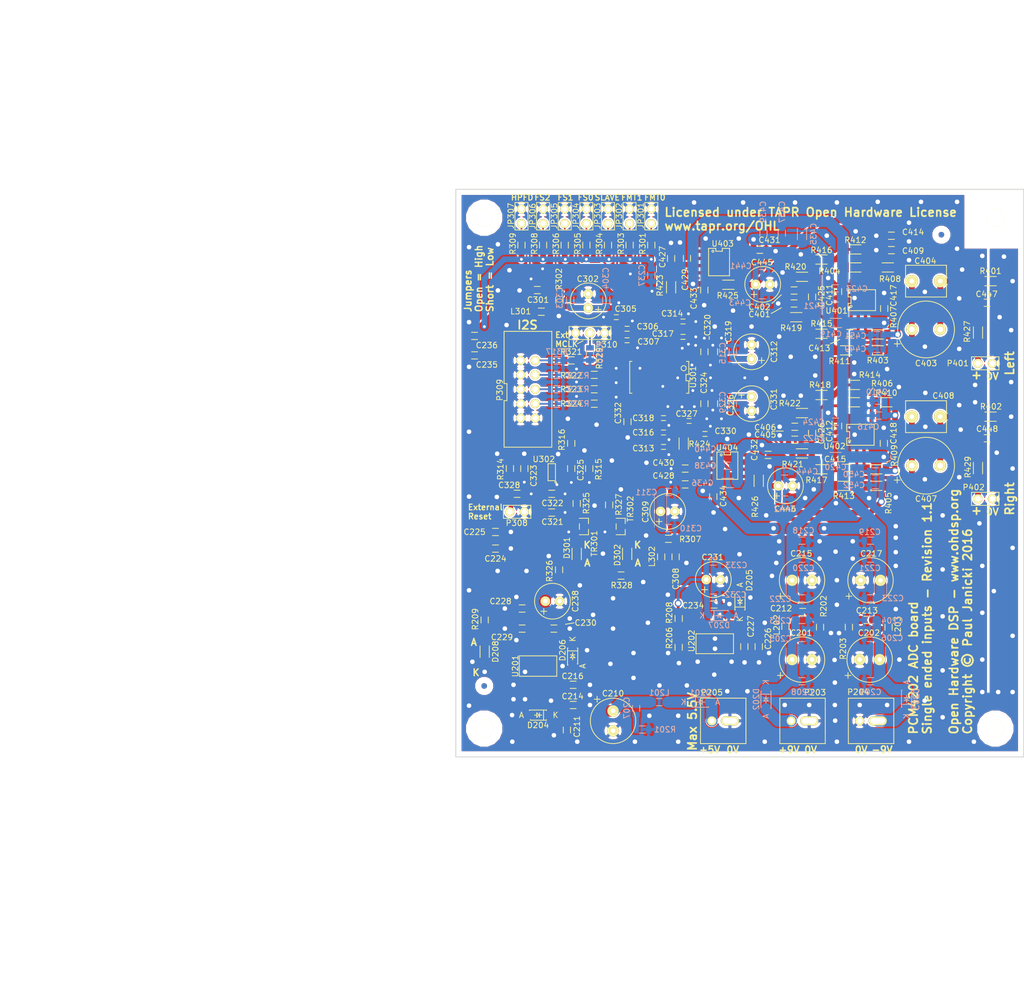
<source format=kicad_pcb>
(kicad_pcb (version 4) (host pcbnew 4.0.2-stable)
  (title_block (title "PCM4202 ADC - Single Ended Inputs") (date 2016-04-20) (rev 1.1) (company "Open Hardware DSP Platform - www.ohdsp.org") (comment 1 "MERCHANTABILITY, SATISFACTORY QUALITY AND FITNESS FOR A PARTICULAR PURPOSE.") (comment 2 "is distributed WITHOUT ANY EXPRESS OR IMPLIED WARRANTY, INCLUDING OF") (comment 3 "Licensed under the TAPR Open Hardware License (www.tapr.org/OHL). This documentation") (comment 4 "Copyright Paul Janicki 2016"))
  (layers (0 F.Cu signal) (31 B.Cu signal) (34 B.Paste user) (35 F.Paste user) (36 B.SilkS user) (37 F.SilkS user) (38 B.Mask user) (39 F.Mask user) (44 Edge.Cuts user))
  (net 0 "")
  (net 1 GNDA)
  (net 2 "Net-(C202-Pad2)")
  (net 3 "Net-(C207-Pad2)")
  (net 4 "Net-(C308-Pad1)")
  (net 5 "Net-(D201-Pad1)")
  (net 6 "Net-(C312-Pad1)")
  (net 7 "Net-(C207-Pad1)")
  (net 8 +9VA)
  (net 9 "Net-(C212-Pad2)")
  (net 10 "Net-(C213-Pad1)")
  (net 11 -9VA)
  (net 12 VDD)
  (net 13 VAA)
  (net 14 "Net-(C301-Pad1)")
  (net 15 /PCM4202/DVDD)
  (net 16 /PCM4202/AVCC)
  (net 17 /InputFilters/VCOML)
  (net 18 "Net-(C323-Pad1)")
  (net 19 "Net-(C324-Pad1)")
  (net 20 "Net-(C325-Pad1)")
  (net 21 /InputFilters/VCOMR)
  (net 22 "Net-(C328-Pad1)")
  (net 23 /PCM4202/ADC_RESET)
  (net 24 "Net-(C402-Pad1)")
  (net 25 "Net-(C403-Pad1)")
  (net 26 "Net-(C403-Pad2)")
  (net 27 "Net-(C405-Pad2)")
  (net 28 "Net-(C407-Pad1)")
  (net 29 "Net-(C407-Pad2)")
  (net 30 "Net-(C413-Pad1)")
  (net 31 "Net-(C413-Pad2)")
  (net 32 "Net-(C415-Pad1)")
  (net 33 "Net-(C415-Pad2)")
  (net 34 "Net-(C427-Pad1)")
  (net 35 "Net-(C428-Pad1)")
  (net 36 /InputFilters/VCML)
  (net 37 /InputFilters/VCMR)
  (net 38 "Net-(D201-Pad2)")
  (net 39 "Net-(D202-Pad1)")
  (net 40 "Net-(D203-Pad2)")
  (net 41 "Net-(D301-Pad1)")
  (net 42 "Net-(D301-Pad2)")
  (net 43 "Net-(D302-Pad1)")
  (net 44 "Net-(D302-Pad2)")
  (net 45 /PCM4202/FMT0)
  (net 46 /PCM4202/FMT1)
  (net 47 /PCM4202/SLAVE)
  (net 48 /PCM4202/FS0)
  (net 49 /PCM4202/FS1)
  (net 50 /PCM4202/FS2)
  (net 51 /PCM4202/HPFD)
  (net 52 "Net-(P309-Pad2)")
  (net 53 "Net-(P309-Pad4)")
  (net 54 "Net-(P309-Pad6)")
  (net 55 "Net-(P309-Pad8)")
  (net 56 "Net-(R206-Pad1)")
  (net 57 /PCM4202/CLIPR)
  (net 58 "Net-(R325-Pad2)")
  (net 59 /PCM4202/CLIPL)
  (net 60 "Net-(R327-Pad2)")
  (net 61 /InputFilters/ANAL+)
  (net 62 /InputFilters/ANAL-)
  (net 63 /InputFilters/ANAR+)
  (net 64 /InputFilters/ANAR-)
  (net 65 "Net-(R425-Pad2)")
  (net 66 "Net-(R426-Pad2)")
  (net 67 "Net-(P310-Pad2)")
  (net 68 "Net-(D208-Pad1)")
  (net 69 VCC)
  (net 70 "Net-(C401-Pad2)")
  (net 71 "Net-(C406-Pad1)")
  (net 72 "Net-(P401-Pad1)")
  (net 73 "Net-(P402-Pad1)")
  (net 74 "Net-(R404-Pad2)")
  (net 75 "Net-(R406-Pad2)")
  (net 76 "Net-(R407-Pad1)")
  (net 77 "Net-(R408-Pad1)")
  (net 78 "Net-(R409-Pad1)")
  (net 79 "Net-(R410-Pad1)")
  (net 80 "Net-(R412-Pad1)")
  (net 81 "Net-(R414-Pad1)")
  (net 82 "Net-(R321-Pad2)")
  (net 83 "Net-(R322-Pad2)")
  (net 84 "Net-(R323-Pad2)")
  (net 85 "Net-(R324-Pad2)")
  (module MyKiCadLibs-Footprints:SMD-0805 (layer F.Cu) (at 167.342 75.324 180)
    (fp_text reference C413 (at 5.335 -2.6675 180) (layer F.SilkS))
    (fp_text value 330p hide)
    (pad 1 smd rect (at -1.1 0 180) (size 0.9 1.3) (layers F.Cu F.Paste F.Mask) (net 30 "Net-(C413-Pad1)"))
    (pad 2 smd rect (at 1.1 0 180) (size 0.9 1.3) (layers F.Cu F.Paste F.Mask) (net 31 "Net-(C413-Pad2)"))
  )
  (module MyKiCadLibs-Footprints:SMD-1206 (layer F.Cu) (at 166.707 78.372)
    (fp_text reference R411 (at -1.143 1.9055) (layer F.SilkS))
    (fp_text value 2k2 hide)
    (pad 1 smd rect (at -1.7 0) (size 1.1 1.7) (layers F.Cu F.Paste F.Mask) (net 31 "Net-(C413-Pad2)"))
    (pad 2 smd rect (at 1.7 0) (size 1.1 1.7) (layers F.Cu F.Paste F.Mask) (net 30 "Net-(C413-Pad1)"))
  )
  (module MyKiCadLibs-Footprints:SMD-1206 (layer F.Cu) (at 189.948 99.122 270)
    (fp_text reference R429 (at -0.176 1.778 270) (layer F.SilkS))
    (fp_text value 1k hide)
    (pad 1 smd rect (at -1.7 0 270) (size 1.1 1.7) (layers F.Cu F.Paste F.Mask) (net 29 "Net-(C407-Pad2)"))
    (pad 2 smd rect (at 1.7 0 270) (size 1.1 1.7) (layers F.Cu F.Paste F.Mask) (net 73 "Net-(P402-Pad1)"))
  )
  (module MyKiCadLibs-Footprints:SMD-1206 (layer F.Cu) (at 189.948 75.246 270)
    (fp_text reference R427 (at -0.176 1.905 450) (layer F.SilkS))
    (fp_text value 1k hide)
    (pad 1 smd rect (at -1.7 0 270) (size 1.1 1.7) (layers F.Cu F.Paste F.Mask) (net 26 "Net-(C403-Pad2)"))
    (pad 2 smd rect (at 1.7 0 270) (size 1.1 1.7) (layers F.Cu F.Paste F.Mask) (net 72 "Net-(P401-Pad1)"))
  )
  (module MyKiCadLibs-Footprints:CAP-TH-D8mmP3.5mm (layer F.Cu) (at 158.96 132.855)
    (fp_text reference C201 (at -0.127 -4.699) (layer F.SilkS))
    (fp_text value 220u hide)
    (pad 1 thru_hole circle (at -1.75 0) (size 2 2) (drill 0.8) (layers *.Cu *.Mask F.SilkS) (net 69 VCC))
    (pad 2 thru_hole circle (at 1.75 0) (size 2 2) (drill 0.8) (layers *.Cu *.Mask F.SilkS) (net 1 GNDA))
  )
  (module MyKiCadLibs-Footprints:CAP-TH-D8mmP3.5mm (layer F.Cu) (at 170.87 132.855)
    (fp_text reference C202 (at -0.127 -4.699) (layer F.SilkS))
    (fp_text value 220u hide)
    (pad 1 thru_hole circle (at -1.75 0) (size 2 2) (drill 0.8) (layers *.Cu *.Mask F.SilkS) (net 1 GNDA))
    (pad 2 thru_hole circle (at 1.75 0) (size 2 2) (drill 0.8) (layers *.Cu *.Mask F.SilkS) (net 2 "Net-(C202-Pad2)"))
  )
  (module MyKiCadLibs-Footprints:SMD-0805 (layer B.Cu) (at 158.96 125.87)
    (fp_text reference C203 (at -3.811 0.1275) (layer B.SilkS) (effects (justify mirror)))
    (fp_text value 22u hide)
    (pad 1 smd rect (at -1.1 0) (size 0.9 1.3) (layers B.Cu B.Paste B.Mask) (net 69 VCC))
    (pad 2 smd rect (at 1.1 0) (size 0.9 1.3) (layers B.Cu B.Paste B.Mask) (net 1 GNDA))
  )
  (module MyKiCadLibs-Footprints:SMD-0805 (layer B.Cu) (at 171.025 125.87)
    (fp_text reference C204 (at 3.809 0.1275) (layer B.SilkS) (effects (justify mirror)))
    (fp_text value 22u hide)
    (pad 1 smd rect (at -1.1 0) (size 0.9 1.3) (layers B.Cu B.Paste B.Mask) (net 1 GNDA))
    (pad 2 smd rect (at 1.1 0) (size 0.9 1.3) (layers B.Cu B.Paste B.Mask) (net 2 "Net-(C202-Pad2)"))
  )
  (module MyKiCadLibs-Footprints:SMD-0805 (layer B.Cu) (at 158.96 129.045)
    (fp_text reference C205 (at -3.811 0.1275) (layer B.SilkS) (effects (justify mirror)))
    (fp_text value 100n hide)
    (pad 1 smd rect (at -1.1 0) (size 0.9 1.3) (layers B.Cu B.Paste B.Mask) (net 69 VCC))
    (pad 2 smd rect (at 1.1 0) (size 0.9 1.3) (layers B.Cu B.Paste B.Mask) (net 1 GNDA))
  )
  (module MyKiCadLibs-Footprints:SMD-0805 (layer B.Cu) (at 171.025 129.045)
    (fp_text reference C206 (at 3.809 0.0005) (layer B.SilkS) (effects (justify mirror)))
    (fp_text value 100n hide)
    (pad 1 smd rect (at -1.1 0) (size 0.9 1.3) (layers B.Cu B.Paste B.Mask) (net 1 GNDA))
    (pad 2 smd rect (at 1.1 0) (size 0.9 1.3) (layers B.Cu B.Paste B.Mask) (net 2 "Net-(C202-Pad2)"))
  )
  (module MyKiCadLibs-Footprints:SMD-0805 (layer B.Cu) (at 129.749 141.4485 270)
    (fp_text reference C207 (at -0.0845 1.65 270) (layer B.SilkS) (effects (justify mirror)))
    (fp_text value 100p hide)
    (pad 1 smd rect (at -1.1 0 270) (size 0.9 1.3) (layers B.Cu B.Paste B.Mask) (net 7 "Net-(C207-Pad1)"))
    (pad 2 smd rect (at 1.1 0 270) (size 0.9 1.3) (layers B.Cu B.Paste B.Mask) (net 3 "Net-(C207-Pad2)"))
  )
  (module MyKiCadLibs-Footprints:SMD-0805 (layer B.Cu) (at 158.96 136.665)
    (fp_text reference C208 (at 0 1.905) (layer B.SilkS) (effects (justify mirror)))
    (fp_text value 10n hide)
    (pad 1 smd rect (at -1.1 0) (size 0.9 1.3) (layers B.Cu B.Paste B.Mask) (net 69 VCC))
    (pad 2 smd rect (at 1.1 0) (size 0.9 1.3) (layers B.Cu B.Paste B.Mask) (net 1 GNDA))
  )
  (module MyKiCadLibs-Footprints:SMD-0805 (layer B.Cu) (at 171.025 136.665)
    (fp_text reference C209 (at -0.001 1.905) (layer B.SilkS) (effects (justify mirror)))
    (fp_text value 10n hide)
    (pad 1 smd rect (at -1.1 0) (size 0.9 1.3) (layers B.Cu B.Paste B.Mask) (net 1 GNDA))
    (pad 2 smd rect (at 1.1 0) (size 0.9 1.3) (layers B.Cu B.Paste B.Mask) (net 2 "Net-(C202-Pad2)"))
  )
  (module MyKiCadLibs-Footprints:CAP-TH-D8mmP3.5mm (layer F.Cu) (at 125.685 143.6505 270)
    (fp_text reference C210 (at -4.8265 -0.0005 360) (layer F.SilkS))
    (fp_text value 220u hide)
    (pad 1 thru_hole circle (at -1.75 0 270) (size 2 2) (drill 0.8) (layers *.Cu *.Mask F.SilkS) (net 7 "Net-(C207-Pad1)"))
    (pad 2 thru_hole circle (at 1.75 0 270) (size 2 2) (drill 0.8) (layers *.Cu *.Mask F.SilkS) (net 1 GNDA))
  )
  (module MyKiCadLibs-Footprints:SMD-0805 (layer F.Cu) (at 117.557 145.2585 270)
    (fp_text reference C211 (at -0.5925 -1.779 270) (layer F.SilkS))
    (fp_text value 22u hide)
    (pad 1 smd rect (at -1.1 0 270) (size 0.9 1.3) (layers F.Cu F.Paste F.Mask) (net 7 "Net-(C207-Pad1)"))
    (pad 2 smd rect (at 1.1 0 270) (size 0.9 1.3) (layers F.Cu F.Paste F.Mask) (net 1 GNDA))
  )
  (module MyKiCadLibs-Footprints:SMD-0805 (layer F.Cu) (at 159.087 124.473)
    (fp_text reference C212 (at -3.811 -0.6345) (layer F.SilkS))
    (fp_text value 100p hide)
    (pad 1 smd rect (at -1.1 0) (size 0.9 1.3) (layers F.Cu F.Paste F.Mask) (net 8 +9VA))
    (pad 2 smd rect (at 1.1 0) (size 0.9 1.3) (layers F.Cu F.Paste F.Mask) (net 9 "Net-(C212-Pad2)"))
  )
  (module MyKiCadLibs-Footprints:SMD-0805 (layer F.Cu) (at 170.39 125.87)
    (fp_text reference C213 (at -0.001 -1.6505) (layer F.SilkS))
    (fp_text value 100p hide)
    (pad 1 smd rect (at -1.1 0) (size 0.9 1.3) (layers F.Cu F.Paste F.Mask) (net 10 "Net-(C213-Pad1)"))
    (pad 2 smd rect (at 1.1 0) (size 0.9 1.3) (layers F.Cu F.Paste F.Mask) (net 11 -9VA))
  )
  (module MyKiCadLibs-Footprints:SMD-0805 (layer F.Cu) (at 118.657 140.8565)
    (fp_text reference C214 (at -0.083 -1.5245) (layer F.SilkS))
    (fp_text value 100n hide)
    (pad 1 smd rect (at -1.1 0) (size 0.9 1.3) (layers F.Cu F.Paste F.Mask) (net 7 "Net-(C207-Pad1)"))
    (pad 2 smd rect (at 1.1 0) (size 0.9 1.3) (layers F.Cu F.Paste F.Mask) (net 1 GNDA))
  )
  (module MyKiCadLibs-Footprints:CAP-TH-D8mmP3.5mm (layer F.Cu) (at 158.96 118.885)
    (fp_text reference C215 (at -0.127 -4.699) (layer F.SilkS))
    (fp_text value 220u hide)
    (pad 1 thru_hole circle (at -1.75 0) (size 2 2) (drill 0.8) (layers *.Cu *.Mask F.SilkS) (net 8 +9VA))
    (pad 2 thru_hole circle (at 1.75 0) (size 2 2) (drill 0.8) (layers *.Cu *.Mask F.SilkS) (net 1 GNDA))
  )
  (module MyKiCadLibs-Footprints:SMD-0805 (layer F.Cu) (at 118.657 137.3005)
    (fp_text reference C216 (at -0.083 -1.5245) (layer F.SilkS))
    (fp_text value 10n hide)
    (pad 1 smd rect (at -1.1 0) (size 0.9 1.3) (layers F.Cu F.Paste F.Mask) (net 7 "Net-(C207-Pad1)"))
    (pad 2 smd rect (at 1.1 0) (size 0.9 1.3) (layers F.Cu F.Paste F.Mask) (net 1 GNDA))
  )
  (module MyKiCadLibs-Footprints:CAP-TH-D8mmP3.5mm (layer F.Cu) (at 171.025 118.885)
    (fp_text reference C217 (at 0.127 -4.699) (layer F.SilkS))
    (fp_text value 220u hide)
    (pad 1 thru_hole circle (at -1.75 0) (size 2 2) (drill 0.8) (layers *.Cu *.Mask F.SilkS) (net 1 GNDA))
    (pad 2 thru_hole circle (at 1.75 0) (size 2 2) (drill 0.8) (layers *.Cu *.Mask F.SilkS) (net 11 -9VA))
  )
  (module MyKiCadLibs-Footprints:SMD-0805 (layer B.Cu) (at 158.96 111.9)
    (fp_text reference C218 (at 0.254 -1.778) (layer B.SilkS) (effects (justify mirror)))
    (fp_text value 22u hide)
    (pad 1 smd rect (at -1.1 0) (size 0.9 1.3) (layers B.Cu B.Paste B.Mask) (net 8 +9VA))
    (pad 2 smd rect (at 1.1 0) (size 0.9 1.3) (layers B.Cu B.Paste B.Mask) (net 1 GNDA))
  )
  (module MyKiCadLibs-Footprints:SMD-0805 (layer B.Cu) (at 171.025 111.9)
    (fp_text reference C219 (at -0.127 -1.524) (layer B.SilkS) (effects (justify mirror)))
    (fp_text value 22u hide)
    (pad 1 smd rect (at -1.1 0) (size 0.9 1.3) (layers B.Cu B.Paste B.Mask) (net 1 GNDA))
    (pad 2 smd rect (at 1.1 0) (size 0.9 1.3) (layers B.Cu B.Paste B.Mask) (net 11 -9VA))
  )
  (module MyKiCadLibs-Footprints:SMD-0805 (layer B.Cu) (at 158.96 115.075)
    (fp_text reference C220 (at 0.254 1.651) (layer B.SilkS) (effects (justify mirror)))
    (fp_text value 100n hide)
    (pad 1 smd rect (at -1.1 0) (size 0.9 1.3) (layers B.Cu B.Paste B.Mask) (net 8 +9VA))
    (pad 2 smd rect (at 1.1 0) (size 0.9 1.3) (layers B.Cu B.Paste B.Mask) (net 1 GNDA))
  )
  (module MyKiCadLibs-Footprints:SMD-0805 (layer B.Cu) (at 171.025 115.075)
    (fp_text reference C221 (at -0.127 1.651) (layer B.SilkS) (effects (justify mirror)))
    (fp_text value 100n hide)
    (pad 1 smd rect (at -1.1 0) (size 0.9 1.3) (layers B.Cu B.Paste B.Mask) (net 1 GNDA))
    (pad 2 smd rect (at 1.1 0) (size 0.9 1.3) (layers B.Cu B.Paste B.Mask) (net 11 -9VA))
  )
  (module MyKiCadLibs-Footprints:SMD-0805 (layer B.Cu) (at 158.96 122.06)
    (fp_text reference C222 (at -3.811 0.1275) (layer B.SilkS) (effects (justify mirror)))
    (fp_text value 10n hide)
    (pad 1 smd rect (at -1.1 0) (size 0.9 1.3) (layers B.Cu B.Paste B.Mask) (net 8 +9VA))
    (pad 2 smd rect (at 1.1 0) (size 0.9 1.3) (layers B.Cu B.Paste B.Mask) (net 1 GNDA))
  )
  (module MyKiCadLibs-Footprints:SMD-0805 (layer B.Cu) (at 171.025 122.06)
    (fp_text reference C223 (at 3.937 0) (layer B.SilkS) (effects (justify mirror)))
    (fp_text value 10n hide)
    (pad 1 smd rect (at -1.1 0) (size 0.9 1.3) (layers B.Cu B.Paste B.Mask) (net 1 GNDA))
    (pad 2 smd rect (at 1.1 0) (size 0.9 1.3) (layers B.Cu B.Paste B.Mask) (net 11 -9VA))
  )
  (module MyKiCadLibs-Footprints:SMD-0805 (layer F.Cu) (at 151.34 130.569 270)
    (fp_text reference C226 (at -1.3965 -1.65 270) (layer F.SilkS))
    (fp_text value 22u hide)
    (pad 1 smd rect (at -1.1 0 270) (size 0.9 1.3) (layers F.Cu F.Paste F.Mask) (net 69 VCC))
    (pad 2 smd rect (at 1.1 0 270) (size 0.9 1.3) (layers F.Cu F.Paste F.Mask) (net 1 GNDA))
  )
  (module MyKiCadLibs-Footprints:SMD-0805 (layer F.Cu) (at 148.8 130.569 270)
    (fp_text reference C227 (at -3.5555 -1.142 270) (layer F.SilkS))
    (fp_text value 100n hide)
    (pad 1 smd rect (at -1.1 0 270) (size 0.9 1.3) (layers F.Cu F.Paste F.Mask) (net 69 VCC))
    (pad 2 smd rect (at 1.1 0 270) (size 0.9 1.3) (layers F.Cu F.Paste F.Mask) (net 1 GNDA))
  )
  (module MyKiCadLibs-Footprints:SMD-0805 (layer F.Cu) (at 109.683 123.8545 180)
    (fp_text reference C228 (at 3.81 1.27 180) (layer F.SilkS))
    (fp_text value 22u hide)
    (pad 1 smd rect (at -1.1 0 180) (size 0.9 1.3) (layers F.Cu F.Paste F.Mask) (net 12 VDD))
    (pad 2 smd rect (at 1.1 0 180) (size 0.9 1.3) (layers F.Cu F.Paste F.Mask) (net 1 GNDA))
  )
  (module MyKiCadLibs-Footprints:SMD-0805 (layer F.Cu) (at 109.683 127.3945 180)
    (fp_text reference C229 (at 3.555 -1.5235 180) (layer F.SilkS))
    (fp_text value 100n hide)
    (pad 1 smd rect (at -1.1 0 180) (size 0.9 1.3) (layers F.Cu F.Paste F.Mask) (net 12 VDD))
    (pad 2 smd rect (at 1.1 0 180) (size 0.9 1.3) (layers F.Cu F.Paste F.Mask) (net 1 GNDA))
  )
  (module MyKiCadLibs-Footprints:SMD-0805 (layer F.Cu) (at 115.271 127.3945)
    (fp_text reference C230 (at 5.588 -1.016) (layer F.SilkS))
    (fp_text value 10n hide)
    (pad 1 smd rect (at -1.1 0) (size 0.9 1.3) (layers F.Cu F.Paste F.Mask) (net 12 VDD))
    (pad 2 smd rect (at 1.1 0) (size 0.9 1.3) (layers F.Cu F.Paste F.Mask) (net 1 GNDA))
  )
  (module MyKiCadLibs-Footprints:CAP-TH-D6.3mmP2.5mm (layer F.Cu) (at 143.338 118.7585)
    (fp_text reference C231 (at -0.126 -3.937) (layer F.SilkS))
    (fp_text value 220u hide)
    (pad 1 thru_hole circle (at -1.25 0) (size 1.7 1.7) (drill 0.8) (layers *.Cu *.Mask F.SilkS) (net 13 VAA))
    (pad 2 thru_hole circle (at 1.25 0) (size 1.7 1.7) (drill 0.8) (layers *.Cu *.Mask F.SilkS) (net 1 GNDA))
  )
  (module MyKiCadLibs-Footprints:SMD-0805 (layer B.Cu) (at 143.338 121.9335)
    (fp_text reference C232 (at 3.937 -0.508) (layer B.SilkS) (effects (justify mirror)))
    (fp_text value 22u hide)
    (pad 1 smd rect (at -1.1 0) (size 0.9 1.3) (layers B.Cu B.Paste B.Mask) (net 13 VAA))
    (pad 2 smd rect (at 1.1 0) (size 0.9 1.3) (layers B.Cu B.Paste B.Mask) (net 1 GNDA))
  )
  (module MyKiCadLibs-Footprints:SMD-0805 (layer B.Cu) (at 143.339 115.5835)
    (fp_text reference C233 (at 4.063 0.635) (layer B.SilkS) (effects (justify mirror)))
    (fp_text value 100n hide)
    (pad 1 smd rect (at -1.1 0) (size 0.9 1.3) (layers B.Cu B.Paste B.Mask) (net 13 VAA))
    (pad 2 smd rect (at 1.1 0) (size 0.9 1.3) (layers B.Cu B.Paste B.Mask) (net 1 GNDA))
  )
  (module MyKiCadLibs-Footprints:SMD-0805 (layer F.Cu) (at 143.465 123.14)
    (fp_text reference C234 (at -3.682 0.19) (layer F.SilkS))
    (fp_text value 10n hide)
    (pad 1 smd rect (at -1.1 0) (size 0.9 1.3) (layers F.Cu F.Paste F.Mask) (net 13 VAA))
    (pad 2 smd rect (at 1.1 0) (size 0.9 1.3) (layers F.Cu F.Paste F.Mask) (net 1 GNDA))
  )
  (module MyKiCadLibs-Footprints:SMD-0805 (layer F.Cu) (at 112.35 67.7548 180)
    (fp_text reference C301 (at -0.128 -1.7272 180) (layer F.SilkS))
    (fp_text value 100p hide)
    (pad 1 smd rect (at -1.1 0 180) (size 0.9 1.3) (layers F.Cu F.Paste F.Mask) (net 14 "Net-(C301-Pad1)"))
    (pad 2 smd rect (at 1.1 0 180) (size 0.9 1.3) (layers F.Cu F.Paste F.Mask) (net 1 GNDA))
  )
  (module MyKiCadLibs-Footprints:CAP-TH-D6.3mmP2.5mm (layer F.Cu) (at 121.3172 69.6598 90)
    (fp_text reference C302 (at 3.8603 -0.0772 180) (layer F.SilkS))
    (fp_text value 220u hide)
    (pad 1 thru_hole circle (at -1.25 0 90) (size 1.7 1.7) (drill 0.8) (layers *.Cu *.Mask F.SilkS) (net 15 /PCM4202/DVDD))
    (pad 2 thru_hole circle (at 1.25 0 90) (size 1.7 1.7) (drill 0.8) (layers *.Cu *.Mask F.SilkS) (net 1 GNDA))
  )
  (module MyKiCadLibs-Footprints:SMD-0805 (layer B.Cu) (at 118.1422 69.5328 90)
    (fp_text reference C303 (at 0.4313 -1.8552 90) (layer B.SilkS) (effects (justify mirror)))
    (fp_text value 22u hide)
    (pad 1 smd rect (at -1.1 0 90) (size 0.9 1.3) (layers B.Cu B.Paste B.Mask) (net 15 /PCM4202/DVDD))
    (pad 2 smd rect (at 1.1 0 90) (size 0.9 1.3) (layers B.Cu B.Paste B.Mask) (net 1 GNDA))
  )
  (module MyKiCadLibs-Footprints:SMD-0805 (layer B.Cu) (at 124.4922 69.5328 90)
    (fp_text reference C304 (at 3.8608 -0.0762 90) (layer B.SilkS) (effects (justify mirror)))
    (fp_text value 100n hide)
    (pad 1 smd rect (at -1.1 0 90) (size 0.9 1.3) (layers B.Cu B.Paste B.Mask) (net 15 /PCM4202/DVDD))
    (pad 2 smd rect (at 1.1 0 90) (size 0.9 1.3) (layers B.Cu B.Paste B.Mask) (net 1 GNDA))
  )
  (module MyKiCadLibs-Footprints:SMD-0603 (layer F.Cu) (at 126.259 72.5305 180)
    (fp_text reference C305 (at -1.6485 1.4605 180) (layer F.SilkS))
    (fp_text value 1u hide)
    (pad 1 smd rect (at -0.95 0 180) (size 0.9 0.9) (layers F.Cu F.Paste F.Mask) (net 15 /PCM4202/DVDD))
    (pad 2 smd rect (at 0.95 0 180) (size 0.9 0.9) (layers F.Cu F.Paste F.Mask) (net 1 GNDA))
  )
  (module MyKiCadLibs-Footprints:SMD-0603 (layer F.Cu) (at 128.159 74.5625)
    (fp_text reference C306 (at 3.623 -0.3815) (layer F.SilkS))
    (fp_text value 100n hide)
    (pad 1 smd rect (at -0.95 0) (size 0.9 0.9) (layers F.Cu F.Paste F.Mask) (net 15 /PCM4202/DVDD))
    (pad 2 smd rect (at 0.95 0) (size 0.9 0.9) (layers F.Cu F.Paste F.Mask) (net 1 GNDA))
  )
  (module MyKiCadLibs-Footprints:SMD-0603 (layer F.Cu) (at 128.159 76.5945)
    (fp_text reference C307 (at 3.75 0.2535) (layer F.SilkS))
    (fp_text value 10n hide)
    (pad 1 smd rect (at -0.95 0) (size 0.9 0.9) (layers F.Cu F.Paste F.Mask) (net 15 /PCM4202/DVDD))
    (pad 2 smd rect (at 0.95 0) (size 0.9 0.9) (layers F.Cu F.Paste F.Mask) (net 1 GNDA))
  )
  (module MyKiCadLibs-Footprints:SMD-0805 (layer F.Cu) (at 136.7023 114.74999 270)
    (fp_text reference C308 (at 3.88151 -0.0317 270) (layer F.SilkS))
    (fp_text value 100p hide)
    (pad 1 smd rect (at -1.1 0 270) (size 0.9 1.3) (layers F.Cu F.Paste F.Mask) (net 4 "Net-(C308-Pad1)"))
    (pad 2 smd rect (at 1.1 0 270) (size 0.9 1.3) (layers F.Cu F.Paste F.Mask) (net 1 GNDA))
  )
  (module MyKiCadLibs-Footprints:CAP-TH-D6.3mmP2.5mm (layer F.Cu) (at 135.3053 106.74899)
    (fp_text reference C309 (at -3.9053 0.07151 90) (layer F.SilkS))
    (fp_text value 220u hide)
    (pad 1 thru_hole circle (at -1.25 0) (size 1.7 1.7) (drill 0.8) (layers *.Cu *.Mask F.SilkS) (net 16 /PCM4202/AVCC))
    (pad 2 thru_hole circle (at 1.25 0) (size 1.7 1.7) (drill 0.8) (layers *.Cu *.Mask F.SilkS) (net 1 GNDA))
  )
  (module MyKiCadLibs-Footprints:SMD-0805 (layer B.Cu) (at 135.4323 109.66999)
    (fp_text reference C310 (at 3.9687 0.07151) (layer B.SilkS) (effects (justify mirror)))
    (fp_text value 22u hide)
    (pad 1 smd rect (at -1.1 0) (size 0.9 1.3) (layers B.Cu B.Paste B.Mask) (net 16 /PCM4202/AVCC))
    (pad 2 smd rect (at 1.1 0) (size 0.9 1.3) (layers B.Cu B.Paste B.Mask) (net 1 GNDA))
  )
  (module MyKiCadLibs-Footprints:SMD-0805 (layer B.Cu) (at 135.4323 103.31999)
    (fp_text reference C311 (at -3.9053 0.07151) (layer B.SilkS) (effects (justify mirror)))
    (fp_text value 100n hide)
    (pad 1 smd rect (at -1.1 0) (size 0.9 1.3) (layers B.Cu B.Paste B.Mask) (net 16 /PCM4202/AVCC))
    (pad 2 smd rect (at 1.1 0) (size 0.9 1.3) (layers B.Cu B.Paste B.Mask) (net 1 GNDA))
  )
  (module MyKiCadLibs-Footprints:CAP-TH-D6.3mmP2.5mm (layer F.Cu) (at 150.07 78.626 90)
    (fp_text reference C312 (at -0.0005 3.983 90) (layer F.SilkS))
    (fp_text value 220u hide)
    (pad 1 thru_hole circle (at -1.25 0 90) (size 1.7 1.7) (drill 0.8) (layers *.Cu *.Mask F.SilkS) (net 6 "Net-(C312-Pad1)"))
    (pad 2 thru_hole circle (at 1.25 0 90) (size 1.7 1.7) (drill 0.8) (layers *.Cu *.Mask F.SilkS) (net 1 GNDA))
  )
  (module MyKiCadLibs-Footprints:SMD-0603 (layer F.Cu) (at 134.575 95.3905)
    (fp_text reference C313 (at -3.556 0.254) (layer F.SilkS))
    (fp_text value 1u hide)
    (pad 1 smd rect (at -0.95 0) (size 0.9 0.9) (layers F.Cu F.Paste F.Mask) (net 16 /PCM4202/AVCC))
    (pad 2 smd rect (at 0.95 0) (size 0.9 0.9) (layers F.Cu F.Paste F.Mask) (net 1 GNDA))
  )
  (module MyKiCadLibs-Footprints:SMD-0805 (layer B.Cu) (at 146.768 78.626 90)
    (fp_text reference C315 (at -0.254 -1.778 90) (layer B.SilkS) (effects (justify mirror)))
    (fp_text value 22u hide)
    (pad 1 smd rect (at -1.1 0 90) (size 0.9 1.3) (layers B.Cu B.Paste B.Mask) (net 6 "Net-(C312-Pad1)"))
    (pad 2 smd rect (at 1.1 0 90) (size 0.9 1.3) (layers B.Cu B.Paste B.Mask) (net 1 GNDA))
  )
  (module MyKiCadLibs-Footprints:SMD-0603 (layer F.Cu) (at 134.575 92.8505)
    (fp_text reference C316 (at -3.556 0) (layer F.SilkS))
    (fp_text value 100n hide)
    (pad 1 smd rect (at -0.95 0) (size 0.9 0.9) (layers F.Cu F.Paste F.Mask) (net 16 /PCM4202/AVCC))
    (pad 2 smd rect (at 0.95 0) (size 0.9 0.9) (layers F.Cu F.Paste F.Mask) (net 1 GNDA))
  )
  (module MyKiCadLibs-Footprints:SMD-0603 (layer F.Cu) (at 134.575 90.3105)
    (fp_text reference C318 (at -3.556 0) (layer F.SilkS))
    (fp_text value 10n hide)
    (pad 1 smd rect (at -0.95 0) (size 0.9 0.9) (layers F.Cu F.Paste F.Mask) (net 16 /PCM4202/AVCC))
    (pad 2 smd rect (at 0.95 0) (size 0.9 0.9) (layers F.Cu F.Paste F.Mask) (net 1 GNDA))
  )
  (module MyKiCadLibs-Footprints:SMD-0805 (layer F.Cu) (at 144.736 78.626 90)
    (fp_text reference C319 (at 3.556 1.27 90) (layer F.SilkS))
    (fp_text value 100n hide)
    (pad 1 smd rect (at -1.1 0 90) (size 0.9 1.3) (layers F.Cu F.Paste F.Mask) (net 6 "Net-(C312-Pad1)"))
    (pad 2 smd rect (at 1.1 0 90) (size 0.9 1.3) (layers F.Cu F.Paste F.Mask) (net 1 GNDA))
  )
  (module MyKiCadLibs-Footprints:SMD-0805 (layer F.Cu) (at 141.768 78.626 90)
    (fp_text reference C320 (at 4.6985 0.554 90) (layer F.SilkS))
    (fp_text value 10n hide)
    (pad 1 smd rect (at -1.1 0 90) (size 0.9 1.3) (layers F.Cu F.Paste F.Mask) (net 6 "Net-(C312-Pad1)"))
    (pad 2 smd rect (at 1.1 0 90) (size 0.9 1.3) (layers F.Cu F.Paste F.Mask) (net 1 GNDA))
  )
  (module MyKiCadLibs-Footprints:SMD-0805 (layer F.Cu) (at 114.891 106.947)
    (fp_text reference C321 (at 0.126 1.6515) (layer F.SilkS))
    (fp_text value 10u hide)
    (pad 1 smd rect (at -1.1 0) (size 0.9 1.3) (layers F.Cu F.Paste F.Mask) (net 12 VDD))
    (pad 2 smd rect (at 1.1 0) (size 0.9 1.3) (layers F.Cu F.Paste F.Mask) (net 1 GNDA))
  )
  (module MyKiCadLibs-Footprints:SMD-0805 (layer F.Cu) (at 114.891 103.645)
    (fp_text reference C322 (at 0.126 1.6515) (layer F.SilkS))
    (fp_text value 100n hide)
    (pad 1 smd rect (at -1.1 0) (size 0.9 1.3) (layers F.Cu F.Paste F.Mask) (net 12 VDD))
    (pad 2 smd rect (at 1.1 0) (size 0.9 1.3) (layers F.Cu F.Paste F.Mask) (net 1 GNDA))
  )
  (module MyKiCadLibs-Footprints:SMD-0805 (layer F.Cu) (at 110.065 99.2 270)
    (fp_text reference C323 (at 1.2705 -1.65 270) (layer F.SilkS))
    (fp_text value 100n hide)
    (pad 1 smd rect (at -1.1 0 270) (size 0.9 1.3) (layers F.Cu F.Paste F.Mask) (net 18 "Net-(C323-Pad1)"))
    (pad 2 smd rect (at 1.1 0 270) (size 0.9 1.3) (layers F.Cu F.Paste F.Mask) (net 1 GNDA))
  )
  (module MyKiCadLibs-Footprints:SMD-0805 (layer F.Cu) (at 141.768 87.77 270)
    (fp_text reference C324 (at -3.6825 0.081 270) (layer F.SilkS))
    (fp_text value 10n hide)
    (pad 1 smd rect (at -1.1 0 270) (size 0.9 1.3) (layers F.Cu F.Paste F.Mask) (net 19 "Net-(C324-Pad1)"))
    (pad 2 smd rect (at 1.1 0 270) (size 0.9 1.3) (layers F.Cu F.Paste F.Mask) (net 1 GNDA))
  )
  (module MyKiCadLibs-Footprints:SMD-0805 (layer F.Cu) (at 118.32 99.2 270)
    (fp_text reference C325 (at 0.254 -1.65 270) (layer F.SilkS))
    (fp_text value N/F hide)
    (pad 1 smd rect (at -1.1 0 270) (size 0.9 1.3) (layers F.Cu F.Paste F.Mask) (net 20 "Net-(C325-Pad1)"))
    (pad 2 smd rect (at 1.1 0 270) (size 0.9 1.3) (layers F.Cu F.Paste F.Mask) (net 1 GNDA))
  )
  (module MyKiCadLibs-Footprints:SMD-0805 (layer F.Cu) (at 144.736 87.77 270)
    (fp_text reference C326 (at 0.254 -1.651 270) (layer F.SilkS))
    (fp_text value 100n hide)
    (pad 1 smd rect (at -1.1 0 270) (size 0.9 1.3) (layers F.Cu F.Paste F.Mask) (net 19 "Net-(C324-Pad1)"))
    (pad 2 smd rect (at 1.1 0 270) (size 0.9 1.3) (layers F.Cu F.Paste F.Mask) (net 1 GNDA))
  )
  (module MyKiCadLibs-Footprints:SMD-0805 (layer F.Cu) (at 108.795 103.645)
    (fp_text reference C328 (at -1.398 -1.524) (layer F.SilkS))
    (fp_text value 100n hide)
    (pad 1 smd rect (at -1.1 0) (size 0.9 1.3) (layers F.Cu F.Paste F.Mask) (net 22 "Net-(C328-Pad1)"))
    (pad 2 smd rect (at 1.1 0) (size 0.9 1.3) (layers F.Cu F.Paste F.Mask) (net 1 GNDA))
  )
  (module MyKiCadLibs-Footprints:SMD-0805 (layer B.Cu) (at 146.768 87.77 270)
    (fp_text reference C329 (at -0.254 1.778 270) (layer B.SilkS) (effects (justify mirror)))
    (fp_text value 22u hide)
    (pad 1 smd rect (at -1.1 0 270) (size 0.9 1.3) (layers B.Cu B.Paste B.Mask) (net 19 "Net-(C324-Pad1)"))
    (pad 2 smd rect (at 1.1 0 270) (size 0.9 1.3) (layers B.Cu B.Paste B.Mask) (net 1 GNDA))
  )
  (module MyKiCadLibs-Footprints:CAP-TH-D6.3mmP2.5mm (layer F.Cu) (at 150.07 87.77 270)
    (fp_text reference C331 (at -0.762 -3.937 270) (layer F.SilkS))
    (fp_text value 220u hide)
    (pad 1 thru_hole circle (at -1.25 0 270) (size 1.7 1.7) (drill 0.8) (layers *.Cu *.Mask F.SilkS) (net 19 "Net-(C324-Pad1)"))
    (pad 2 thru_hole circle (at 1.25 0 270) (size 1.7 1.7) (drill 0.8) (layers *.Cu *.Mask F.SilkS) (net 1 GNDA))
  )
  (module MyKiCadLibs-Footprints:SMD-0805 (layer F.Cu) (at 128.225 90.945 270)
    (fp_text reference C332 (at -1.5235 1.652 270) (layer F.SilkS))
    (fp_text value 100n hide)
    (pad 1 smd rect (at -1.1 0 270) (size 0.9 1.3) (layers F.Cu F.Paste F.Mask) (net 23 /PCM4202/ADC_RESET))
    (pad 2 smd rect (at 1.1 0 270) (size 0.9 1.3) (layers F.Cu F.Paste F.Mask) (net 1 GNDA))
  )
  (module MyKiCadLibs-Footprints:SMD-0805 (layer F.Cu) (at 157.562 70.1175)
    (fp_text reference C401 (at -6.096 1.905) (layer F.SilkS))
    (fp_text value 100p hide)
    (pad 1 smd rect (at -1.1 0) (size 0.9 1.3) (layers F.Cu F.Paste F.Mask) (net 1 GNDA))
    (pad 2 smd rect (at 1.1 0) (size 0.9 1.3) (layers F.Cu F.Paste F.Mask) (net 70 "Net-(C401-Pad2)"))
  )
  (module MyKiCadLibs-Footprints:SMD-0805 (layer F.Cu) (at 157.562 67.8315 180)
    (fp_text reference C402 (at 6.096 -2.921 180) (layer F.SilkS))
    (fp_text value 100p hide)
    (pad 1 smd rect (at -1.1 0 180) (size 0.9 1.3) (layers F.Cu F.Paste F.Mask) (net 24 "Net-(C402-Pad1)"))
    (pad 2 smd rect (at 1.1 0 180) (size 0.9 1.3) (layers F.Cu F.Paste F.Mask) (net 1 GNDA))
  )
  (module MyKiCadLibs-Footprints:CAP-TH-D10mmP5mm (layer F.Cu) (at 180.803 74.6895)
    (fp_text reference C403 (at 0 5.9685) (layer F.SilkS))
    (fp_text value 100u hide)
    (pad 1 thru_hole circle (at -2.5 0) (size 2 2) (drill 1) (layers *.Cu *.Mask F.SilkS) (net 25 "Net-(C403-Pad1)"))
    (pad 2 thru_hole circle (at 2.5 0) (size 2 2) (drill 1) (layers *.Cu *.Mask F.SilkS) (net 26 "Net-(C403-Pad2)"))
  )
  (module MyKiCadLibs-Footprints:CAP_TH_5mm (layer F.Cu) (at 180.803 66.1805 180)
    (fp_text reference C404 (at 0.127 3.556 180) (layer F.SilkS))
    (fp_text value 100n hide)
    (pad 1 thru_hole circle (at -2.5 0 180) (size 2.2 2.2) (drill 0.8) (layers *.Cu *.Mask F.SilkS) (net 26 "Net-(C403-Pad2)"))
    (pad 2 thru_hole circle (at 2.5 0 180) (size 2.2 2.2) (drill 0.8) (layers *.Cu *.Mask F.SilkS) (net 25 "Net-(C403-Pad1)"))
  )
  (module MyKiCadLibs-Footprints:CAP-TH-D10mmP5mm (layer F.Cu) (at 180.803 98.6925)
    (fp_text reference C407 (at 0.001 5.8415) (layer F.SilkS))
    (fp_text value 100u hide)
    (pad 1 thru_hole circle (at -2.5 0) (size 2 2) (drill 1) (layers *.Cu *.Mask F.SilkS) (net 28 "Net-(C407-Pad1)"))
    (pad 2 thru_hole circle (at 2.5 0) (size 2 2) (drill 1) (layers *.Cu *.Mask F.SilkS) (net 29 "Net-(C407-Pad2)"))
  )
  (module MyKiCadLibs-Footprints:CAP_TH_5mm (layer F.Cu) (at 180.803 90.0565 180)
    (fp_text reference C408 (at -3.048 3.683 180) (layer F.SilkS))
    (fp_text value 100n hide)
    (pad 1 thru_hole circle (at -2.5 0 180) (size 2.2 2.2) (drill 0.8) (layers *.Cu *.Mask F.SilkS) (net 29 "Net-(C407-Pad2)"))
    (pad 2 thru_hole circle (at 2.5 0 180) (size 2.2 2.2) (drill 0.8) (layers *.Cu *.Mask F.SilkS) (net 28 "Net-(C407-Pad1)"))
  )
  (module MyKiCadLibs-Footprints:SMD-0805 (layer F.Cu) (at 165.31 68.022 270)
    (fp_text reference C411 (at 0.5715 1.525 270) (layer F.SilkS))
    (fp_text value 100n hide)
    (pad 1 smd rect (at -1.1 0 270) (size 0.9 1.3) (layers F.Cu F.Paste F.Mask) (net 8 +9VA))
    (pad 2 smd rect (at 1.1 0 270) (size 0.9 1.3) (layers F.Cu F.Paste F.Mask) (net 1 GNDA))
  )
  (module MyKiCadLibs-Footprints:SMD-0805 (layer F.Cu) (at 165.309 91.7075 270)
    (fp_text reference C412 (at 0.889 1.524 270) (layer F.SilkS))
    (fp_text value 100n hide)
    (pad 1 smd rect (at -1.1 0 270) (size 0.9 1.3) (layers F.Cu F.Paste F.Mask) (net 8 +9VA))
    (pad 2 smd rect (at 1.1 0 270) (size 0.9 1.3) (layers F.Cu F.Paste F.Mask) (net 1 GNDA))
  )
  (module MyKiCadLibs-Footprints:SMD-0805 (layer F.Cu) (at 167.075 99.0735 180)
    (fp_text reference C415 (at 2.274 1.524 180) (layer F.SilkS))
    (fp_text value 330p hide)
    (pad 1 smd rect (at -1.1 0 180) (size 0.9 1.3) (layers F.Cu F.Paste F.Mask) (net 32 "Net-(C415-Pad1)"))
    (pad 2 smd rect (at 1.1 0 180) (size 0.9 1.3) (layers F.Cu F.Paste F.Mask) (net 33 "Net-(C415-Pad2)"))
  )
  (module MyKiCadLibs-Footprints:SMD-0805 (layer F.Cu) (at 173.437 71.0065 270)
    (fp_text reference C417 (at -2.286 -1.651 270) (layer F.SilkS))
    (fp_text value 100n hide)
    (pad 1 smd rect (at -1.1 0 270) (size 0.9 1.3) (layers F.Cu F.Paste F.Mask) (net 1 GNDA))
    (pad 2 smd rect (at 1.1 0 270) (size 0.9 1.3) (layers F.Cu F.Paste F.Mask) (net 11 -9VA))
  )
  (module MyKiCadLibs-Footprints:SMD-0805 (layer F.Cu) (at 173.3735 94.7555 270)
    (fp_text reference C418 (at -1.778 -1.7145 450) (layer F.SilkS))
    (fp_text value 100n hide)
    (pad 1 smd rect (at -1.1 0 270) (size 0.9 1.3) (layers F.Cu F.Paste F.Mask) (net 1 GNDA))
    (pad 2 smd rect (at 1.1 0 270) (size 0.9 1.3) (layers F.Cu F.Paste F.Mask) (net 11 -9VA))
  )
  (module MyKiCadLibs-Footprints:SMD-1206 (layer B.Cu) (at 164.928 73.5465)
    (fp_text reference C419 (at -0.888 1.9563) (layer B.SilkS) (effects (justify mirror)))
    (fp_text value 10u hide)
    (pad 1 smd rect (at -1.7 0) (size 1.1 1.7) (layers B.Cu B.Paste B.Mask) (net 8 +9VA))
    (pad 2 smd rect (at 1.7 0) (size 1.1 1.7) (layers B.Cu B.Paste B.Mask) (net 11 -9VA))
  )
  (module MyKiCadLibs-Footprints:SMD-1206 (layer B.Cu) (at 164.8782 97.1685)
    (fp_text reference C420 (at 0 1.7775) (layer B.SilkS) (effects (justify mirror)))
    (fp_text value 10u hide)
    (pad 1 smd rect (at -1.7 0) (size 1.1 1.7) (layers B.Cu B.Paste B.Mask) (net 8 +9VA))
    (pad 2 smd rect (at 1.7 0) (size 1.1 1.7) (layers B.Cu B.Paste B.Mask) (net 11 -9VA))
  )
  (module MyKiCadLibs-Footprints:SMD-0805 (layer B.Cu) (at 164.8274 70.4985)
    (fp_text reference C421 (at -3.7094 0.0513) (layer B.SilkS) (effects (justify mirror)))
    (fp_text value 100n hide)
    (pad 1 smd rect (at -1.1 0) (size 0.9 1.3) (layers B.Cu B.Paste B.Mask) (net 8 +9VA))
    (pad 2 smd rect (at 1.1 0) (size 0.9 1.3) (layers B.Cu B.Paste B.Mask) (net 11 -9VA))
  )
  (module MyKiCadLibs-Footprints:SMD-0805 (layer B.Cu) (at 164.801 93.8665)
    (fp_text reference C422 (at -3.7348 0.0005) (layer B.SilkS) (effects (justify mirror)))
    (fp_text value 100n hide)
    (pad 1 smd rect (at -1.1 0) (size 0.9 1.3) (layers B.Cu B.Paste B.Mask) (net 8 +9VA))
    (pad 2 smd rect (at 1.1 0) (size 0.9 1.3) (layers B.Cu B.Paste B.Mask) (net 11 -9VA))
  )
  (module MyKiCadLibs-Footprints:SMD-0805 (layer B.Cu) (at 164.8274 67.4505)
    (fp_text reference C423 (at 3.7836 0.0767) (layer B.SilkS) (effects (justify mirror)))
    (fp_text value 10n hide)
    (pad 1 smd rect (at -1.1 0) (size 0.9 1.3) (layers B.Cu B.Paste B.Mask) (net 8 +9VA))
    (pad 2 smd rect (at 1.1 0) (size 0.9 1.3) (layers B.Cu B.Paste B.Mask) (net 11 -9VA))
  )
  (module MyKiCadLibs-Footprints:SMD-0805 (layer B.Cu) (at 164.8528 90.945)
    (fp_text reference C424 (at -3.8608 0.064) (layer B.SilkS) (effects (justify mirror)))
    (fp_text value 10n hide)
    (pad 1 smd rect (at -1.1 0) (size 0.9 1.3) (layers B.Cu B.Paste B.Mask) (net 8 +9VA))
    (pad 2 smd rect (at 1.1 0) (size 0.9 1.3) (layers B.Cu B.Paste B.Mask) (net 11 -9VA))
  )
  (module MyKiCadLibs-Footprints:SMD-0805 (layer F.Cu) (at 160.738 68.974 90)
    (fp_text reference C425 (at 0.1265 1.65 90) (layer F.SilkS))
    (fp_text value 2n7 hide)
    (pad 1 smd rect (at -1.1 0 90) (size 0.9 1.3) (layers F.Cu F.Paste F.Mask) (net 70 "Net-(C401-Pad2)"))
    (pad 2 smd rect (at 1.1 0 90) (size 0.9 1.3) (layers F.Cu F.Paste F.Mask) (net 24 "Net-(C402-Pad1)"))
  )
  (module MyKiCadLibs-Footprints:SMD-0805 (layer F.Cu) (at 160.738 92.977 90)
    (fp_text reference C426 (at -0.0005 1.65 90) (layer F.SilkS))
    (fp_text value 2n7 hide)
    (pad 1 smd rect (at -1.1 0 90) (size 0.9 1.3) (layers F.Cu F.Paste F.Mask) (net 27 "Net-(C405-Pad2)"))
    (pad 2 smd rect (at 1.1 0 90) (size 0.9 1.3) (layers F.Cu F.Paste F.Mask) (net 71 "Net-(C406-Pad1)"))
  )
  (module MyKiCadLibs-Footprints:SMD-0805 (layer F.Cu) (at 135.9095 62.1795 90)
    (fp_text reference C427 (at 0.254 -1.524 90) (layer F.SilkS))
    (fp_text value 100n hide)
    (pad 1 smd rect (at -1.1 0 90) (size 0.9 1.3) (layers F.Cu F.Paste F.Mask) (net 34 "Net-(C427-Pad1)"))
    (pad 2 smd rect (at 1.1 0 90) (size 0.9 1.3) (layers F.Cu F.Paste F.Mask) (net 1 GNDA))
  )
  (module MyKiCadLibs-Footprints:SMD-0805 (layer F.Cu) (at 138.385 101.9945 180)
    (fp_text reference C428 (at 3.81 1.524 180) (layer F.SilkS))
    (fp_text value 100n hide)
    (pad 1 smd rect (at -1.1 0 180) (size 0.9 1.3) (layers F.Cu F.Paste F.Mask) (net 35 "Net-(C428-Pad1)"))
    (pad 2 smd rect (at 1.1 0 180) (size 0.9 1.3) (layers F.Cu F.Paste F.Mask) (net 1 GNDA))
  )
  (module MyKiCadLibs-Footprints:SMD-0805 (layer F.Cu) (at 138.7035 62.1795 90)
    (fp_text reference C429 (at -3.7465 -0.3175 90) (layer F.SilkS))
    (fp_text value 10n hide)
    (pad 1 smd rect (at -1.1 0 90) (size 0.9 1.3) (layers F.Cu F.Paste F.Mask) (net 34 "Net-(C427-Pad1)"))
    (pad 2 smd rect (at 1.1 0 90) (size 0.9 1.3) (layers F.Cu F.Paste F.Mask) (net 1 GNDA))
  )
  (module MyKiCadLibs-Footprints:SMD-0805 (layer F.Cu) (at 138.385 99.2005 180)
    (fp_text reference C430 (at 3.81 1.016 180) (layer F.SilkS))
    (fp_text value 10n hide)
    (pad 1 smd rect (at -1.1 0 180) (size 0.9 1.3) (layers F.Cu F.Paste F.Mask) (net 35 "Net-(C428-Pad1)"))
    (pad 2 smd rect (at 1.1 0 180) (size 0.9 1.3) (layers F.Cu F.Paste F.Mask) (net 1 GNDA))
  )
  (module MyKiCadLibs-Footprints:SMD-0805 (layer F.Cu) (at 151.5305 60.6555)
    (fp_text reference C431 (at 1.7135 -1.714) (layer F.SilkS))
    (fp_text value 100n hide)
    (pad 1 smd rect (at -1.1 0) (size 0.9 1.3) (layers F.Cu F.Paste F.Mask) (net 8 +9VA))
    (pad 2 smd rect (at 1.1 0) (size 0.9 1.3) (layers F.Cu F.Paste F.Mask) (net 1 GNDA))
  )
  (module MyKiCadLibs-Footprints:SMD-0805 (layer F.Cu) (at 152.991 96.787)
    (fp_text reference C432 (at -2.414 -0.8885 90) (layer F.SilkS))
    (fp_text value 100n hide)
    (pad 1 smd rect (at -1.1 0) (size 0.9 1.3) (layers F.Cu F.Paste F.Mask) (net 8 +9VA))
    (pad 2 smd rect (at 1.1 0) (size 0.9 1.3) (layers F.Cu F.Paste F.Mask) (net 1 GNDA))
  )
  (module MyKiCadLibs-Footprints:SMD-0805 (layer F.Cu) (at 141.7515 67.7675 90)
    (fp_text reference C433 (at -1.461 -1.8425 90) (layer F.SilkS))
    (fp_text value 100n hide)
    (pad 1 smd rect (at -1.1 0 90) (size 0.9 1.3) (layers F.Cu F.Paste F.Mask) (net 1 GNDA))
    (pad 2 smd rect (at 1.1 0 90) (size 0.9 1.3) (layers F.Cu F.Paste F.Mask) (net 11 -9VA))
  )
  (module MyKiCadLibs-Footprints:SMD-0805 (layer F.Cu) (at 143.339 104.153 90)
    (fp_text reference C434 (at 0.1265 1.777 90) (layer F.SilkS))
    (fp_text value 100n hide)
    (pad 1 smd rect (at -1.1 0 90) (size 0.9 1.3) (layers F.Cu F.Paste F.Mask) (net 1 GNDA))
    (pad 2 smd rect (at 1.1 0 90) (size 0.9 1.3) (layers F.Cu F.Paste F.Mask) (net 11 -9VA))
  )
  (module MyKiCadLibs-Footprints:SMD-1206 (layer B.Cu) (at 158.959 57.8742 90)
    (fp_text reference C435 (at 0 2.033 90) (layer B.SilkS) (effects (justify mirror)))
    (fp_text value 10u hide)
    (pad 1 smd rect (at -1.7 0 90) (size 1.1 1.7) (layers B.Cu B.Paste B.Mask) (net 8 +9VA))
    (pad 2 smd rect (at 1.7 0 90) (size 1.1 1.7) (layers B.Cu B.Paste B.Mask) (net 11 -9VA))
  )
  (module MyKiCadLibs-Footprints:SMD-1206 (layer B.Cu) (at 145.879 101.7405 180)
    (fp_text reference C436 (at 4.445 0.0005 180) (layer B.SilkS) (effects (justify mirror)))
    (fp_text value 10u hide)
    (pad 1 smd rect (at -1.7 0 180) (size 1.1 1.7) (layers B.Cu B.Paste B.Mask) (net 8 +9VA))
    (pad 2 smd rect (at 1.7 0 180) (size 1.1 1.7) (layers B.Cu B.Paste B.Mask) (net 11 -9VA))
  )
  (module MyKiCadLibs-Footprints:SMD-0805 (layer B.Cu) (at 155.403 57.7218 90)
    (fp_text reference C437 (at 3.7338 0.0498 90) (layer B.SilkS) (effects (justify mirror)))
    (fp_text value 100n hide)
    (pad 1 smd rect (at -1.1 0 90) (size 0.9 1.3) (layers B.Cu B.Paste B.Mask) (net 8 +9VA))
    (pad 2 smd rect (at 1.1 0 90) (size 0.9 1.3) (layers B.Cu B.Paste B.Mask) (net 11 -9VA))
  )
  (module MyKiCadLibs-Footprints:SMD-0805 (layer B.Cu) (at 145.752 98.6925 180)
    (fp_text reference C438 (at 3.811 -0.0005 180) (layer B.SilkS) (effects (justify mirror)))
    (fp_text value 100n hide)
    (pad 1 smd rect (at -1.1 0 180) (size 0.9 1.3) (layers B.Cu B.Paste B.Mask) (net 8 +9VA))
    (pad 2 smd rect (at 1.1 0 180) (size 0.9 1.3) (layers B.Cu B.Paste B.Mask) (net 11 -9VA))
  )
  (module MyKiCadLibs-Footprints:SMD-0805 (layer B.Cu) (at 152.1782 57.7296 90)
    (fp_text reference C439 (at 3.7416 -0.0762 90) (layer B.SilkS) (effects (justify mirror)))
    (fp_text value 10n hide)
    (pad 1 smd rect (at -1.1 0 90) (size 0.9 1.3) (layers B.Cu B.Paste B.Mask) (net 8 +9VA))
    (pad 2 smd rect (at 1.1 0 90) (size 0.9 1.3) (layers B.Cu B.Paste B.Mask) (net 11 -9VA))
  )
  (module MyKiCadLibs-Footprints:SMD-0805 (layer B.Cu) (at 145.751 95.6445 180)
    (fp_text reference C440 (at 3.811 -0.1275 180) (layer B.SilkS) (effects (justify mirror)))
    (fp_text value 10n hide)
    (pad 1 smd rect (at -1.1 0 180) (size 0.9 1.3) (layers B.Cu B.Paste B.Mask) (net 8 +9VA))
    (pad 2 smd rect (at 1.1 0 180) (size 0.9 1.3) (layers B.Cu B.Paste B.Mask) (net 11 -9VA))
  )
  (module MyKiCadLibs-Footprints:SMD-0805 (layer B.Cu) (at 151.975 63.513)
    (fp_text reference C441 (at -3.811 0.0005) (layer B.SilkS) (effects (justify mirror)))
    (fp_text value 100n hide)
    (pad 1 smd rect (at -1.1 0) (size 0.9 1.3) (layers B.Cu B.Paste B.Mask) (net 36 /InputFilters/VCML))
    (pad 2 smd rect (at 1.1 0) (size 0.9 1.3) (layers B.Cu B.Paste B.Mask) (net 1 GNDA))
  )
  (module MyKiCadLibs-Footprints:SMD-0805 (layer B.Cu) (at 155.912 104.661)
    (fp_text reference C442 (at -0.001 1.651) (layer B.SilkS) (effects (justify mirror)))
    (fp_text value 100n hide)
    (pad 1 smd rect (at -1.1 0) (size 0.9 1.3) (layers B.Cu B.Paste B.Mask) (net 37 /InputFilters/VCMR))
    (pad 2 smd rect (at 1.1 0) (size 0.9 1.3) (layers B.Cu B.Paste B.Mask) (net 1 GNDA))
  )
  (module MyKiCadLibs-Footprints:SMD-0805 (layer B.Cu) (at 151.975 69.9265)
    (fp_text reference C443 (at -3.938 0.064) (layer B.SilkS) (effects (justify mirror)))
    (fp_text value 10n hide)
    (pad 1 smd rect (at -1.1 0) (size 0.9 1.3) (layers B.Cu B.Paste B.Mask) (net 36 /InputFilters/VCML))
    (pad 2 smd rect (at 1.1 0) (size 0.9 1.3) (layers B.Cu B.Paste B.Mask) (net 1 GNDA))
  )
  (module MyKiCadLibs-Footprints:SMD-0805 (layer B.Cu) (at 155.912 99.708)
    (fp_text reference C444 (at 3.936 0.0005) (layer B.SilkS) (effects (justify mirror)))
    (fp_text value 10n hide)
    (pad 1 smd rect (at -1.1 0) (size 0.9 1.3) (layers B.Cu B.Paste B.Mask) (net 37 /InputFilters/VCMR))
    (pad 2 smd rect (at 1.1 0) (size 0.9 1.3) (layers B.Cu B.Paste B.Mask) (net 1 GNDA))
  )
  (module MyKiCadLibs-Footprints:DIODE-SOD-123 (layer F.Cu) (at 112.555 142.6345 180)
    (fp_text reference D204 (at 0.078 -1.778 180) (layer F.SilkS))
    (fp_text value SS14L hide)
    (fp_text user K (at -3 0 180) (layer F.SilkS))
    (fp_text user A (at 3 0 180) (layer F.SilkS))
    (pad 2 smd rect (at -1.7 0 180) (size 1 1) (layers F.Cu F.Paste F.Mask) (net 7 "Net-(C207-Pad1)"))
    (pad 1 smd rect (at 1.7 0 180) (size 1 1) (layers F.Cu F.Paste F.Mask) (net 12 VDD))
  )
  (module MyKiCadLibs-Footprints:DIODE-SOD-123 (layer F.Cu) (at 148.037 122.6955 90)
    (fp_text reference D205 (at 3.81 1.651 90) (layer F.SilkS))
    (fp_text value SS14L hide)
    (fp_text user K (at -3 0 90) (layer F.SilkS))
    (fp_text user A (at 3 0 90) (layer F.SilkS))
    (pad 2 smd rect (at -1.7 0 90) (size 1 1) (layers F.Cu F.Paste F.Mask) (net 69 VCC))
    (pad 1 smd rect (at 1.7 0 90) (size 1 1) (layers F.Cu F.Paste F.Mask) (net 13 VAA))
  )
  (module MyKiCadLibs-Footprints:DIODE-SOD-123 (layer F.Cu) (at 118.573 132.2205 270)
    (fp_text reference D206 (at -1.016 1.778 270) (layer F.SilkS))
    (fp_text value SS14L hide)
    (fp_text user K (at -3 0 270) (layer F.SilkS))
    (fp_text user A (at 1.778 -1.778 270) (layer F.SilkS))
    (pad 2 smd rect (at -1.7 0 270) (size 1 1) (layers F.Cu F.Paste F.Mask) (net 12 VDD))
    (pad 1 smd rect (at 1.7 0 270) (size 1 1) (layers F.Cu F.Paste F.Mask) (net 1 GNDA))
  )
  (module MyKiCadLibs-Footprints:DIODE-SOD-123 (layer B.Cu) (at 144.354 125.1085)
    (fp_text reference D207 (at 0 1.7) (layer B.SilkS) (effects (justify mirror)))
    (fp_text value SS14L hide)
    (fp_text user K (at -3 0) (layer B.SilkS) (effects (justify mirror)))
    (fp_text user A (at 3 0) (layer B.SilkS) (effects (justify mirror)))
    (pad 2 smd rect (at -1.7 0) (size 1 1) (layers B.Cu B.Paste B.Mask) (net 13 VAA))
    (pad 1 smd rect (at 1.7 0) (size 1 1) (layers B.Cu B.Paste B.Mask) (net 1 GNDA))
  )
  (module MyKiCadLibs-Footprints:SMD-1206 (layer F.Cu) (at 119.2852 114.2368 90)
    (fp_text reference D301 (at 1.0668 -1.7272 90) (layer F.SilkS))
    (fp_text value "Red LED 1206" hide)
    (pad 1 smd rect (at -1.7 0 90) (size 1.1 1.7) (layers F.Cu F.Paste F.Mask) (net 41 "Net-(D301-Pad1)"))
    (pad 2 smd rect (at 1.7 0 90) (size 1.1 1.7) (layers F.Cu F.Paste F.Mask) (net 42 "Net-(D301-Pad2)"))
  )
  (module MyKiCadLibs-Footprints:SMD-1206 (layer F.Cu) (at 128.1752 114.2368 90)
    (fp_text reference D302 (at -0.2032 -1.7282 90) (layer F.SilkS))
    (fp_text value "Red LED 1206" hide)
    (pad 1 smd rect (at -1.7 0 90) (size 1.1 1.7) (layers F.Cu F.Paste F.Mask) (net 43 "Net-(D302-Pad1)"))
    (pad 2 smd rect (at 1.7 0 90) (size 1.1 1.7) (layers F.Cu F.Paste F.Mask) (net 44 "Net-(D302-Pad2)"))
  )
  (module MyKiCadLibs-Footprints:SMD-0805 (layer B.Cu) (at 133.813 140.3485 180)
    (fp_text reference L201 (at 0.001 1.6515 180) (layer B.SilkS) (effects (justify mirror)))
    (fp_text value 600R@100MHz hide)
    (pad 1 smd rect (at -1.1 0 180) (size 0.9 1.3) (layers B.Cu B.Paste B.Mask) (net 38 "Net-(D201-Pad2)"))
    (pad 2 smd rect (at 1.1 0 180) (size 0.9 1.3) (layers B.Cu B.Paste B.Mask) (net 7 "Net-(C207-Pad1)"))
  )
  (module MyKiCadLibs-Footprints:SMD-0805 (layer F.Cu) (at 156.039 127.013 90)
    (fp_text reference L202 (at 0.254 -1.524 90) (layer F.SilkS))
    (fp_text value 600R@100MHz hide)
    (pad 1 smd rect (at -1.1 0 90) (size 0.9 1.3) (layers F.Cu F.Paste F.Mask) (net 69 VCC))
    (pad 2 smd rect (at 1.1 0 90) (size 0.9 1.3) (layers F.Cu F.Paste F.Mask) (net 8 +9VA))
  )
  (module MyKiCadLibs-Footprints:SMD-0805 (layer F.Cu) (at 174.2 127.14 90)
    (fp_text reference L203 (at 0.1265 1.65 90) (layer F.SilkS))
    (fp_text value 600R@100MHz hide)
    (pad 1 smd rect (at -1.1 0 90) (size 0.9 1.3) (layers F.Cu F.Paste F.Mask) (net 2 "Net-(C202-Pad2)"))
    (pad 2 smd rect (at 1.1 0 90) (size 0.9 1.3) (layers F.Cu F.Paste F.Mask) (net 11 -9VA))
  )
  (module MyKiCadLibs-Footprints:SMD-0805 (layer F.Cu) (at 113.0622 71.5648)
    (fp_text reference L301 (at -3.6332 -0.0503) (layer F.SilkS))
    (fp_text value 600R@100MHz hide)
    (pad 1 smd rect (at -1.1 0) (size 0.9 1.3) (layers F.Cu F.Paste F.Mask) (net 12 VDD))
    (pad 2 smd rect (at 1.1 0) (size 0.9 1.3) (layers F.Cu F.Paste F.Mask) (net 15 /PCM4202/DVDD))
  )
  (module MyKiCadLibs-Footprints:SMD-0805 (layer F.Cu) (at 134.1623 114.74999 90)
    (fp_text reference L302 (at 0.05599 -1.6183 90) (layer F.SilkS))
    (fp_text value 600R@100MHz hide)
    (pad 1 smd rect (at -1.1 0 90) (size 0.9 1.3) (layers F.Cu F.Paste F.Mask) (net 13 VAA))
    (pad 2 smd rect (at 1.1 0 90) (size 0.9 1.3) (layers F.Cu F.Paste F.Mask) (net 16 /PCM4202/AVCC))
  )
  (module MyKiCadLibs-Footprints:CONN-2WAY-2.54mm-3.81mm-SPACING (layer F.Cu) (at 157.055 143.65)
    (fp_text reference P203 (at 4.191 -5) (layer F.SilkS))
    (fp_text value CONN_2x1 hide)
    (pad 1 thru_hole circle (at 0 0) (size 1.6 1.6) (drill 1) (layers *.Cu *.Mask F.SilkS) (net 39 "Net-(D202-Pad1)"))
    (pad 2 thru_hole oval (at 3.175 0) (size 3.2 1.6) (drill oval 2.54 1) (layers *.Cu *.Mask F.SilkS) (net 1 GNDA))
  )
  (module MyKiCadLibs-Footprints:CONN-2WAY-2.54mm-3.81mm-SPACING (layer F.Cu) (at 169.12 143.65)
    (fp_text reference P204 (at -0.254 -5.08) (layer F.SilkS))
    (fp_text value CONN_2x1 hide)
    (pad 1 thru_hole circle (at 0 0) (size 1.6 1.6) (drill 1) (layers *.Cu *.Mask F.SilkS) (net 1 GNDA))
    (pad 2 thru_hole oval (at 3.175 0) (size 3.2 1.6) (drill oval 2.54 1) (layers *.Cu *.Mask F.SilkS) (net 40 "Net-(D203-Pad2)"))
  )
  (module MyKiCadLibs-Footprints:CONN-2WAY-2.54mm-3.81mm-SPACING (layer F.Cu) (at 143.085 143.65)
    (fp_text reference P205 (at 0 -5) (layer F.SilkS))
    (fp_text value CONN_2x1 hide)
    (pad 1 thru_hole circle (at 0 0) (size 1.6 1.6) (drill 1) (layers *.Cu *.Mask F.SilkS) (net 5 "Net-(D201-Pad1)"))
    (pad 2 thru_hole oval (at 3.175 0) (size 3.2 1.6) (drill oval 2.54 1) (layers *.Cu *.Mask F.SilkS) (net 1 GNDA))
  )
  (module MyKiCadLibs-Footprints:SMD-0805 (layer B.Cu) (at 130.849 145.1745)
    (fp_text reference R201 (at 3.981 -0.0005) (layer B.SilkS) (effects (justify mirror)))
    (fp_text value 47 hide)
    (pad 1 smd rect (at -1.1 0) (size 0.9 1.3) (layers B.Cu B.Paste B.Mask) (net 3 "Net-(C207-Pad2)"))
    (pad 2 smd rect (at 1.1 0) (size 0.9 1.3) (layers B.Cu B.Paste B.Mask) (net 1 GNDA))
  )
  (module MyKiCadLibs-Footprints:SMD-0805 (layer F.Cu) (at 162.135 127.14 270)
    (fp_text reference R202 (at -3.6825 -0.634 270) (layer F.SilkS))
    (fp_text value 47 hide)
    (pad 1 smd rect (at -1.1 0 270) (size 0.9 1.3) (layers F.Cu F.Paste F.Mask) (net 9 "Net-(C212-Pad2)"))
    (pad 2 smd rect (at 1.1 0 270) (size 0.9 1.3) (layers F.Cu F.Paste F.Mask) (net 1 GNDA))
  )
  (module MyKiCadLibs-Footprints:SMD-0805 (layer F.Cu) (at 167.215 127.14 90)
    (fp_text reference R203 (at -3.8105 -1.017 90) (layer F.SilkS))
    (fp_text value 47 hide)
    (pad 1 smd rect (at -1.1 0 90) (size 0.9 1.3) (layers F.Cu F.Paste F.Mask) (net 1 GNDA))
    (pad 2 smd rect (at 1.1 0 90) (size 0.9 1.3) (layers F.Cu F.Paste F.Mask) (net 10 "Net-(C213-Pad1)"))
  )
  (module MyKiCadLibs-Footprints:SMD-0805 (layer F.Cu) (at 137.243 130.696 270)
    (fp_text reference R206 (at -1.6505 1.652 270) (layer F.SilkS))
    (fp_text value 2k2 hide)
    (pad 1 smd rect (at -1.1 0 270) (size 0.9 1.3) (layers F.Cu F.Paste F.Mask) (net 56 "Net-(R206-Pad1)"))
    (pad 2 smd rect (at 1.1 0 270) (size 0.9 1.3) (layers F.Cu F.Paste F.Mask) (net 1 GNDA))
  )
  (module MyKiCadLibs-Footprints:SMD-0805 (layer F.Cu) (at 137.243 125.616 270)
    (fp_text reference R208 (at -1.016 1.651 270) (layer F.SilkS))
    (fp_text value 6k8 hide)
    (pad 1 smd rect (at -1.1 0 270) (size 0.9 1.3) (layers F.Cu F.Paste F.Mask) (net 13 VAA))
    (pad 2 smd rect (at 1.1 0 270) (size 0.9 1.3) (layers F.Cu F.Paste F.Mask) (net 56 "Net-(R206-Pad1)"))
  )
  (module MyKiCadLibs-Footprints:SMD-0805 (layer F.Cu) (at 132.417 59.83 90)
    (fp_text reference R301 (at 0.254 -1.524 90) (layer F.SilkS))
    (fp_text value 10k hide)
    (pad 1 smd rect (at -1.1 0 90) (size 0.9 1.3) (layers F.Cu F.Paste F.Mask) (net 12 VDD))
    (pad 2 smd rect (at 1.1 0 90) (size 0.9 1.3) (layers F.Cu F.Paste F.Mask) (net 45 /PCM4202/FMT0))
  )
  (module MyKiCadLibs-Footprints:SMD-0805 (layer F.Cu) (at 116.2372 69.5328 90)
    (fp_text reference R302 (at 3.7333 -0.0772 90) (layer F.SilkS))
    (fp_text value 47 hide)
    (pad 1 smd rect (at -1.1 0 90) (size 0.9 1.3) (layers F.Cu F.Paste F.Mask) (net 15 /PCM4202/DVDD))
    (pad 2 smd rect (at 1.1 0 90) (size 0.9 1.3) (layers F.Cu F.Paste F.Mask) (net 14 "Net-(C301-Pad1)"))
  )
  (module MyKiCadLibs-Footprints:SMD-0805 (layer F.Cu) (at 128.607 59.83 90)
    (fp_text reference R303 (at 0.254 -1.524 90) (layer F.SilkS))
    (fp_text value 10k hide)
    (pad 1 smd rect (at -1.1 0 90) (size 0.9 1.3) (layers F.Cu F.Paste F.Mask) (net 12 VDD))
    (pad 2 smd rect (at 1.1 0 90) (size 0.9 1.3) (layers F.Cu F.Paste F.Mask) (net 46 /PCM4202/FMT1))
  )
  (module MyKiCadLibs-Footprints:SMD-0805 (layer F.Cu) (at 124.797 59.83 90)
    (fp_text reference R304 (at 0.254 -1.524 90) (layer F.SilkS))
    (fp_text value 10k hide)
    (pad 1 smd rect (at -1.1 0 90) (size 0.9 1.3) (layers F.Cu F.Paste F.Mask) (net 12 VDD))
    (pad 2 smd rect (at 1.1 0 90) (size 0.9 1.3) (layers F.Cu F.Paste F.Mask) (net 47 /PCM4202/SLAVE))
  )
  (module MyKiCadLibs-Footprints:SMD-0805 (layer F.Cu) (at 120.987 59.83 90)
    (fp_text reference R305 (at 0.254 -1.524 90) (layer F.SilkS))
    (fp_text value 10k hide)
    (pad 1 smd rect (at -1.1 0 90) (size 0.9 1.3) (layers F.Cu F.Paste F.Mask) (net 12 VDD))
    (pad 2 smd rect (at 1.1 0 90) (size 0.9 1.3) (layers F.Cu F.Paste F.Mask) (net 48 /PCM4202/FS0))
  )
  (module MyKiCadLibs-Footprints:SMD-0805 (layer F.Cu) (at 117.177 59.83 90)
    (fp_text reference R306 (at 0.254 -1.524 90) (layer F.SilkS))
    (fp_text value 10k hide)
    (pad 1 smd rect (at -1.1 0 90) (size 0.9 1.3) (layers F.Cu F.Paste F.Mask) (net 12 VDD))
    (pad 2 smd rect (at 1.1 0 90) (size 0.9 1.3) (layers F.Cu F.Paste F.Mask) (net 49 /PCM4202/FS1))
  )
  (module MyKiCadLibs-Footprints:SMD-0805 (layer F.Cu) (at 135.4323 111.57499)
    (fp_text reference R307 (at 3.8417 0.07151) (layer F.SilkS))
    (fp_text value 47 hide)
    (pad 1 smd rect (at -1.1 0) (size 0.9 1.3) (layers F.Cu F.Paste F.Mask) (net 16 /PCM4202/AVCC))
    (pad 2 smd rect (at 1.1 0) (size 0.9 1.3) (layers F.Cu F.Paste F.Mask) (net 4 "Net-(C308-Pad1)"))
  )
  (module MyKiCadLibs-Footprints:SMD-0805 (layer F.Cu) (at 113.367 59.83 90)
    (fp_text reference R308 (at 0.254 -1.524 90) (layer F.SilkS))
    (fp_text value 10k hide)
    (pad 1 smd rect (at -1.1 0 90) (size 0.9 1.3) (layers F.Cu F.Paste F.Mask) (net 12 VDD))
    (pad 2 smd rect (at 1.1 0 90) (size 0.9 1.3) (layers F.Cu F.Paste F.Mask) (net 50 /PCM4202/FS2))
  )
  (module MyKiCadLibs-Footprints:SMD-0805 (layer F.Cu) (at 109.557 59.83 90)
    (fp_text reference R309 (at 0.2535 -1.524 90) (layer F.SilkS))
    (fp_text value 10k hide)
    (pad 1 smd rect (at -1.1 0 90) (size 0.9 1.3) (layers F.Cu F.Paste F.Mask) (net 12 VDD))
    (pad 2 smd rect (at 1.1 0 90) (size 0.9 1.3) (layers F.Cu F.Paste F.Mask) (net 51 /PCM4202/HPFD))
  )
  (module MyKiCadLibs-Footprints:SMD-0805 (layer F.Cu) (at 107.525 99.2 270)
    (fp_text reference R314 (at 0.1275 1.652 270) (layer F.SilkS))
    (fp_text value 1k hide)
    (pad 1 smd rect (at -1.1 0 270) (size 0.9 1.3) (layers F.Cu F.Paste F.Mask) (net 18 "Net-(C323-Pad1)"))
    (pad 2 smd rect (at 1.1 0 270) (size 0.9 1.3) (layers F.Cu F.Paste F.Mask) (net 22 "Net-(C328-Pad1)"))
  )
  (module MyKiCadLibs-Footprints:SMD-0805 (layer F.Cu) (at 121.495 99.2 90)
    (fp_text reference R315 (at -0.1275 1.65 90) (layer F.SilkS))
    (fp_text value 100k hide)
    (pad 1 smd rect (at -1.1 0 90) (size 0.9 1.3) (layers F.Cu F.Paste F.Mask) (net 1 GNDA))
    (pad 2 smd rect (at 1.1 0 90) (size 0.9 1.3) (layers F.Cu F.Paste F.Mask) (net 20 "Net-(C325-Pad1)"))
  )
  (module MyKiCadLibs-Footprints:SMD-0805 (layer F.Cu) (at 118.32 94.755 270)
    (fp_text reference R316 (at -0.6345 1.652 270) (layer F.SilkS))
    (fp_text value 100R hide)
    (pad 1 smd rect (at -1.1 0 270) (size 0.9 1.3) (layers F.Cu F.Paste F.Mask) (net 23 /PCM4202/ADC_RESET))
    (pad 2 smd rect (at 1.1 0 270) (size 0.9 1.3) (layers F.Cu F.Paste F.Mask) (net 20 "Net-(C325-Pad1)"))
  )
  (module MyKiCadLibs-Footprints:SMD-0805 (layer B.Cu) (at 115.779 80.1505 180)
    (fp_text reference R317 (at -0.001 1.5245 180) (layer B.SilkS) (effects (justify mirror)))
    (fp_text value N/F hide)
    (pad 1 smd rect (at -1.1 0 180) (size 0.9 1.3) (layers B.Cu B.Paste B.Mask) (net 1 GNDA))
    (pad 2 smd rect (at 1.1 0 180) (size 0.9 1.3) (layers B.Cu B.Paste B.Mask) (net 52 "Net-(P309-Pad2)"))
  )
  (module MyKiCadLibs-Footprints:SMD-0805 (layer B.Cu) (at 115.78 82.69 180)
    (fp_text reference R318 (at -3.809 -0.1275 180) (layer B.SilkS) (effects (justify mirror)))
    (fp_text value N/F hide)
    (pad 1 smd rect (at -1.1 0 180) (size 0.9 1.3) (layers B.Cu B.Paste B.Mask) (net 1 GNDA))
    (pad 2 smd rect (at 1.1 0 180) (size 0.9 1.3) (layers B.Cu B.Paste B.Mask) (net 53 "Net-(P309-Pad4)"))
  )
  (module MyKiCadLibs-Footprints:SMD-0805 (layer B.Cu) (at 115.78 85.23 180)
    (fp_text reference R319 (at -3.809 -0.0005 180) (layer B.SilkS) (effects (justify mirror)))
    (fp_text value N/F hide)
    (pad 1 smd rect (at -1.1 0 180) (size 0.9 1.3) (layers B.Cu B.Paste B.Mask) (net 1 GNDA))
    (pad 2 smd rect (at 1.1 0 180) (size 0.9 1.3) (layers B.Cu B.Paste B.Mask) (net 54 "Net-(P309-Pad6)"))
  )
  (module MyKiCadLibs-Footprints:SMD-0805 (layer B.Cu) (at 115.78 87.77 180)
    (fp_text reference R320 (at -3.809 -0.0005 180) (layer B.SilkS) (effects (justify mirror)))
    (fp_text value N/F hide)
    (pad 1 smd rect (at -1.1 0 180) (size 0.9 1.3) (layers B.Cu B.Paste B.Mask) (net 1 GNDA))
    (pad 2 smd rect (at 1.1 0 180) (size 0.9 1.3) (layers B.Cu B.Paste B.Mask) (net 55 "Net-(P309-Pad8)"))
  )
  (module MyKiCadLibs-Footprints:SMD-0805 (layer F.Cu) (at 118.32 80.15)
    (fp_text reference R321 (at -0.001 -1.524) (layer F.SilkS))
    (fp_text value 0 hide)
    (pad 1 smd rect (at -1.1 0) (size 0.9 1.3) (layers F.Cu F.Paste F.Mask) (net 52 "Net-(P309-Pad2)"))
    (pad 2 smd rect (at 1.1 0) (size 0.9 1.3) (layers F.Cu F.Paste F.Mask) (net 82 "Net-(R321-Pad2)"))
  )
  (module MyKiCadLibs-Footprints:SMD-0805 (layer F.Cu) (at 122.384 82.69)
    (fp_text reference R322 (at -4.064 0.127) (layer F.SilkS))
    (fp_text value 0 hide)
    (pad 1 smd rect (at -1.1 0) (size 0.9 1.3) (layers F.Cu F.Paste F.Mask) (net 53 "Net-(P309-Pad4)"))
    (pad 2 smd rect (at 1.1 0) (size 0.9 1.3) (layers F.Cu F.Paste F.Mask) (net 83 "Net-(R322-Pad2)"))
  )
  (module MyKiCadLibs-Footprints:SMD-0805 (layer F.Cu) (at 122.384 85.23)
    (fp_text reference R323 (at -4.064 0) (layer F.SilkS))
    (fp_text value 0 hide)
    (pad 1 smd rect (at -1.1 0) (size 0.9 1.3) (layers F.Cu F.Paste F.Mask) (net 54 "Net-(P309-Pad6)"))
    (pad 2 smd rect (at 1.1 0) (size 0.9 1.3) (layers F.Cu F.Paste F.Mask) (net 84 "Net-(R323-Pad2)"))
  )
  (module MyKiCadLibs-Footprints:SMD-0805 (layer F.Cu) (at 122.384 87.77)
    (fp_text reference R324 (at -4.064 0) (layer F.SilkS))
    (fp_text value 75 hide)
    (pad 1 smd rect (at -1.1 0) (size 0.9 1.3) (layers F.Cu F.Paste F.Mask) (net 55 "Net-(P309-Pad8)"))
    (pad 2 smd rect (at 1.1 0) (size 0.9 1.3) (layers F.Cu F.Paste F.Mask) (net 85 "Net-(R324-Pad2)"))
  )
  (module MyKiCadLibs-Footprints:SMD-0805 (layer F.Cu) (at 119.2852 105.3468 270)
    (fp_text reference R325 (at -0.0503 -1.7008 270) (layer F.SilkS))
    (fp_text value 1k hide)
    (pad 1 smd rect (at -1.1 0 270) (size 0.9 1.3) (layers F.Cu F.Paste F.Mask) (net 57 /PCM4202/CLIPR))
    (pad 2 smd rect (at 1.1 0 270) (size 0.9 1.3) (layers F.Cu F.Paste F.Mask) (net 58 "Net-(R325-Pad2)"))
  )
  (module MyKiCadLibs-Footprints:SMD-0805 (layer F.Cu) (at 116.1854 117.0313 270)
    (fp_text reference R326 (at 0.2032 1.6764 270) (layer F.SilkS))
    (fp_text value 470 hide)
    (pad 1 smd rect (at -1.1 0 270) (size 0.9 1.3) (layers F.Cu F.Paste F.Mask) (net 41 "Net-(D301-Pad1)"))
    (pad 2 smd rect (at 1.1 0 270) (size 0.9 1.3) (layers F.Cu F.Paste F.Mask) (net 12 VDD))
  )
  (module MyKiCadLibs-Footprints:SMD-0805 (layer F.Cu) (at 125.0002 105.6008 270)
    (fp_text reference R327 (at -0.0503 -1.7018 270) (layer F.SilkS))
    (fp_text value 1k hide)
    (pad 1 smd rect (at -1.1 0 270) (size 0.9 1.3) (layers F.Cu F.Paste F.Mask) (net 59 /PCM4202/CLIPL))
    (pad 2 smd rect (at 1.1 0 270) (size 0.9 1.3) (layers F.Cu F.Paste F.Mask) (net 60 "Net-(R327-Pad2)"))
  )
  (module MyKiCadLibs-Footprints:SMD-0805 (layer F.Cu) (at 127.1074 118.0473 180)
    (fp_text reference R328 (at -0.1016 -1.7272 180) (layer F.SilkS))
    (fp_text value 470 hide)
    (pad 1 smd rect (at -1.1 0 180) (size 0.9 1.3) (layers F.Cu F.Paste F.Mask) (net 43 "Net-(D302-Pad1)"))
    (pad 2 smd rect (at 1.1 0 180) (size 0.9 1.3) (layers F.Cu F.Paste F.Mask) (net 12 VDD))
  )
  (module MyKiCadLibs-Footprints:SMD-1206 (layer F.Cu) (at 172.294 78.3725)
    (fp_text reference R403 (at 0 1.778) (layer F.SilkS))
    (fp_text value 1k hide)
    (pad 1 smd rect (at -1.7 0) (size 1.1 1.7) (layers F.Cu F.Paste F.Mask) (net 30 "Net-(C413-Pad1)"))
    (pad 2 smd rect (at 1.7 0) (size 1.1 1.7) (layers F.Cu F.Paste F.Mask) (net 25 "Net-(C403-Pad1)"))
  )
  (module MyKiCadLibs-Footprints:SMD-1206 (layer F.Cu) (at 168.357 63.7675)
    (fp_text reference R404 (at -4.571 0.6345) (layer F.SilkS))
    (fp_text value 1k5 hide)
    (pad 1 smd rect (at -1.7 0) (size 1.1 1.7) (layers F.Cu F.Paste F.Mask) (net 31 "Net-(C413-Pad2)"))
    (pad 2 smd rect (at 1.7 0) (size 1.1 1.7) (layers F.Cu F.Paste F.Mask) (net 74 "Net-(R404-Pad2)"))
  )
  (module MyKiCadLibs-Footprints:SMD-1206 (layer F.Cu) (at 172.04 102.2485)
    (fp_text reference R405 (at 2.159 3.048 90) (layer F.SilkS))
    (fp_text value 1k hide)
    (pad 1 smd rect (at -1.7 0) (size 1.1 1.7) (layers F.Cu F.Paste F.Mask) (net 32 "Net-(C415-Pad1)"))
    (pad 2 smd rect (at 1.7 0) (size 1.1 1.7) (layers F.Cu F.Paste F.Mask) (net 28 "Net-(C407-Pad1)"))
  )
  (module MyKiCadLibs-Footprints:SMD-1206 (layer F.Cu) (at 168.103 87.5165)
    (fp_text reference R406 (at 4.953 -3.302) (layer F.SilkS))
    (fp_text value 1k5 hide)
    (pad 1 smd rect (at -1.7 0) (size 1.1 1.7) (layers F.Cu F.Paste F.Mask) (net 33 "Net-(C415-Pad2)"))
    (pad 2 smd rect (at 1.7 0) (size 1.1 1.7) (layers F.Cu F.Paste F.Mask) (net 75 "Net-(R406-Pad2)"))
  )
  (module MyKiCadLibs-Footprints:SMD-1206 (layer F.Cu) (at 172.294 75.5785)
    (fp_text reference R407 (at 2.794 -3.048 90) (layer F.SilkS))
    (fp_text value 2k2 hide)
    (pad 1 smd rect (at -1.7 0) (size 1.1 1.7) (layers F.Cu F.Paste F.Mask) (net 76 "Net-(R407-Pad1)"))
    (pad 2 smd rect (at 1.7 0) (size 1.1 1.7) (layers F.Cu F.Paste F.Mask) (net 36 /InputFilters/VCML))
  )
  (module MyKiCadLibs-Footprints:SMD-1206 (layer F.Cu) (at 174.072 63.7675)
    (fp_text reference R408 (at 0.381 2.032) (layer F.SilkS))
    (fp_text value 2k2 hide)
    (pad 1 smd rect (at -1.7 0) (size 1.1 1.7) (layers F.Cu F.Paste F.Mask) (net 77 "Net-(R408-Pad1)"))
    (pad 2 smd rect (at 1.7 0) (size 1.1 1.7) (layers F.Cu F.Paste F.Mask) (net 36 /InputFilters/VCML))
  )
  (module MyKiCadLibs-Footprints:SMD-1206 (layer F.Cu) (at 172.04 99.3275)
    (fp_text reference R409 (at 3.175 -2.413 90) (layer F.SilkS))
    (fp_text value 2k2 hide)
    (pad 1 smd rect (at -1.7 0) (size 1.1 1.7) (layers F.Cu F.Paste F.Mask) (net 78 "Net-(R409-Pad1)"))
    (pad 2 smd rect (at 1.7 0) (size 1.1 1.7) (layers F.Cu F.Paste F.Mask) (net 37 /InputFilters/VCMR))
  )
  (module MyKiCadLibs-Footprints:SMD-1206 (layer F.Cu) (at 173.818 87.5165)
    (fp_text reference R410 (at 0 -1.65) (layer F.SilkS))
    (fp_text value 2k2 hide)
    (pad 1 smd rect (at -1.7 0) (size 1.1 1.7) (layers F.Cu F.Paste F.Mask) (net 79 "Net-(R410-Pad1)"))
    (pad 2 smd rect (at 1.7 0) (size 1.1 1.7) (layers F.Cu F.Paste F.Mask) (net 37 /InputFilters/VCMR))
  )
  (module MyKiCadLibs-Footprints:SMD-1206 (layer F.Cu) (at 168.357 60.5925)
    (fp_text reference R412 (at 0 -1.65) (layer F.SilkS))
    (fp_text value 1k5 hide)
    (pad 1 smd rect (at -1.7 0) (size 1.1 1.7) (layers F.Cu F.Paste F.Mask) (net 80 "Net-(R412-Pad1)"))
    (pad 2 smd rect (at 1.7 0) (size 1.1 1.7) (layers F.Cu F.Paste F.Mask) (net 74 "Net-(R404-Pad2)"))
  )
  (module MyKiCadLibs-Footprints:SMD-1206 (layer F.Cu) (at 166.313 102.248)
    (fp_text reference R413 (at 0 1.7785) (layer F.SilkS))
    (fp_text value 2k2 hide)
    (pad 1 smd rect (at -1.7 0) (size 1.1 1.7) (layers F.Cu F.Paste F.Mask) (net 33 "Net-(C415-Pad2)"))
    (pad 2 smd rect (at 1.7 0) (size 1.1 1.7) (layers F.Cu F.Paste F.Mask) (net 32 "Net-(C415-Pad1)"))
  )
  (module MyKiCadLibs-Footprints:SMD-1206 (layer F.Cu) (at 168.103 84.4685)
    (fp_text reference R414 (at 2.795 -1.778) (layer F.SilkS))
    (fp_text value 1k5 hide)
    (pad 1 smd rect (at -1.7 0) (size 1.1 1.7) (layers F.Cu F.Paste F.Mask) (net 81 "Net-(R414-Pad1)"))
    (pad 2 smd rect (at 1.7 0) (size 1.1 1.7) (layers F.Cu F.Paste F.Mask) (net 75 "Net-(R406-Pad2)"))
  )
  (module MyKiCadLibs-Footprints:SMD-1206 (layer F.Cu) (at 162.388 75.4515)
    (fp_text reference R415 (at 0 -1.778) (layer F.SilkS))
    (fp_text value 40R2 hide)
    (pad 1 smd rect (at -1.7 0) (size 1.1 1.7) (layers F.Cu F.Paste F.Mask) (net 70 "Net-(C401-Pad2)"))
    (pad 2 smd rect (at 1.7 0) (size 1.1 1.7) (layers F.Cu F.Paste F.Mask) (net 31 "Net-(C413-Pad2)"))
  )
  (module MyKiCadLibs-Footprints:SMD-1206 (layer F.Cu) (at 162.388 62.3705)
    (fp_text reference R416 (at 0 -1.65) (layer F.SilkS))
    (fp_text value 40R2 hide)
    (pad 1 smd rect (at -1.7 0) (size 1.1 1.7) (layers F.Cu F.Paste F.Mask) (net 24 "Net-(C402-Pad1)"))
    (pad 2 smd rect (at 1.7 0) (size 1.1 1.7) (layers F.Cu F.Paste F.Mask) (net 80 "Net-(R412-Pad1)"))
  )
  (module MyKiCadLibs-Footprints:SMD-1206 (layer F.Cu) (at 162.388 99.3275)
    (fp_text reference R417 (at -0.889 1.905) (layer F.SilkS))
    (fp_text value 40R2 hide)
    (pad 1 smd rect (at -1.7 0) (size 1.1 1.7) (layers F.Cu F.Paste F.Mask) (net 27 "Net-(C405-Pad2)"))
    (pad 2 smd rect (at 1.7 0) (size 1.1 1.7) (layers F.Cu F.Paste F.Mask) (net 33 "Net-(C415-Pad2)"))
  )
  (module MyKiCadLibs-Footprints:SMD-1206 (layer F.Cu) (at 162.388 86.2465)
    (fp_text reference R418 (at -0.254 -1.778) (layer F.SilkS))
    (fp_text value 40R2 hide)
    (pad 1 smd rect (at -1.7 0) (size 1.1 1.7) (layers F.Cu F.Paste F.Mask) (net 71 "Net-(C406-Pad1)"))
    (pad 2 smd rect (at 1.7 0) (size 1.1 1.7) (layers F.Cu F.Paste F.Mask) (net 81 "Net-(R414-Pad1)"))
  )
  (module MyKiCadLibs-Footprints:SMD-1206 (layer F.Cu) (at 157.943 72.5305)
    (fp_text reference R419 (at -0.889 1.905) (layer F.SilkS))
    (fp_text value 100 hide)
    (pad 1 smd rect (at -1.7 0) (size 1.1 1.7) (layers F.Cu F.Paste F.Mask) (net 61 /InputFilters/ANAL+))
    (pad 2 smd rect (at 1.7 0) (size 1.1 1.7) (layers F.Cu F.Paste F.Mask) (net 70 "Net-(C401-Pad2)"))
  )
  (module MyKiCadLibs-Footprints:SMD-1206 (layer F.Cu) (at 158.96 65.4185)
    (fp_text reference R420 (at -1.144 -1.778) (layer F.SilkS))
    (fp_text value 100 hide)
    (pad 1 smd rect (at -1.7 0) (size 1.1 1.7) (layers F.Cu F.Paste F.Mask) (net 62 /InputFilters/ANAL-))
    (pad 2 smd rect (at 1.7 0) (size 1.1 1.7) (layers F.Cu F.Paste F.Mask) (net 24 "Net-(C402-Pad1)"))
  )
  (module MyKiCadLibs-Footprints:SMD-1206 (layer F.Cu) (at 158.959 96.5335)
    (fp_text reference R421 (at -1.651 1.905) (layer F.SilkS))
    (fp_text value 100R hide)
    (pad 1 smd rect (at -1.7 0) (size 1.1 1.7) (layers F.Cu F.Paste F.Mask) (net 63 /InputFilters/ANAR+))
    (pad 2 smd rect (at 1.7 0) (size 1.1 1.7) (layers F.Cu F.Paste F.Mask) (net 27 "Net-(C405-Pad2)"))
  )
  (module MyKiCadLibs-Footprints:SMD-1206 (layer F.Cu) (at 158.959 89.4215)
    (fp_text reference R422 (at -2.158 -1.715) (layer F.SilkS))
    (fp_text value 100R hide)
    (pad 1 smd rect (at -1.7 0) (size 1.1 1.7) (layers F.Cu F.Paste F.Mask) (net 64 /InputFilters/ANAR-))
    (pad 2 smd rect (at 1.7 0) (size 1.1 1.7) (layers F.Cu F.Paste F.Mask) (net 71 "Net-(C406-Pad1)"))
  )
  (module MyKiCadLibs-Footprints:SMD-1206 (layer F.Cu) (at 135.9095 67.2595 270)
    (fp_text reference R423 (at -0.317 1.9695 270) (layer F.SilkS))
    (fp_text value 1k hide)
    (pad 1 smd rect (at -1.7 0 270) (size 1.1 1.7) (layers F.Cu F.Paste F.Mask) (net 34 "Net-(C427-Pad1)"))
    (pad 2 smd rect (at 1.7 0 270) (size 1.1 1.7) (layers F.Cu F.Paste F.Mask) (net 17 /InputFilters/VCOML))
  )
  (module MyKiCadLibs-Footprints:SMD-1206 (layer F.Cu) (at 138.131 94.8045 90)
    (fp_text reference R424 (at -0.078 2.794 180) (layer F.SilkS))
    (fp_text value 1k hide)
    (pad 1 smd rect (at -1.7 0 90) (size 1.1 1.7) (layers F.Cu F.Paste F.Mask) (net 35 "Net-(C428-Pad1)"))
    (pad 2 smd rect (at 1.7 0 90) (size 1.1 1.7) (layers F.Cu F.Paste F.Mask) (net 21 /InputFilters/VCOMR))
  )
  (module MyKiCadLibs-Footprints:SMD-1206 (layer F.Cu) (at 146.006 66.815 180)
    (fp_text reference R425 (at 0.128 -1.9055 180) (layer F.SilkS))
    (fp_text value 1k hide)
    (pad 1 smd rect (at -1.7 0 180) (size 1.1 1.7) (layers F.Cu F.Paste F.Mask) (net 36 /InputFilters/VCML))
    (pad 2 smd rect (at 1.7 0 180) (size 1.1 1.7) (layers F.Cu F.Paste F.Mask) (net 65 "Net-(R425-Pad2)"))
  )
  (module MyKiCadLibs-Footprints:SMD-1206 (layer F.Cu) (at 151.34 101.359 90)
    (fp_text reference R426 (at -4.5725 -0.636 90) (layer F.SilkS))
    (fp_text value 1k hide)
    (pad 1 smd rect (at -1.7 0 90) (size 1.1 1.7) (layers F.Cu F.Paste F.Mask) (net 37 /InputFilters/VCMR))
    (pad 2 smd rect (at 1.7 0 90) (size 1.1 1.7) (layers F.Cu F.Paste F.Mask) (net 66 "Net-(R426-Pad2)"))
  )
  (module MyKiCadLibs-Footprints:IC-SOT23 (layer F.Cu) (at 120.5552 109.4108 270)
    (fp_text reference TR301 (at 2.9972 -1.8288 270) (layer F.SilkS))
    (fp_text value BC847 hide)
    (pad 3 smd rect (at 0 -1.2 270) (size 0.65 1.2) (layers F.Cu F.Paste F.Mask) (net 42 "Net-(D301-Pad2)"))
    (pad 1 smd rect (at -0.95 1.2 270) (size 0.65 1.2) (layers F.Cu F.Paste F.Mask) (net 58 "Net-(R325-Pad2)"))
    (pad 2 smd rect (at 0.95 1.2 270) (size 0.65 1.2) (layers F.Cu F.Paste F.Mask) (net 1 GNDA))
  )
  (module MyKiCadLibs-Footprints:IC-SOT23 (layer F.Cu) (at 127.0322 109.4108 270)
    (fp_text reference TR302 (at -3.0988 -1.7018 270) (layer F.SilkS))
    (fp_text value BC847 hide)
    (pad 3 smd rect (at 0 -1.2 270) (size 0.65 1.2) (layers F.Cu F.Paste F.Mask) (net 44 "Net-(D302-Pad2)"))
    (pad 1 smd rect (at -0.95 1.2 270) (size 0.65 1.2) (layers F.Cu F.Paste F.Mask) (net 60 "Net-(R327-Pad2)"))
    (pad 2 smd rect (at 0.95 1.2 270) (size 0.65 1.2) (layers F.Cu F.Paste F.Mask) (net 1 GNDA))
  )
  (module MyKiCadLibs-Footprints:IC-SOT223-6 (layer F.Cu) (at 143.593 130.061 180)
    (fp_text reference U202 (at 4.065 0.5075 270) (layer F.SilkS))
    (fp_text value TPS7A4501 hide)
    (pad 3 smd rect (at 0 -3.1496 180) (size 3.6 2.2) (layers F.Cu F.Paste F.Mask) (net 1 GNDA))
    (pad 3 smd rect (at 0 3.1115 180) (size 0.55 2.15) (layers F.Cu F.Paste F.Mask) (net 1 GNDA))
    (pad 5 smd rect (at 2.54 3.1115 180) (size 0.55 2.15) (layers F.Cu F.Paste F.Mask) (net 56 "Net-(R206-Pad1)"))
    (pad 1 smd rect (at -2.54 3.1115 180) (size 0.55 2.15) (layers F.Cu F.Paste F.Mask) (net 69 VCC))
    (pad 2 smd rect (at -1.27 3.1115 180) (size 0.55 2.15) (layers F.Cu F.Paste F.Mask) (net 69 VCC))
    (pad 4 smd rect (at 1.27 3.1115 180) (size 0.55 2.15) (layers F.Cu F.Paste F.Mask) (net 13 VAA))
  )
  (module MyKiCadLibs-Footprints:IC-SOT143 (layer F.Cu) (at 114.891 99.835 90)
    (fp_text reference U302 (at 2.2855 -1.398 180) (layer F.SilkS))
    (fp_text value ADM811TART hide)
    (pad 1 smd rect (at -0.75 0.9 90) (size 1.2 0.9) (layers F.Cu F.Paste F.Mask) (net 1 GNDA))
    (pad 2 smd rect (at 0.95 0.9 90) (size 0.8 0.9) (layers F.Cu F.Paste F.Mask) (net 20 "Net-(C325-Pad1)"))
    (pad 3 smd rect (at 0.95 -0.9 90) (size 0.8 0.9) (layers F.Cu F.Paste F.Mask) (net 18 "Net-(C323-Pad1)"))
    (pad 4 smd rect (at -0.95 -0.9 90) (size 0.8 0.9) (layers F.Cu F.Paste F.Mask) (net 12 VDD))
  )
  (module MyKiCadLibs-Footprints:IC_SOIC_8 (layer F.Cu) (at 141.7515 60.9095)
    (fp_text reference U403 (at 3.2385 -1.333) (layer F.SilkS))
    (fp_text value TLE2071 hide)
    (pad 1 smd rect (at 0 0) (size 2.2 0.6) (layers F.Cu F.Paste F.Mask))
    (pad 2 smd rect (at 0 1.27) (size 2.2 0.6) (layers F.Cu F.Paste F.Mask) (net 65 "Net-(R425-Pad2)"))
    (pad 3 smd rect (at 0 2.54) (size 2.2 0.6) (layers F.Cu F.Paste F.Mask) (net 34 "Net-(C427-Pad1)"))
    (pad 4 smd rect (at 0 3.81) (size 2.2 0.6) (layers F.Cu F.Paste F.Mask) (net 11 -9VA))
    (pad 5 smd rect (at 5.2 3.81) (size 2.2 0.6) (layers F.Cu F.Paste F.Mask))
    (pad 6 smd rect (at 5.2 2.54) (size 2.2 0.6) (layers F.Cu F.Paste F.Mask) (net 65 "Net-(R425-Pad2)"))
    (pad 7 smd rect (at 5.2 1.27) (size 2.2 0.6) (layers F.Cu F.Paste F.Mask) (net 8 +9VA))
    (pad 8 smd rect (at 5.2 0) (size 2.2 0.6) (layers F.Cu F.Paste F.Mask))
  )
  (module MyKiCadLibs-Footprints:IC_SOIC_8 (layer F.Cu) (at 143.212 96.787)
    (fp_text reference U404 (at 2.539 -1.2695) (layer F.SilkS))
    (fp_text value TLE2071 hide)
    (pad 1 smd rect (at 0 0) (size 2.2 0.6) (layers F.Cu F.Paste F.Mask))
    (pad 2 smd rect (at 0 1.27) (size 2.2 0.6) (layers F.Cu F.Paste F.Mask) (net 66 "Net-(R426-Pad2)"))
    (pad 3 smd rect (at 0 2.54) (size 2.2 0.6) (layers F.Cu F.Paste F.Mask) (net 35 "Net-(C428-Pad1)"))
    (pad 4 smd rect (at 0 3.81) (size 2.2 0.6) (layers F.Cu F.Paste F.Mask) (net 11 -9VA))
    (pad 5 smd rect (at 5.2 3.81) (size 2.2 0.6) (layers F.Cu F.Paste F.Mask))
    (pad 6 smd rect (at 5.2 2.54) (size 2.2 0.6) (layers F.Cu F.Paste F.Mask) (net 66 "Net-(R426-Pad2)"))
    (pad 7 smd rect (at 5.2 1.27) (size 2.2 0.6) (layers F.Cu F.Paste F.Mask) (net 8 +9VA))
    (pad 8 smd rect (at 5.2 0) (size 2.2 0.6) (layers F.Cu F.Paste F.Mask))
  )
  (module MyKiCadLibs-Footprints:IC-SSOP28 (layer F.Cu) (at 133.823 83.125 180)
    (fp_text reference U301 (at -5.959 0.0535 270) (layer F.SilkS))
    (fp_text value PCM4202DBT hide)
    (pad 1 smd rect (at -4.225 3.375 180) (size 0.45 1.5) (layers F.Cu F.Paste F.Mask) (net 6 "Net-(C312-Pad1)"))
    (pad 2 smd rect (at -3.575 3.375 180) (size 0.45 1.5) (layers F.Cu F.Paste F.Mask) (net 1 GNDA))
    (pad 3 smd rect (at -2.925 3.375 180) (size 0.45 1.5) (layers F.Cu F.Paste F.Mask) (net 17 /InputFilters/VCOML))
    (pad 4 smd rect (at -2.275 3.375 180) (size 0.45 1.5) (layers F.Cu F.Paste F.Mask) (net 61 /InputFilters/ANAL+))
    (pad 5 smd rect (at -1.625 3.375 180) (size 0.45 1.5) (layers F.Cu F.Paste F.Mask) (net 62 /InputFilters/ANAL-))
    (pad 6 smd rect (at -0.975 3.375 180) (size 0.45 1.5) (layers F.Cu F.Paste F.Mask) (net 45 /PCM4202/FMT0))
    (pad 7 smd rect (at -0.325 3.375 180) (size 0.45 1.5) (layers F.Cu F.Paste F.Mask) (net 46 /PCM4202/FMT1))
    (pad 8 smd rect (at 0.325 3.375 180) (size 0.45 1.5) (layers F.Cu F.Paste F.Mask) (net 47 /PCM4202/SLAVE))
    (pad 9 smd rect (at 0.975 3.375 180) (size 0.45 1.5) (layers F.Cu F.Paste F.Mask) (net 48 /PCM4202/FS0))
    (pad 10 smd rect (at 1.625 3.375 180) (size 0.45 1.5) (layers F.Cu F.Paste F.Mask) (net 49 /PCM4202/FS1))
    (pad 11 smd rect (at 2.275 3.375 180) (size 0.45 1.5) (layers F.Cu F.Paste F.Mask) (net 50 /PCM4202/FS2))
    (pad 12 smd rect (at 2.925 3.375 180) (size 0.45 1.5) (layers F.Cu F.Paste F.Mask) (net 51 /PCM4202/HPFD))
    (pad 13 smd rect (at 3.575 3.375 180) (size 0.45 1.5) (layers F.Cu F.Paste F.Mask) (net 1 GNDA))
    (pad 14 smd rect (at 4.225 3.375 180) (size 0.45 1.5) (layers F.Cu F.Paste F.Mask) (net 15 /PCM4202/DVDD))
    (pad 15 smd rect (at 4.225 -3.375 180) (size 0.45 1.5) (layers F.Cu F.Paste F.Mask) (net 85 "Net-(R324-Pad2)"))
    (pad 16 smd rect (at 3.575 -3.375 180) (size 0.45 1.5) (layers F.Cu F.Paste F.Mask) (net 84 "Net-(R323-Pad2)"))
    (pad 17 smd rect (at 2.925 -3.375 180) (size 0.45 1.5) (layers F.Cu F.Paste F.Mask) (net 83 "Net-(R322-Pad2)"))
    (pad 18 smd rect (at 2.275 -3.375 180) (size 0.45 1.5) (layers F.Cu F.Paste F.Mask) (net 82 "Net-(R321-Pad2)"))
    (pad 19 smd rect (at 1.625 -3.375 180) (size 0.45 1.5) (layers F.Cu F.Paste F.Mask) (net 23 /PCM4202/ADC_RESET))
    (pad 20 smd rect (at 0.975 -3.375 180) (size 0.45 1.5) (layers F.Cu F.Paste F.Mask) (net 57 /PCM4202/CLIPR))
    (pad 21 smd rect (at 0.325 -3.375 180) (size 0.45 1.5) (layers F.Cu F.Paste F.Mask) (net 59 /PCM4202/CLIPL))
    (pad 22 smd rect (at -0.325 -3.375 180) (size 0.45 1.5) (layers F.Cu F.Paste F.Mask) (net 16 /PCM4202/AVCC))
    (pad 23 smd rect (at -0.975 -3.375 180) (size 0.45 1.5) (layers F.Cu F.Paste F.Mask) (net 1 GNDA))
    (pad 24 smd rect (at -1.625 -3.375 180) (size 0.45 1.5) (layers F.Cu F.Paste F.Mask) (net 64 /InputFilters/ANAR-))
    (pad 25 smd rect (at -2.275 -3.375 180) (size 0.45 1.5) (layers F.Cu F.Paste F.Mask) (net 63 /InputFilters/ANAR+))
    (pad 26 smd rect (at -2.925 -3.375 180) (size 0.45 1.5) (layers F.Cu F.Paste F.Mask) (net 21 /InputFilters/VCOMR))
    (pad 27 smd rect (at -3.575 -3.375 180) (size 0.45 1.5) (layers F.Cu F.Paste F.Mask) (net 1 GNDA))
    (pad 28 smd rect (at -4.225 -3.375 180) (size 0.45 1.5) (layers F.Cu F.Paste F.Mask) (net 19 "Net-(C324-Pad1)"))
  )
  (module MyKiCadLibs-Footprints:IC_SOIC_8 (layer F.Cu) (at 167.596 72.133512 90)
    (fp_text reference U401 (at 0.746012 -2.541 180) (layer F.SilkS))
    (fp_text value TLE2072 hide)
    (pad 1 smd rect (at 0 0 90) (size 2.2 0.6) (layers F.Cu F.Paste F.Mask) (net 31 "Net-(C413-Pad2)"))
    (pad 2 smd rect (at 0 1.27 90) (size 2.2 0.6) (layers F.Cu F.Paste F.Mask) (net 30 "Net-(C413-Pad1)"))
    (pad 3 smd rect (at 0 2.54 90) (size 2.2 0.6) (layers F.Cu F.Paste F.Mask) (net 76 "Net-(R407-Pad1)"))
    (pad 4 smd rect (at 0 3.81 90) (size 2.2 0.6) (layers F.Cu F.Paste F.Mask) (net 11 -9VA))
    (pad 5 smd rect (at 5.2 3.81 90) (size 2.2 0.6) (layers F.Cu F.Paste F.Mask) (net 77 "Net-(R408-Pad1)"))
    (pad 6 smd rect (at 5.2 2.54 90) (size 2.2 0.6) (layers F.Cu F.Paste F.Mask) (net 74 "Net-(R404-Pad2)"))
    (pad 7 smd rect (at 5.2 1.27 90) (size 2.2 0.6) (layers F.Cu F.Paste F.Mask) (net 80 "Net-(R412-Pad1)"))
    (pad 8 smd rect (at 5.2 0 90) (size 2.2 0.6) (layers F.Cu F.Paste F.Mask) (net 8 +9VA))
  )
  (module MyKiCadLibs-Footprints:IC_SOIC_8 (layer F.Cu) (at 167.342 95.855 90)
    (fp_text reference U402 (at 0.5915 -2.668 180) (layer F.SilkS))
    (fp_text value TLE2072 hide)
    (pad 1 smd rect (at 0 0 90) (size 2.2 0.6) (layers F.Cu F.Paste F.Mask) (net 33 "Net-(C415-Pad2)"))
    (pad 2 smd rect (at 0 1.27 90) (size 2.2 0.6) (layers F.Cu F.Paste F.Mask) (net 32 "Net-(C415-Pad1)"))
    (pad 3 smd rect (at 0 2.54 90) (size 2.2 0.6) (layers F.Cu F.Paste F.Mask) (net 78 "Net-(R409-Pad1)"))
    (pad 4 smd rect (at 0 3.81 90) (size 2.2 0.6) (layers F.Cu F.Paste F.Mask) (net 11 -9VA))
    (pad 5 smd rect (at 5.2 3.81 90) (size 2.2 0.6) (layers F.Cu F.Paste F.Mask) (net 79 "Net-(R410-Pad1)"))
    (pad 6 smd rect (at 5.2 2.54 90) (size 2.2 0.6) (layers F.Cu F.Paste F.Mask) (net 75 "Net-(R406-Pad2)"))
    (pad 7 smd rect (at 5.2 1.27 90) (size 2.2 0.6) (layers F.Cu F.Paste F.Mask) (net 81 "Net-(R414-Pad1)"))
    (pad 8 smd rect (at 5.2 0 90) (size 2.2 0.6) (layers F.Cu F.Paste F.Mask) (net 8 +9VA))
  )
  (module MyKiCadLibs-Footprints:CAP-TH-D6.3mmP2.5mm (layer F.Cu) (at 152.0385 66.7515)
    (fp_text reference C445 (at -0.127 -3.873) (layer F.SilkS))
    (fp_text value 47u hide)
    (pad 1 thru_hole circle (at -1.25 0) (size 1.7 1.7) (drill 0.8) (layers *.Cu *.Mask F.SilkS) (net 36 /InputFilters/VCML))
    (pad 2 thru_hole circle (at 1.25 0) (size 1.7 1.7) (drill 0.8) (layers *.Cu *.Mask F.SilkS) (net 1 GNDA))
  )
  (module MyKiCadLibs-Footprints:CAP-TH-D6.3mmP2.5mm (layer F.Cu) (at 156.039 102.248)
    (fp_text reference C446 (at -0.001 4.0645) (layer F.SilkS))
    (fp_text value 47u hide)
    (pad 1 thru_hole circle (at -1.25 0) (size 1.7 1.7) (drill 0.8) (layers *.Cu *.Mask F.SilkS) (net 37 /InputFilters/VCMR))
    (pad 2 thru_hole circle (at 1.25 0) (size 1.7 1.7) (drill 0.8) (layers *.Cu *.Mask F.SilkS) (net 1 GNDA))
  )
  (module MyKiCadLibs-Footprints:SMD-0603 (layer F.Cu) (at 137.999 73.2925)
    (fp_text reference C314 (at -1.9 -1.397) (layer F.SilkS))
    (fp_text value 100n hide)
    (pad 1 smd rect (at -0.95 0) (size 0.9 0.9) (layers F.Cu F.Paste F.Mask) (net 17 /InputFilters/VCOML))
    (pad 2 smd rect (at 0.95 0) (size 0.9 0.9) (layers F.Cu F.Paste F.Mask) (net 1 GNDA))
  )
  (module MyKiCadLibs-Footprints:SMD-0603 (layer F.Cu) (at 137.999 76.0005)
    (fp_text reference C317 (at -3.55 -0.5495) (layer F.SilkS))
    (fp_text value 10n hide)
    (pad 1 smd rect (at -0.95 0) (size 0.9 0.9) (layers F.Cu F.Paste F.Mask) (net 17 /InputFilters/VCOML))
    (pad 2 smd rect (at 0.95 0) (size 0.9 0.9) (layers F.Cu F.Paste F.Mask) (net 1 GNDA))
  )
  (module MyKiCadLibs-Footprints:SMD-0603 (layer F.Cu) (at 139.081 90.8185)
    (fp_text reference C327 (at -0.442 -1.27) (layer F.SilkS))
    (fp_text value 10n hide)
    (pad 1 smd rect (at -0.95 0) (size 0.9 0.9) (layers F.Cu F.Paste F.Mask) (net 21 /InputFilters/VCOMR))
    (pad 2 smd rect (at 0.95 0) (size 0.9 0.9) (layers F.Cu F.Paste F.Mask) (net 1 GNDA))
  )
  (module MyKiCadLibs-Footprints:SMD-0603 (layer F.Cu) (at 141.875 93.1045)
    (fp_text reference C330 (at 3.623 -0.5085) (layer F.SilkS))
    (fp_text value 100n hide)
    (pad 1 smd rect (at -0.95 0) (size 0.9 0.9) (layers F.Cu F.Paste F.Mask) (net 21 /InputFilters/VCOMR))
    (pad 2 smd rect (at 0.95 0) (size 0.9 0.9) (layers F.Cu F.Paste F.Mask) (net 1 GNDA))
  )
  (module MyKiCadLibs-Footprints:SMD-0805 (layer F.Cu) (at 191.556 93.866)
    (fp_text reference C448 (at 0 -1.651) (layer F.SilkS))
    (fp_text value 1n hide)
    (pad 1 smd rect (at -1.1 0) (size 0.9 1.3) (layers F.Cu F.Paste F.Mask) (net 29 "Net-(C407-Pad2)"))
    (pad 2 smd rect (at 1.1 0) (size 0.9 1.3) (layers F.Cu F.Paste F.Mask) (net 1 GNDA))
  )
  (module MyKiCadLibs-Footprints:SMD-0805 (layer F.Cu) (at 121.622 79.05 270)
    (fp_text reference R329 (at 0.719 -1.651 270) (layer F.SilkS))
    (fp_text value N/F hide)
    (pad 1 smd rect (at -1.1 0 270) (size 0.9 1.3) (layers F.Cu F.Paste F.Mask) (net 67 "Net-(P310-Pad2)"))
    (pad 2 smd rect (at 1.1 0 270) (size 0.9 1.3) (layers F.Cu F.Paste F.Mask) (net 82 "Net-(R321-Pad2)"))
  )
  (module MyKiCadLibs-Footprints:SMD-0805 (layer F.Cu) (at 103.079 125.8705 90)
    (fp_text reference R209 (at 0.127 -1.651 90) (layer F.SilkS))
    (fp_text value 470 hide)
    (pad 1 smd rect (at -1.1 0 90) (size 0.9 1.3) (layers F.Cu F.Paste F.Mask) (net 68 "Net-(D208-Pad1)"))
    (pad 2 smd rect (at 1.1 0 90) (size 0.9 1.3) (layers F.Cu F.Paste F.Mask) (net 12 VDD))
  )
  (module MyKiCadLibs-Footprints:SMD-0805 (layer F.Cu) (at 104.985 113.297)
    (fp_text reference C224 (at -0.001 1.7785) (layer F.SilkS))
    (fp_text value 10u hide)
    (pad 1 smd rect (at -1.1 0) (size 0.9 1.3) (layers F.Cu F.Paste F.Mask) (net 12 VDD))
    (pad 2 smd rect (at 1.1 0) (size 0.9 1.3) (layers F.Cu F.Paste F.Mask) (net 1 GNDA))
  )
  (module MyKiCadLibs-Footprints:SMD-0805 (layer F.Cu) (at 104.985 110.376)
    (fp_text reference C225 (at -3.684 0.0005) (layer F.SilkS))
    (fp_text value 100n hide)
    (pad 1 smd rect (at -1.1 0) (size 0.9 1.3) (layers F.Cu F.Paste F.Mask) (net 12 VDD))
    (pad 2 smd rect (at 1.1 0) (size 0.9 1.3) (layers F.Cu F.Paste F.Mask) (net 1 GNDA))
  )
  (module MyKiCadLibs-Footprints:SMD-0805 (layer F.Cu) (at 101.302 79.261 180)
    (fp_text reference C235 (at -2.158 -1.6515 180) (layer F.SilkS))
    (fp_text value 10u hide)
    (pad 1 smd rect (at -1.1 0 180) (size 0.9 1.3) (layers F.Cu F.Paste F.Mask) (net 12 VDD))
    (pad 2 smd rect (at 1.1 0 180) (size 0.9 1.3) (layers F.Cu F.Paste F.Mask) (net 1 GNDA))
  )
  (module MyKiCadLibs-Footprints:SMD-0805 (layer F.Cu) (at 101.302 75.832 180)
    (fp_text reference C236 (at -2.158 -1.6515 180) (layer F.SilkS))
    (fp_text value 100n hide)
    (pad 1 smd rect (at -1.1 0 180) (size 0.9 1.3) (layers F.Cu F.Paste F.Mask) (net 12 VDD))
    (pad 2 smd rect (at 1.1 0 180) (size 0.9 1.3) (layers F.Cu F.Paste F.Mask) (net 1 GNDA))
  )
  (module MyKiCadLibs-Footprints:SMD-0805 (layer B.Cu) (at 132.42616 65.1391 270)
    (fp_text reference C237 (at 0.0254 1.66116 270) (layer B.SilkS) (effects (justify mirror)))
    (fp_text value 100n hide)
    (pad 1 smd rect (at -1.1 0 270) (size 0.9 1.3) (layers B.Cu B.Paste B.Mask) (net 12 VDD))
    (pad 2 smd rect (at 1.1 0 270) (size 0.9 1.3) (layers B.Cu B.Paste B.Mask) (net 1 GNDA))
  )
  (module MyKiCadLibs-Footprints:CAP-TH-D6.3mmP2.5mm (layer F.Cu) (at 115.017 122.5685)
    (fp_text reference C238 (at 4.0386 0 90) (layer F.SilkS))
    (fp_text value 220u hide)
    (pad 1 thru_hole circle (at -1.25 0) (size 1.7 1.7) (drill 0.8) (layers *.Cu *.Mask F.SilkS) (net 12 VDD))
    (pad 2 thru_hole circle (at 1.25 0) (size 1.7 1.7) (drill 0.8) (layers *.Cu *.Mask F.SilkS) (net 1 GNDA))
  )
  (module MyKiCadLibs-Footprints:SMD-0805 (layer F.Cu) (at 157.689 94.1205)
    (fp_text reference C405 (at -5.207 -0.889) (layer F.SilkS))
    (fp_text value 100p hide)
    (pad 1 smd rect (at -1.1 0) (size 0.9 1.3) (layers F.Cu F.Paste F.Mask) (net 1 GNDA))
    (pad 2 smd rect (at 1.1 0) (size 0.9 1.3) (layers F.Cu F.Paste F.Mask) (net 27 "Net-(C405-Pad2)"))
  )
  (module MyKiCadLibs-Footprints:SMD-0805 (layer F.Cu) (at 157.689 91.8345 180)
    (fp_text reference C406 (at 5.207 -0.127 180) (layer F.SilkS))
    (fp_text value 100p hide)
    (pad 1 smd rect (at -1.1 0 180) (size 0.9 1.3) (layers F.Cu F.Paste F.Mask) (net 71 "Net-(C406-Pad1)"))
    (pad 2 smd rect (at 1.1 0 180) (size 0.9 1.3) (layers F.Cu F.Paste F.Mask) (net 1 GNDA))
  )
  (module MyKiCadLibs-Footprints:SMD-0805 (layer F.Cu) (at 191.556 69.99)
    (fp_text reference C447 (at -0.084 -1.524) (layer F.SilkS))
    (fp_text value 1n hide)
    (pad 1 smd rect (at -1.1 0) (size 0.9 1.3) (layers F.Cu F.Paste F.Mask) (net 26 "Net-(C403-Pad2)"))
    (pad 2 smd rect (at 1.1 0) (size 0.9 1.3) (layers F.Cu F.Paste F.Mask) (net 1 GNDA))
  )
  (module MyKiCadLibs-Footprints:SMD-0805 (layer F.Cu) (at 174.707 60.7195 180)
    (fp_text reference C409 (at -3.81 -0.1265 180) (layer F.SilkS))
    (fp_text value 100n hide)
    (pad 1 smd rect (at -1.1 0 180) (size 0.9 1.3) (layers F.Cu F.Paste F.Mask) (net 36 /InputFilters/VCML))
    (pad 2 smd rect (at 1.1 0 180) (size 0.9 1.3) (layers F.Cu F.Paste F.Mask) (net 1 GNDA))
  )
  (module MyKiCadLibs-Footprints:SMD-0805 (layer B.Cu) (at 172.421 87.237292 180)
    (fp_text reference C410 (at 0.253 1.524 180) (layer B.SilkS) (effects (justify mirror)))
    (fp_text value 100n hide)
    (pad 1 smd rect (at -1.1 0 180) (size 0.9 1.3) (layers B.Cu B.Paste B.Mask) (net 37 /InputFilters/VCMR))
    (pad 2 smd rect (at 1.1 0 180) (size 0.9 1.3) (layers B.Cu B.Paste B.Mask) (net 1 GNDA))
  )
  (module MyKiCadLibs-Footprints:SMD-0805 (layer F.Cu) (at 174.707 58.1795 180)
    (fp_text reference C414 (at -3.81 0.6355 180) (layer F.SilkS))
    (fp_text value 10u hide)
    (pad 1 smd rect (at -1.1 0 180) (size 0.9 1.3) (layers F.Cu F.Paste F.Mask) (net 36 /InputFilters/VCML))
    (pad 2 smd rect (at 1.1 0 180) (size 0.9 1.3) (layers F.Cu F.Paste F.Mask) (net 1 GNDA))
  )
  (module MyKiCadLibs-Footprints:SMD-0805 (layer B.Cu) (at 172.421 89.862292 180)
    (fp_text reference C416 (at 1.777 -1.971708 180) (layer B.SilkS) (effects (justify mirror)))
    (fp_text value 10u hide)
    (pad 1 smd rect (at -1.1 0 180) (size 0.9 1.3) (layers B.Cu B.Paste B.Mask) (net 37 /InputFilters/VCMR))
    (pad 2 smd rect (at 1.1 0 180) (size 0.9 1.3) (layers B.Cu B.Paste B.Mask) (net 1 GNDA))
  )
  (module MyKiCadLibs-Footprints:SMD-0805 (layer B.Cu) (at 172.167 78.106616 180)
    (fp_text reference C449 (at 3.809 -0.011384 180) (layer B.SilkS) (effects (justify mirror)))
    (fp_text value 100n hide)
    (pad 1 smd rect (at -1.1 0 180) (size 0.9 1.3) (layers B.Cu B.Paste B.Mask) (net 36 /InputFilters/VCML))
    (pad 2 smd rect (at 1.1 0 180) (size 0.9 1.3) (layers B.Cu B.Paste B.Mask) (net 1 GNDA))
  )
  (module MyKiCadLibs-Footprints:SMD-0805 (layer B.Cu) (at 171.913 99.7085 180)
    (fp_text reference C450 (at 3.809 -0.5075 180) (layer B.SilkS) (effects (justify mirror)))
    (fp_text value 100n hide)
    (pad 1 smd rect (at -1.1 0 180) (size 0.9 1.3) (layers B.Cu B.Paste B.Mask) (net 37 /InputFilters/VCMR))
    (pad 2 smd rect (at 1.1 0 180) (size 0.9 1.3) (layers B.Cu B.Paste B.Mask) (net 1 GNDA))
  )
  (module MyKiCadLibs-Footprints:SMD-0805 (layer B.Cu) (at 172.167 75.693616 180)
    (fp_text reference C451 (at 3.809 -0.138384 180) (layer B.SilkS) (effects (justify mirror)))
    (fp_text value 10u hide)
    (pad 1 smd rect (at -1.1 0 180) (size 0.9 1.3) (layers B.Cu B.Paste B.Mask) (net 36 /InputFilters/VCML))
    (pad 2 smd rect (at 1.1 0 180) (size 0.9 1.3) (layers B.Cu B.Paste B.Mask) (net 1 GNDA))
  )
  (module MyKiCadLibs-Footprints:SMD-0805 (layer B.Cu) (at 171.913 102.1215 180)
    (fp_text reference C452 (at 3.809 0 180) (layer B.SilkS) (effects (justify mirror)))
    (fp_text value 10u hide)
    (pad 1 smd rect (at -1.1 0 180) (size 0.9 1.3) (layers B.Cu B.Paste B.Mask) (net 37 /InputFilters/VCMR))
    (pad 2 smd rect (at 1.1 0 180) (size 0.9 1.3) (layers B.Cu B.Paste B.Mask) (net 1 GNDA))
  )
  (module MyKiCadLibs-Footprints:SMD-0805 (layer B.Cu) (at 121.621 79.0075 90)
    (fp_text reference R310 (at 0.254 1.778 90) (layer B.SilkS) (effects (justify mirror)))
    (fp_text value N/F hide)
    (pad 1 smd rect (at -1.1 0 90) (size 0.9 1.3) (layers B.Cu B.Paste B.Mask) (net 1 GNDA))
    (pad 2 smd rect (at 1.1 0 90) (size 0.9 1.3) (layers B.Cu B.Paste B.Mask) (net 67 "Net-(P310-Pad2)"))
  )
  (module MyKiCadLibs-Footprints:CONN_SIL_2_1MM (layer F.Cu) (at 132.417 56.02 90)
    (fp_text reference JP301 (at 1.3965 -1.8425 90) (layer F.SilkS))
    (fp_text value CONN_2x1 hide)
    (pad 1 thru_hole circle (at 0 0 90) (size 1.6 1.6) (drill 1) (layers *.Cu *.Mask F.SilkS) (net 45 /PCM4202/FMT0))
    (pad 2 thru_hole circle (at 2.54 0 90) (size 1.6 1.6) (drill 1) (layers *.Cu *.Mask F.SilkS) (net 1 GNDA))
  )
  (module MyKiCadLibs-Footprints:CONN_SIL_2_1MM (layer F.Cu) (at 128.607 56.02 90)
    (fp_text reference JP302 (at 1.333 -1.8425 90) (layer F.SilkS))
    (fp_text value CONN_2x1 hide)
    (pad 1 thru_hole circle (at 0 0 90) (size 1.6 1.6) (drill 1) (layers *.Cu *.Mask F.SilkS) (net 46 /PCM4202/FMT1))
    (pad 2 thru_hole circle (at 2.54 0 90) (size 1.6 1.6) (drill 1) (layers *.Cu *.Mask F.SilkS) (net 1 GNDA))
  )
  (module MyKiCadLibs-Footprints:CONN_SIL_2_1MM (layer F.Cu) (at 124.797 56.02 90)
    (fp_text reference JP303 (at 1.333 -1.8425 90) (layer F.SilkS))
    (fp_text value CONN_2x1 hide)
    (pad 1 thru_hole circle (at 0 0 90) (size 1.6 1.6) (drill 1) (layers *.Cu *.Mask F.SilkS) (net 47 /PCM4202/SLAVE))
    (pad 2 thru_hole circle (at 2.54 0 90) (size 1.6 1.6) (drill 1) (layers *.Cu *.Mask F.SilkS) (net 1 GNDA))
  )
  (module MyKiCadLibs-Footprints:CONN_SIL_2_1MM (layer F.Cu) (at 120.987 56.02 90)
    (fp_text reference JP304 (at 1.333 -1.8425 90) (layer F.SilkS))
    (fp_text value CONN_2x1 hide)
    (pad 1 thru_hole circle (at 0 0 90) (size 1.6 1.6) (drill 1) (layers *.Cu *.Mask F.SilkS) (net 48 /PCM4202/FS0))
    (pad 2 thru_hole circle (at 2.54 0 90) (size 1.6 1.6) (drill 1) (layers *.Cu *.Mask F.SilkS) (net 1 GNDA))
  )
  (module MyKiCadLibs-Footprints:CONN_SIL_2_1MM (layer F.Cu) (at 117.177 56.02 90)
    (fp_text reference JP305 (at 1.333 -1.8425 90) (layer F.SilkS))
    (fp_text value CONN_2x1 hide)
    (pad 1 thru_hole circle (at 0 0 90) (size 1.6 1.6) (drill 1) (layers *.Cu *.Mask F.SilkS) (net 49 /PCM4202/FS1))
    (pad 2 thru_hole circle (at 2.54 0 90) (size 1.6 1.6) (drill 1) (layers *.Cu *.Mask F.SilkS) (net 1 GNDA))
  )
  (module MyKiCadLibs-Footprints:CONN_SIL_2_1MM (layer F.Cu) (at 113.367 56.02 90)
    (fp_text reference JP306 (at 1.2695 -1.8425 90) (layer F.SilkS))
    (fp_text value CONN_2x1 hide)
    (pad 1 thru_hole circle (at 0 0 90) (size 1.6 1.6) (drill 1) (layers *.Cu *.Mask F.SilkS) (net 50 /PCM4202/FS2))
    (pad 2 thru_hole circle (at 2.54 0 90) (size 1.6 1.6) (drill 1) (layers *.Cu *.Mask F.SilkS) (net 1 GNDA))
  )
  (module MyKiCadLibs-Footprints:CONN_SIL_2_1MM (layer F.Cu) (at 109.557 56.02 90)
    (fp_text reference JP307 (at 1.333 -1.8425 90) (layer F.SilkS))
    (fp_text value CONN_2x1 hide)
    (pad 1 thru_hole circle (at 0 0 90) (size 1.6 1.6) (drill 1) (layers *.Cu *.Mask F.SilkS) (net 51 /PCM4202/HPFD))
    (pad 2 thru_hole circle (at 2.54 0 90) (size 1.6 1.6) (drill 1) (layers *.Cu *.Mask F.SilkS) (net 1 GNDA))
  )
  (module MyKiCadLibs-Footprints:CONN_SIL_2_1MM (layer F.Cu) (at 107.525 106.82)
    (fp_text reference P308 (at 1.2055 1.969) (layer F.SilkS))
    (fp_text value CONN_2x1 hide)
    (pad 1 thru_hole circle (at 0 0) (size 1.6 1.6) (drill 1) (layers *.Cu *.Mask F.SilkS) (net 22 "Net-(C328-Pad1)"))
    (pad 2 thru_hole circle (at 2.54 0) (size 1.6 1.6) (drill 1) (layers *.Cu *.Mask F.SilkS) (net 1 GNDA))
  )
  (module MyKiCadLibs-Footprints:CONN_DIL_2X5_BOX_1MM (layer F.Cu) (at 110.7 85.23)
    (fp_text reference P309 (at -4.954 0.1275 90) (layer F.SilkS))
    (fp_text value CONN_02X05 hide)
    (pad 1 thru_hole circle (at -1.27 -5.08) (size 1.6 1.6) (drill 1) (layers *.Cu *.Mask F.SilkS) (net 1 GNDA))
    (pad 2 thru_hole circle (at 1.27 -5.08) (size 1.6 1.6) (drill 1) (layers *.Cu *.Mask F.SilkS) (net 52 "Net-(P309-Pad2)"))
    (pad 3 thru_hole circle (at -1.27 -2.54) (size 1.6 1.6) (drill 1) (layers *.Cu *.Mask F.SilkS) (net 1 GNDA))
    (pad 4 thru_hole circle (at 1.27 -2.54) (size 1.6 1.6) (drill 1) (layers *.Cu *.Mask F.SilkS) (net 53 "Net-(P309-Pad4)"))
    (pad 5 thru_hole circle (at -1.27 0) (size 1.6 1.6) (drill 1) (layers *.Cu *.Mask F.SilkS) (net 1 GNDA))
    (pad 6 thru_hole circle (at 1.27 0) (size 1.6 1.6) (drill 1) (layers *.Cu *.Mask F.SilkS) (net 54 "Net-(P309-Pad6)"))
    (pad 7 thru_hole circle (at -1.27 2.54) (size 1.6 1.6) (drill 1) (layers *.Cu *.Mask F.SilkS) (net 1 GNDA))
    (pad 8 thru_hole circle (at 1.27 2.54) (size 1.6 1.6) (drill 1) (layers *.Cu *.Mask F.SilkS) (net 55 "Net-(P309-Pad8)"))
    (pad 9 thru_hole circle (at -1.27 5.08) (size 1.6 1.6) (drill 1) (layers *.Cu *.Mask F.SilkS) (net 1 GNDA))
    (pad 10 thru_hole circle (at 1.27 5.08) (size 1.6 1.6) (drill 1) (layers *.Cu *.Mask F.SilkS) (net 1 GNDA))
  )
  (module MyKiCadLibs-Footprints:CONN_SIL_3_1MM (layer F.Cu) (at 119.082 75.324)
    (fp_text reference P310 (at 5.461 2.032 180) (layer F.SilkS))
    (fp_text value N/F hide)
    (pad 3 thru_hole circle (at 5.08 0) (size 1.6 1.6) (drill 1) (layers *.Cu *.Mask F.SilkS) (net 1 GNDA))
    (pad 1 thru_hole circle (at 0 0) (size 1.6 1.6) (drill 1) (layers *.Cu *.Mask F.SilkS) (net 1 GNDA))
    (pad 2 thru_hole circle (at 2.54 0) (size 1.6 1.6) (drill 1) (layers *.Cu *.Mask F.SilkS) (net 67 "Net-(P310-Pad2)"))
  )
  (module MyKiCadLibs-Footprints:CONN_SIL_2_1MM (layer F.Cu) (at 189.948 80.658)
    (fp_text reference P401 (at -3.556 0) (layer F.SilkS))
    (fp_text value CONN_2x1 hide)
    (pad 1 thru_hole circle (at 0 0) (size 1.6 1.6) (drill 1) (layers *.Cu *.Mask F.SilkS) (net 72 "Net-(P401-Pad1)"))
    (pad 2 thru_hole circle (at 2.54 0) (size 1.6 1.6) (drill 1) (layers *.Cu *.Mask F.SilkS) (net 1 GNDA))
  )
  (module MyKiCadLibs-Footprints:CONN_SIL_2_1MM (layer F.Cu) (at 189.948 104.534)
    (fp_text reference P402 (at -0.762 -2.032) (layer F.SilkS))
    (fp_text value CONN_2x1 hide)
    (pad 1 thru_hole circle (at 0 0) (size 1.6 1.6) (drill 1) (layers *.Cu *.Mask F.SilkS) (net 73 "Net-(P402-Pad1)"))
    (pad 2 thru_hole circle (at 2.54 0) (size 1.6 1.6) (drill 1) (layers *.Cu *.Mask F.SilkS) (net 1 GNDA))
  )
  (module MyKiCadLibs-Footprints:MNT_HOLE_3.2mm (layer F.Cu) (at 103 145)
    (fp_text reference MNT201 hide)
    (fp_text value MNT_HOLE hide)
    (pad "" np_thru_hole circle (at 0 0) (size 3.2 3.2) (drill 3.2) (layers *.Cu *.Mask F.SilkS) (clearance 1.6))
  )
  (module MyKiCadLibs-Footprints:MNT_HOLE_3.2mm (layer F.Cu) (at 193 145)
    (fp_text reference MNT202 hide)
    (fp_text value MNT_HOLE hide)
    (pad "" np_thru_hole circle (at 0 0) (size 3.2 3.2) (drill 3.2) (layers *.Cu *.Mask F.SilkS) (clearance 1.6))
  )
  (module MyKiCadLibs-Footprints:MNT_HOLE_3.2mm (layer F.Cu) (at 103 55)
    (fp_text reference MNT203 hide)
    (fp_text value MNT_HOLE hide)
    (pad "" np_thru_hole circle (at 0 0) (size 3.2 3.2) (drill 3.2) (layers *.Cu *.Mask F.SilkS) (clearance 1.6))
  )
  (module MyKiCadLibs-Footprints:MNT_HOLE_3.2mm (layer F.Cu) (at 193 55)
    (fp_text reference MNT204 hide)
    (fp_text value MNT_HOLE hide)
    (pad "" np_thru_hole circle (at 0 0) (size 3.2 3.2) (drill 3.2) (layers *.Cu *.Mask F.SilkS) (clearance 1.6))
  )
  (module MyKiCadLibs-Footprints:FID-1MM-3MM (layer F.Cu) (at 103 137.5)
    (fp_text reference FID1 hide)
    (fp_text value MNT_HOLE hide)
    (pad 1 smd circle (at 0 0) (size 1 1) (layers F.Cu F.Paste F.Mask) (clearance 1.1))
  )
  (module MyKiCadLibs-Footprints:FID-1MM-3MM (layer F.Cu) (at 183.5 58)
    (fp_text reference FID2 hide)
    (fp_text value MNT_HOLE hide)
    (pad 1 smd circle (at 0 0) (size 1 1) (layers F.Cu F.Paste F.Mask) (clearance 1.1))
  )
  (module MyKiCadLibs-Footprints:FID-1MM-3MM (layer B.Cu) (at 103 137.5)
    (fp_text reference FID3 hide)
    (fp_text value MNT_HOLE hide)
    (pad 1 smd circle (at 0 0) (size 1 1) (layers B.Cu B.Paste B.Mask) (clearance 1.1))
  )
  (module MyKiCadLibs-Footprints:FID-1MM-3MM (layer B.Cu) (at 183.5 58)
    (fp_text reference FID4 hide)
    (fp_text value MNT_HOLE hide)
    (pad 1 smd circle (at 0 0) (size 1 1) (layers B.Cu B.Paste B.Mask) (clearance 1.1))
  )
  (module MyKiCadLibs-Footprints:IC-SOT-223 (layer F.Cu) (at 112.477 133.9985)
    (fp_text reference U201 (at -4 0 90) (layer F.SilkS))
    (fp_text value TLV1117LV33DCY hide)
    (pad 2 smd rect (at 0 -3.302) (size 3.6 2) (layers F.Cu F.Paste F.Mask) (net 12 VDD))
    (pad 2 smd rect (at 0 3.302) (size 1.2 2) (layers F.Cu F.Paste F.Mask) (net 12 VDD))
    (pad 3 smd rect (at 2.286 3.302) (size 1.2 2) (layers F.Cu F.Paste F.Mask) (net 7 "Net-(C207-Pad1)"))
    (pad 1 smd rect (at -2.286 3.302) (size 1.2 2) (layers F.Cu F.Paste F.Mask) (net 1 GNDA))
  )
  (module MyKiCadLibs-Footprints:DIODE-SOD-123 (layer B.Cu) (at 141.101 140.3485)
    (fp_text reference D201 (at -0.048 -1.6515) (layer B.SilkS) (effects (justify mirror)))
    (fp_text value SS14L hide)
    (fp_text user K (at -3 0) (layer B.SilkS) (effects (justify mirror)))
    (fp_text user A (at 3 0) (layer B.SilkS) (effects (justify mirror)))
    (pad 2 smd rect (at -1.7 0) (size 1 1) (layers B.Cu B.Paste B.Mask) (net 38 "Net-(D201-Pad2)"))
    (pad 1 smd rect (at 1.7 0) (size 1 1) (layers B.Cu B.Paste B.Mask) (net 5 "Net-(D201-Pad1)"))
  )
  (module MyKiCadLibs-Footprints:DIODE-SOD-123 (layer B.Cu) (at 152.61 139.84 270)
    (fp_text reference D202 (at 0 1.7 270) (layer B.SilkS) (effects (justify mirror)))
    (fp_text value SS14L hide)
    (fp_text user K (at -3 0 270) (layer B.SilkS) (effects (justify mirror)))
    (fp_text user A (at 3 0 270) (layer B.SilkS) (effects (justify mirror)))
    (pad 2 smd rect (at -1.7 0 270) (size 1 1) (layers B.Cu B.Paste B.Mask) (net 69 VCC))
    (pad 1 smd rect (at 1.7 0 270) (size 1 1) (layers B.Cu B.Paste B.Mask) (net 39 "Net-(D202-Pad1)"))
  )
  (module MyKiCadLibs-Footprints:DIODE-SOD-123 (layer B.Cu) (at 177.375 139.84 90)
    (fp_text reference D203 (at 0 1.7 90) (layer B.SilkS) (effects (justify mirror)))
    (fp_text value SS14L hide)
    (fp_text user K (at -3 0 90) (layer B.SilkS) (effects (justify mirror)))
    (fp_text user A (at 3 0 90) (layer B.SilkS) (effects (justify mirror)))
    (pad 2 smd rect (at -1.7 0 90) (size 1 1) (layers B.Cu B.Paste B.Mask) (net 40 "Net-(D203-Pad2)"))
    (pad 1 smd rect (at 1.7 0 90) (size 1 1) (layers B.Cu B.Paste B.Mask) (net 2 "Net-(C202-Pad2)"))
  )
  (module MyKiCadLibs-Footprints:SMD-1206 (layer F.Cu) (at 192.156 66.18 180)
    (fp_text reference R401 (at 0 1.778 180) (layer F.SilkS))
    (fp_text value 47k hide)
    (pad 1 smd rect (at -1.7 0 180) (size 1.1 1.7) (layers F.Cu F.Paste F.Mask) (net 1 GNDA))
    (pad 2 smd rect (at 1.7 0 180) (size 1.1 1.7) (layers F.Cu F.Paste F.Mask) (net 26 "Net-(C403-Pad2)"))
  )
  (module MyKiCadLibs-Footprints:SMD-1206 (layer F.Cu) (at 192.156 90.056 180)
    (fp_text reference R402 (at -0.078 1.778 180) (layer F.SilkS))
    (fp_text value 47k hide)
    (pad 1 smd rect (at -1.7 0 180) (size 1.1 1.7) (layers F.Cu F.Paste F.Mask) (net 1 GNDA))
    (pad 2 smd rect (at 1.7 0 180) (size 1.1 1.7) (layers F.Cu F.Paste F.Mask) (net 29 "Net-(C407-Pad2)"))
  )
  (module MyKiCadLibs-Footprints:SMD-1206 (layer F.Cu) (at 103.08 131.458 270)
    (fp_text reference D208 (at 0 -1.905 270) (layer F.SilkS))
    (fp_text value "Green LED 1206" hide)
    (pad 1 smd rect (at -1.7 0 270) (size 1.1 1.7) (layers F.Cu F.Paste F.Mask) (net 68 "Net-(D208-Pad1)"))
    (pad 2 smd rect (at 1.7 0 270) (size 1.1 1.7) (layers F.Cu F.Paste F.Mask) (net 1 GNDA))
  )
  (gr_line (start 154.388 92.596) (end 155.658 92.596) (layer F.SilkS) (width 0.15))
  (gr_text K (at 101.556 135.141) (layer F.SilkS) (effects (font (size 1.2 1.2) (thickness 0.25))))
  (gr_text A (at 101.175 129.807) (layer F.SilkS) (effects (font (size 1.2 1.2) (thickness 0.25))))
  (gr_text "External\nReset" (at 100.032 106.82) (layer F.SilkS) (effects (font (size 1 1) (thickness 0.2)) (justify left)))
  (gr_text + (at 189.694 106.566) (layer F.SilkS) (effects (font (size 1.5 1.5) (thickness 0.3))))
  (gr_text 0V (at 192.488 106.82) (layer F.SilkS) (effects (font (size 1.2 1.2) (thickness 0.25))))
  (gr_text 0V (at 192.488 82.944) (layer F.SilkS) (effects (font (size 1.2 1.2) (thickness 0.25))))
  (gr_line (start 119.38 77.216) (end 120.396 76.708) (layer F.SilkS) (width 0.15))
  (gr_text K (at 130.004 112.662) (layer F.SilkS) (effects (font (size 1.2 1.2) (thickness 0.25))))
  (gr_text A (at 130.048 115.824) (layer F.SilkS) (effects (font (size 1.2 1.2) (thickness 0.25))))
  (gr_text K (at 121.114 112.662) (layer F.SilkS) (effects (font (size 1.2 1.2) (thickness 0.25))))
  (gr_text A (at 121.158 115.824) (layer F.SilkS) (effects (font (size 1.2 1.2) (thickness 0.25))))
  (gr_text 0V (at 169.374 148.73) (layer F.SilkS) (effects (font (size 1.2 1.2) (thickness 0.25))))
  (gr_text + (at 189.694 82.69) (layer F.SilkS) (effects (font (size 1.5 1.5) (thickness 0.3))))
  (gr_text "Ext\nMCLK" (at 115.399 76.467) (layer F.SilkS) (effects (font (size 1 1) (thickness 0.2)) (justify left)))
  (gr_text I2S (at 110.617 73.914) (layer F.SilkS) (effects (font (size 1.5 1.5) (thickness 0.3))))
  (gr_text "Jumpers\nOpen = High\nShort = Low" (at 102.064 71.768 90) (layer F.SilkS) (effects (font (size 1.2 1.2) (thickness 0.25)) (justify left)))
  (gr_text "Open Hardware DSP - www.ohdsp.org\nCopyright © Paul Janicki 2016" (at 186.9 146.19 90) (layer F.SilkS) (effects (font (size 1.5 1.5) (thickness 0.3)) (justify left)))
  (gr_text Right (at 195.536 104.534 90) (layer F.SilkS) (effects (font (size 1.5 1.5) (thickness 0.3))))
  (gr_text Left (at 195.536 80.658 90) (layer F.SilkS) (effects (font (size 1.5 1.5) (thickness 0.3))))
  (gr_text "Max 5.5V" (at 139.656 143.764 90) (layer F.SilkS) (effects (font (size 1.5 1.5) (thickness 0.3))))
  (gr_line (start 118.827 126.3785) (end 117.303 126.6325) (layer F.SilkS) (width 0.15))
  (gr_text 0V (at 146.768 148.73) (layer F.SilkS) (effects (font (size 1.2 1.2) (thickness 0.25))))
  (gr_text 0V (at 160.484 148.73) (layer F.SilkS) (effects (font (size 1.2 1.2) (thickness 0.25))))
  (gr_text -9V (at 173.057 148.73) (layer F.SilkS) (effects (font (size 1.2 1.2) (thickness 0.25))))
  (gr_text +9V (at 156.674 148.73) (layer F.SilkS) (effects (font (size 1.2 1.2) (thickness 0.25))))
  (gr_text +5V (at 142.704 148.73) (layer F.SilkS) (effects (font (size 1.2 1.2) (thickness 0.25))))
  (gr_text FMT0 (at 133.051 51.4485) (layer F.SilkS) (effects (font (size 1 1) (thickness 0.2))))
  (gr_text FMT1 (at 128.987 51.4485) (layer F.SilkS) (effects (font (size 1 1) (thickness 0.2))))
  (gr_text SLAVE (at 124.669 51.4485) (layer F.SilkS) (effects (font (size 1 1) (thickness 0.2))))
  (gr_text FS0 (at 120.859 51.4485) (layer F.SilkS) (effects (font (size 1 1) (thickness 0.2))))
  (gr_text FS1 (at 117.303 51.4485) (layer F.SilkS) (effects (font (size 1 1) (thickness 0.2))))
  (gr_text FS2 (at 113.239 51.4485) (layer F.SilkS) (effects (font (size 1 1) (thickness 0.2))))
  (gr_text HPFD (at 109.683 51.4485) (layer F.SilkS) (effects (font (size 1 1) (thickness 0.2))))
  (gr_line (start 163.957 77.216) (end 165.608 76.454) (layer F.SilkS) (width 0.15))
  (gr_line (start 174.244 73.914) (end 173.99 74.295) (layer F.SilkS) (width 0.15))
  (gr_line (start 153.543 71.882) (end 155.321 70.866) (layer F.SilkS) (width 0.15))
  (gr_line (start 153.67 70.104) (end 155.321 68.58) (layer F.SilkS) (width 0.15))
  (gr_line (start 171.45 84.963) (end 170.561 86.233) (layer F.SilkS) (width 0.15))
  (gr_line (start 174.498 97.79) (end 173.863 98.044) (layer F.SilkS) (width 0.15))
  (gr_line (start 142.621 75.946) (end 142.621 76.454) (layer F.SilkS) (width 0.15))
  (gr_line (start 198 150) (end 198 50) (layer Edge.Cuts) (width 0.15))
  (gr_text "Licensed under TAPR Open Hardware License\nwww.tapr.org/OHL" (at 134.576 55.258) (layer F.SilkS) (effects (font (size 1.5 1.5) (thickness 0.3)) (justify left)))
  (gr_text "PCM4202 ADC board\nSingle ended inputs - Revision 1.1" (at 179.788 146.19 90) (layer F.SilkS) (effects (font (size 1.5 1.5) (thickness 0.3)) (justify left)))
  (gr_line (start 198 150) (end 98 150) (layer Edge.Cuts) (width 0.15))
  (gr_line (start 98 50) (end 198 50) (layer Edge.Cuts) (width 0.15))
  (gr_line (start 98 150) (end 98 50) (layer Edge.Cuts) (width 0.15))
  (segment (start 183.724 143.0155) (end 180.8025 140.094) (width 0.3) (layer B.Cu) (net 1))
  (segment (start 180.8025 140.094) (end 180.55 140.094) (width 0.3) (layer B.Cu) (net 1))
  (via (at 180.55 140.094) (size 1.2) (drill 0.8) (layers F.Cu B.Cu) (net 1))
  (segment (start 169.12 140.856) (end 173.946 140.856) (width 0.3) (layer F.Cu) (net 1))
  (via (at 173.946 140.856) (size 1.2) (drill 0.8) (layers F.Cu B.Cu) (net 1))
  (segment (start 164.7444 140.856) (end 169.12 140.856) (width 0.3) (layer F.Cu) (net 1))
  (via (at 169.12 140.856) (size 1.2) (drill 0.8) (layers F.Cu B.Cu) (net 1))
  (segment (start 160.23 140.856) (end 155.912 140.856) (width 0.3) (layer F.Cu) (net 1))
  (via (at 155.912 140.856) (size 1.2) (drill 0.8) (layers F.Cu B.Cu) (net 1))
  (segment (start 164.7444 136.906) (end 164.7444 140.856) (width 0.3) (layer B.Cu) (net 1))
  (segment (start 160.23 140.856) (end 164.7444 140.856) (width 0.3) (layer B.Cu) (net 1))
  (segment (start 164.7444 140.856) (end 164.7444 143.5608) (width 0.3) (layer B.Cu) (net 1))
  (via (at 164.7444 140.856) (size 1.2) (drill 0.8) (layers F.Cu B.Cu) (net 1))
  (segment (start 160.23 143.65) (end 160.23 140.856) (width 0.3) (layer F.Cu) (net 1))
  (via (at 160.23 140.856) (size 1.2) (drill 0.8) (layers F.Cu B.Cu) (net 1))
  (segment (start 137.4775 59.3725) (end 138.077499 58.772501) (width 0.3) (layer F.Cu) (net 1))
  (segment (start 138.077499 58.772501) (end 138.077499 58.518501) (width 0.3) (layer F.Cu) (net 1))
  (segment (start 138.077499 58.518501) (end 139.954 56.642) (width 0.3) (layer F.Cu) (net 1))
  (segment (start 194.52 100.724) (end 196.044 99.2) (width 0.3) (layer B.Cu) (net 1))
  (segment (start 194.52 102.502) (end 194.52 100.724) (width 0.3) (layer B.Cu) (net 1))
  (segment (start 192.488 104.534) (end 194.52 102.502) (width 0.3) (layer B.Cu) (net 1))
  (segment (start 196.044 111.392) (end 194.52 109.868) (width 0.3) (layer B.Cu) (net 1))
  (segment (start 194.266 106.312) (end 194.266 109.614) (width 0.3) (layer B.Cu) (net 1))
  (segment (start 194.266 109.614) (end 194.52 109.868) (width 0.3) (layer B.Cu) (net 1))
  (segment (start 192.488 104.534) (end 194.266 106.312) (width 0.3) (layer B.Cu) (net 1))
  (segment (start 132.42616 66.2391) (end 130.0631 66.2391) (width 0.3) (layer B.Cu) (net 1))
  (segment (start 130.0631 66.2391) (end 128.734 64.91) (width 0.3) (layer B.Cu) (net 1))
  (via (at 128.734 64.91) (size 0.8) (drill 0.5) (layers F.Cu B.Cu) (net 1))
  (segment (start 132.42616 66.2391) (end 132.42616 67.84016) (width 0.3) (layer B.Cu) (net 1))
  (segment (start 132.42616 67.84016) (end 132.544 67.958) (width 0.3) (layer B.Cu) (net 1))
  (via (at 132.544 67.958) (size 0.8) (drill 0.5) (layers F.Cu B.Cu) (net 1))
  (segment (start 129.0828 73.2028) (end 129.0828 72.3708) (width 0.3) (layer F.Cu) (net 1))
  (segment (start 129.0828 72.3708) (end 126.702 69.99) (width 0.3) (layer F.Cu) (net 1))
  (via (at 126.702 69.99) (size 0.8) (drill 0.5) (layers F.Cu B.Cu) (net 1))
  (segment (start 103.08 133.158) (end 100.999 133.158) (width 0.3) (layer F.Cu) (net 1))
  (via (at 100.921 133.236) (size 1.2) (drill 0.8) (layers F.Cu B.Cu) (net 1))
  (segment (start 100.999 133.158) (end 100.921 133.236) (width 0.3) (layer F.Cu) (net 1))
  (segment (start 103.08 133.158) (end 103.08 135.014) (width 0.3) (layer F.Cu) (net 1))
  (via (at 103.08 135.014) (size 1.2) (drill 0.8) (layers F.Cu B.Cu) (net 1))
  (via (at 154.94 75.946) (size 1.2) (drill 0.8) (layers F.Cu B.Cu) (net 1))
  (segment (start 153.1755 74.1815) (end 154.94 75.946) (width 0.3) (layer F.Cu) (net 1))
  (segment (start 150.069 74.1815) (end 153.1755 74.1815) (width 0.3) (layer F.Cu) (net 1))
  (segment (start 156.462 70.1175) (end 154.768 70.1175) (width 0.3) (layer F.Cu) (net 1))
  (via (at 154.768 70.1175) (size 1.2) (drill 0.8) (layers F.Cu B.Cu) (net 1))
  (segment (start 107.95 142.24) (end 107.201 141.491) (width 0.3) (layer B.Cu) (net 1))
  (segment (start 107.201 141.491) (end 106.68 140.97) (width 0.3) (layer B.Cu) (net 1))
  (segment (start 108.159 139.8405) (end 107.559001 140.440499) (width 0.3) (layer B.Cu) (net 1))
  (segment (start 107.559001 140.440499) (end 107.559001 141.132999) (width 0.3) (layer B.Cu) (net 1))
  (segment (start 107.559001 141.132999) (end 107.201 141.491) (width 0.3) (layer B.Cu) (net 1))
  (segment (start 165.309 92.8075) (end 167.8075 92.8075) (width 0.3) (layer F.Cu) (net 1))
  (segment (start 167.8075 92.8075) (end 168.231 93.231) (width 0.3) (layer F.Cu) (net 1))
  (via (at 168.231 93.231) (size 1.2) (drill 0.8) (layers F.Cu B.Cu) (net 1))
  (segment (start 189.948 107.582) (end 189.948 108.598) (width 0.3) (layer F.Cu) (net 1))
  (segment (start 189.948 108.598) (end 190.202 108.852) (width 0.3) (layer F.Cu) (net 1))
  (via (at 190.202 108.852) (size 1.2) (drill 0.8) (layers F.Cu B.Cu) (net 1))
  (segment (start 110.446 117.234) (end 105.366 117.234) (width 0.3) (layer F.Cu) (net 1))
  (via (at 105.366 117.234) (size 1.2) (drill 0.8) (layers F.Cu B.Cu) (net 1))
  (segment (start 107.696 113.284) (end 107.696 114.484) (width 0.3) (layer B.Cu) (net 1))
  (segment (start 107.696 114.484) (end 110.446 117.234) (width 0.3) (layer B.Cu) (net 1))
  (via (at 110.446 117.234) (size 1.2) (drill 0.8) (layers F.Cu B.Cu) (net 1))
  (segment (start 189.44 87.516) (end 189.44 84.468) (width 0.3) (layer F.Cu) (net 1))
  (via (at 189.44 84.468) (size 1.2) (drill 0.8) (layers F.Cu B.Cu) (net 1))
  (segment (start 186.646 88.024) (end 188.932 88.024) (width 0.3) (layer B.Cu) (net 1))
  (segment (start 188.932 88.024) (end 189.44 87.516) (width 0.3) (layer B.Cu) (net 1))
  (via (at 189.44 87.516) (size 1.2) (drill 0.8) (layers F.Cu B.Cu) (net 1))
  (segment (start 186.646 88.024) (end 186.646 92.088) (width 0.3) (layer B.Cu) (net 1))
  (segment (start 186.646 92.088) (end 186.9 92.342) (width 0.3) (layer B.Cu) (net 1))
  (segment (start 180.676 85.8655) (end 184.4875 85.8655) (width 0.3) (layer F.Cu) (net 1))
  (segment (start 184.4875 85.8655) (end 186.646 88.024) (width 0.3) (layer F.Cu) (net 1))
  (segment (start 183.724 107.4555) (end 189.8215 107.4555) (width 0.3) (layer F.Cu) (net 1))
  (segment (start 189.8215 107.4555) (end 189.948 107.582) (width 0.3) (layer F.Cu) (net 1))
  (segment (start 186.264 60.4655) (end 186.264 63.258) (width 0.3) (layer F.Cu) (net 1))
  (segment (start 186.264 63.258) (end 187.154 64.148) (width 0.3) (layer F.Cu) (net 1))
  (via (at 187.154 64.148) (size 1.2) (drill 0.8) (layers F.Cu B.Cu) (net 1))
  (segment (start 186.9 92.342) (end 186.9 100.47) (width 0.3) (layer F.Cu) (net 1))
  (segment (start 186.9 100.47) (end 186.646 100.724) (width 0.3) (layer F.Cu) (net 1))
  (via (at 186.646 100.724) (size 1.2) (drill 0.8) (layers F.Cu B.Cu) (net 1))
  (segment (start 186.646 78.118) (end 186.646 88.024) (width 0.3) (layer F.Cu) (net 1))
  (via (at 186.646 88.024) (size 1.2) (drill 0.8) (layers F.Cu B.Cu) (net 1))
  (segment (start 186.646 78.118) (end 186.646 69.228) (width 0.3) (layer B.Cu) (net 1))
  (via (at 186.646 69.228) (size 1.2) (drill 0.8) (layers F.Cu B.Cu) (net 1))
  (segment (start 186.646 82.182) (end 186.646 78.118) (width 0.3) (layer F.Cu) (net 1))
  (via (at 186.646 78.118) (size 1.2) (drill 0.8) (layers F.Cu B.Cu) (net 1))
  (via (at 186.9 92.342) (size 1.2) (drill 0.8) (layers F.Cu B.Cu) (net 1))
  (segment (start 195.79 63.132) (end 194.52 61.862) (width 0.3) (layer B.Cu) (net 1))
  (segment (start 196.044 66.18) (end 196.044 63.386) (width 0.3) (layer B.Cu) (net 1))
  (segment (start 196.044 63.386) (end 195.79 63.132) (width 0.3) (layer B.Cu) (net 1))
  (segment (start 196.044 113.17) (end 196.044 111.392) (width 0.3) (layer B.Cu) (net 1))
  (via (at 194.52 61.862) (size 1.2) (drill 0.8) (layers F.Cu B.Cu) (net 1))
  (segment (start 193.856 66.18) (end 196.044 66.18) (width 0.3) (layer F.Cu) (net 1))
  (via (at 196.044 66.18) (size 1.2) (drill 0.8) (layers F.Cu B.Cu) (net 1))
  (segment (start 192.656 69.99) (end 192.656 71.428) (width 0.3) (layer F.Cu) (net 1))
  (segment (start 192.656 71.428) (end 193.758 72.53) (width 0.3) (layer F.Cu) (net 1))
  (segment (start 195.79 74.816) (end 193.758 72.784) (width 0.3) (layer B.Cu) (net 1))
  (segment (start 193.758 72.784) (end 193.758 72.53) (width 0.3) (layer B.Cu) (net 1))
  (via (at 193.758 72.53) (size 1.2) (drill 0.8) (layers F.Cu B.Cu) (net 1))
  (segment (start 195.79 83.96) (end 195.79 74.816) (width 0.3) (layer F.Cu) (net 1))
  (via (at 195.79 74.816) (size 1.2) (drill 0.8) (layers F.Cu B.Cu) (net 1))
  (segment (start 192.488 80.658) (end 195.79 83.96) (width 0.3) (layer B.Cu) (net 1))
  (via (at 195.79 83.96) (size 1.2) (drill 0.8) (layers F.Cu B.Cu) (net 1))
  (segment (start 193.856 90.056) (end 195.79 90.056) (width 0.3) (layer F.Cu) (net 1))
  (via (at 195.79 90.056) (size 1.2) (drill 0.8) (layers F.Cu B.Cu) (net 1))
  (segment (start 192.656 93.866) (end 192.656 95.812) (width 0.3) (layer F.Cu) (net 1))
  (segment (start 192.656 95.812) (end 193.25 96.406) (width 0.3) (layer F.Cu) (net 1))
  (segment (start 196.044 99.2) (end 193.25 96.406) (width 0.3) (layer F.Cu) (net 1))
  (via (at 193.25 96.406) (size 1.2) (drill 0.8) (layers F.Cu B.Cu) (net 1))
  (via (at 196.044 99.2) (size 1.2) (drill 0.8) (layers F.Cu B.Cu) (net 1))
  (segment (start 192.742 120.79) (end 196.044 117.488) (width 0.3) (layer F.Cu) (net 1))
  (segment (start 196.044 117.488) (end 196.044 113.17) (width 0.3) (layer F.Cu) (net 1))
  (via (at 196.044 113.17) (size 1.2) (drill 0.8) (layers F.Cu B.Cu) (net 1))
  (segment (start 196.044 128.664) (end 196.044 124.092) (width 0.3) (layer B.Cu) (net 1))
  (segment (start 196.044 124.092) (end 192.742 120.79) (width 0.3) (layer B.Cu) (net 1))
  (via (at 192.742 120.79) (size 1.2) (drill 0.8) (layers F.Cu B.Cu) (net 1))
  (segment (start 196.044 138.57) (end 196.044 128.664) (width 0.3) (layer F.Cu) (net 1))
  (via (at 196.044 128.664) (size 1.2) (drill 0.8) (layers F.Cu B.Cu) (net 1))
  (segment (start 193.504 138.57) (end 196.044 138.57) (width 0.3) (layer B.Cu) (net 1))
  (via (at 196.044 138.57) (size 1.2) (drill 0.8) (layers F.Cu B.Cu) (net 1))
  (segment (start 189.23 142.24) (end 189.834 142.24) (width 0.3) (layer F.Cu) (net 1))
  (segment (start 189.834 142.24) (end 193.504 138.57) (width 0.3) (layer F.Cu) (net 1))
  (via (at 193.504 138.57) (size 1.2) (drill 0.8) (layers F.Cu B.Cu) (net 1))
  (segment (start 180.594 101.092) (end 180.594 104.3255) (width 0.3) (layer F.Cu) (net 1))
  (segment (start 180.594 104.3255) (end 183.724 107.4555) (width 0.3) (layer F.Cu) (net 1))
  (segment (start 183.724 116.9805) (end 190.074 116.9805) (width 0.3) (layer F.Cu) (net 1))
  (segment (start 190.074 116.9805) (end 190.709 116.3455) (width 0.3) (layer F.Cu) (net 1))
  (segment (start 183.724 116.9805) (end 176.104 116.9805) (width 0.3) (layer F.Cu) (net 1))
  (segment (start 176.104 116.9805) (end 175.469 116.3455) (width 0.3) (layer F.Cu) (net 1))
  (segment (start 171.321 84.299) (end 172.93 82.69) (width 0.3) (layer B.Cu) (net 1))
  (segment (start 175.076 84.836) (end 172.93 82.69) (width 0.3) (layer B.Cu) (net 1))
  (segment (start 172.93 82.69) (end 173.946 81.674) (width 0.3) (layer B.Cu) (net 1))
  (segment (start 176.022 84.836) (end 175.076 84.836) (width 0.3) (layer B.Cu) (net 1))
  (segment (start 171.321 87.237292) (end 171.321 84.299) (width 0.3) (layer B.Cu) (net 1))
  (segment (start 190.709 61.7355) (end 187.534 61.7355) (width 0.3) (layer F.Cu) (net 1))
  (segment (start 187.534 61.7355) (end 186.264 60.4655) (width 0.3) (layer F.Cu) (net 1))
  (segment (start 160.71 118.885) (end 165.015 123.19) (width 0.3) (layer B.Cu) (net 1))
  (segment (start 165.015 123.19) (end 165.1 123.19) (width 0.3) (layer B.Cu) (net 1))
  (segment (start 144.588 118.7585) (end 147.7495 121.92) (width 0.3) (layer B.Cu) (net 1))
  (segment (start 147.7495 121.92) (end 149.86 121.92) (width 0.3) (layer B.Cu) (net 1))
  (segment (start 116.88 87.77) (end 116.88 89.575) (width 0.3) (layer B.Cu) (net 1))
  (segment (start 116.88 89.575) (end 117.729 90.424) (width 0.3) (layer B.Cu) (net 1))
  (segment (start 111.252 65.786) (end 111.506 65.786) (width 0.3) (layer B.Cu) (net 1))
  (segment (start 111.506 65.786) (end 113.284 64.008) (width 0.3) (layer B.Cu) (net 1))
  (via (at 113.284 64.008) (size 0.8) (drill 0.5) (layers F.Cu B.Cu) (net 1))
  (segment (start 111.25 67.7548) (end 111.25 65.788) (width 0.3) (layer F.Cu) (net 1))
  (segment (start 111.25 65.788) (end 111.252 65.786) (width 0.3) (layer F.Cu) (net 1))
  (via (at 111.252 65.786) (size 0.8) (drill 0.5) (layers F.Cu B.Cu) (net 1))
  (segment (start 139.954 52.324) (end 133.573 52.324) (width 0.3) (layer B.Cu) (net 1))
  (segment (start 133.573 52.324) (end 132.417 53.48) (width 0.3) (layer B.Cu) (net 1))
  (segment (start 125.222 133.604) (end 122.174 130.556) (width 0.3) (layer F.Cu) (net 1))
  (segment (start 122.174 130.556) (end 122.174 124.968) (width 0.3) (layer F.Cu) (net 1))
  (via (at 122.174 124.968) (size 1.2) (drill 0.8) (layers F.Cu B.Cu) (net 1))
  (segment (start 129.286 136.0805) (end 127.6985 136.0805) (width 0.3) (layer B.Cu) (net 1))
  (segment (start 127.6985 136.0805) (end 125.222 133.604) (width 0.3) (layer B.Cu) (net 1))
  (via (at 125.222 133.604) (size 1.2) (drill 0.8) (layers F.Cu B.Cu) (net 1))
  (segment (start 149.606 93.218) (end 146.558 93.218) (width 0.3) (layer F.Cu) (net 1))
  (segment (start 146.558 93.218) (end 145.796 93.98) (width 0.3) (layer F.Cu) (net 1))
  (via (at 145.796 93.98) (size 1.2) (drill 0.8) (layers F.Cu B.Cu) (net 1))
  (segment (start 155.022 91.8345) (end 150.9895 91.8345) (width 0.3) (layer B.Cu) (net 1))
  (segment (start 150.9895 91.8345) (end 149.606 93.218) (width 0.3) (layer B.Cu) (net 1))
  (via (at 149.606 93.218) (size 1.2) (drill 0.8) (layers F.Cu B.Cu) (net 1))
  (segment (start 138.684 137.414) (end 144.228 137.414) (width 0.3) (layer F.Cu) (net 1))
  (segment (start 145.796 138.43) (end 145.196001 137.830001) (width 0.3) (layer F.Cu) (net 1))
  (segment (start 145.196001 137.830001) (end 144.644001 137.830001) (width 0.3) (layer F.Cu) (net 1))
  (segment (start 144.644001 137.830001) (end 144.228 137.414) (width 0.3) (layer F.Cu) (net 1))
  (segment (start 146.812 138.43) (end 145.796 138.43) (width 0.3) (layer B.Cu) (net 1))
  (via (at 145.796 138.43) (size 1.2) (drill 0.8) (layers F.Cu B.Cu) (net 1))
  (segment (start 146.812 138.43) (end 149.352 138.43) (width 0.3) (layer B.Cu) (net 1))
  (via (at 149.352 138.43) (size 1.2) (drill 0.8) (layers F.Cu B.Cu) (net 1))
  (segment (start 133.858 137.414) (end 138.684 137.414) (width 0.3) (layer B.Cu) (net 1))
  (via (at 138.684 137.414) (size 1.2) (drill 0.8) (layers F.Cu B.Cu) (net 1))
  (segment (start 129.286 136.0805) (end 132.5245 136.0805) (width 0.3) (layer F.Cu) (net 1))
  (segment (start 132.5245 136.0805) (end 133.858 137.414) (width 0.3) (layer F.Cu) (net 1))
  (via (at 133.858 137.414) (size 1.2) (drill 0.8) (layers F.Cu B.Cu) (net 1))
  (segment (start 137.16 142.748) (end 132.08 142.748) (width 0.3) (layer B.Cu) (net 1))
  (via (at 132.08 142.748) (size 1.2) (drill 0.8) (layers F.Cu B.Cu) (net 1))
  (segment (start 137.16 147.32) (end 137.16 142.748) (width 0.3) (layer F.Cu) (net 1))
  (via (at 137.16 142.748) (size 1.2) (drill 0.8) (layers F.Cu B.Cu) (net 1))
  (segment (start 125.476 97.79) (end 125.476 96.52) (width 0.3) (layer B.Cu) (net 1))
  (segment (start 125.476 96.52) (end 128.27 93.726) (width 0.3) (layer B.Cu) (net 1))
  (segment (start 125.476 97.79) (end 125.857 98.171) (width 0.3) (layer B.Cu) (net 1))
  (segment (start 125.857 98.171) (end 126.1618 98.171) (width 0.3) (layer B.Cu) (net 1))
  (segment (start 120.65 96.012) (end 123.698 96.012) (width 0.3) (layer F.Cu) (net 1))
  (segment (start 123.698 96.012) (end 125.476 97.79) (width 0.3) (layer F.Cu) (net 1))
  (via (at 125.476 97.79) (size 1.2) (drill 0.8) (layers F.Cu B.Cu) (net 1))
  (segment (start 122.7836 91.4654) (end 122.7836 93.8784) (width 0.3) (layer B.Cu) (net 1))
  (segment (start 122.7836 93.8784) (end 120.65 96.012) (width 0.3) (layer B.Cu) (net 1))
  (via (at 120.65 96.012) (size 1.2) (drill 0.8) (layers F.Cu B.Cu) (net 1))
  (segment (start 128.225 93.517) (end 128.225 93.681) (width 0.3) (layer F.Cu) (net 1))
  (segment (start 128.225 93.681) (end 128.27 93.726) (width 0.3) (layer F.Cu) (net 1))
  (via (at 128.27 93.726) (size 1.2) (drill 0.8) (layers F.Cu B.Cu) (net 1))
  (segment (start 142.8242 91.7448) (end 142.8242 95.4278) (width 0.3) (layer B.Cu) (net 1))
  (segment (start 142.8242 95.4278) (end 140.97 97.282) (width 0.3) (layer B.Cu) (net 1))
  (via (at 140.97 97.282) (size 0.8) (drill 0.5) (layers F.Cu B.Cu) (net 1))
  (segment (start 177.8 59.182) (end 177.8 62.484) (width 0.3) (layer F.Cu) (net 1))
  (via (at 177.8 62.484) (size 1.2) (drill 0.8) (layers F.Cu B.Cu) (net 1))
  (segment (start 177.8 59.182) (end 177.8 55.88) (width 0.3) (layer B.Cu) (net 1))
  (via (at 177.8 55.88) (size 1.2) (drill 0.8) (layers F.Cu B.Cu) (net 1))
  (segment (start 186.264 60.4655) (end 179.0835 60.4655) (width 0.3) (layer F.Cu) (net 1))
  (segment (start 179.0835 60.4655) (end 177.8 59.182) (width 0.3) (layer F.Cu) (net 1))
  (via (at 177.8 59.182) (size 1.2) (drill 0.8) (layers F.Cu B.Cu) (net 1))
  (segment (start 155.53 64.6565) (end 158.7185 61.468) (width 0.3) (layer F.Cu) (net 1))
  (segment (start 158.7185 61.468) (end 158.75 61.468) (width 0.3) (layer F.Cu) (net 1))
  (via (at 158.75 61.468) (size 1.2) (drill 0.8) (layers F.Cu B.Cu) (net 1))
  (segment (start 168.402 57.404) (end 164.084 57.404) (width 0.3) (layer F.Cu) (net 1))
  (segment (start 164.084 57.404) (end 163.322 58.166) (width 0.3) (layer F.Cu) (net 1))
  (via (at 163.322 58.166) (size 1.2) (drill 0.8) (layers F.Cu B.Cu) (net 1))
  (segment (start 172.04 58.1795) (end 169.1775 58.1795) (width 0.3) (layer F.Cu) (net 1))
  (segment (start 169.1775 58.1795) (end 168.402 57.404) (width 0.3) (layer F.Cu) (net 1))
  (via (at 168.402 57.404) (size 1.2) (drill 0.8) (layers F.Cu B.Cu) (net 1))
  (segment (start 141.986 58.674) (end 147.828 58.674) (width 0.3) (layer B.Cu) (net 1))
  (via (at 147.828 58.674) (size 1.2) (drill 0.8) (layers F.Cu B.Cu) (net 1))
  (segment (start 139.954 52.324) (end 139.954 56.642) (width 0.3) (layer F.Cu) (net 1))
  (segment (start 139.954 56.642) (end 141.986 58.674) (width 0.3) (layer F.Cu) (net 1))
  (via (at 141.986 58.674) (size 1.2) (drill 0.8) (layers F.Cu B.Cu) (net 1))
  (segment (start 180.676 85.8655) (end 177.0515 85.8655) (width 0.3) (layer B.Cu) (net 1))
  (segment (start 177.0515 85.8655) (end 176.022 84.836) (width 0.3) (layer B.Cu) (net 1))
  (via (at 176.022 84.836) (size 1.2) (drill 0.8) (layers F.Cu B.Cu) (net 1))
  (segment (start 171.914 81.674) (end 169.304 81.674) (width 0.3) (layer F.Cu) (net 1))
  (segment (start 180.676 81.674) (end 171.914 81.674) (width 0.3) (layer F.Cu) (net 1))
  (segment (start 171.914 81.674) (end 173.946 81.674) (width 0.3) (layer F.Cu) (net 1))
  (via (at 173.946 81.674) (size 1.2) (drill 0.8) (layers F.Cu B.Cu) (net 1))
  (segment (start 168.148 80.518) (end 168.148 82.55) (width 0.3) (layer B.Cu) (net 1))
  (via (at 168.148 82.55) (size 1.2) (drill 0.8) (layers F.Cu B.Cu) (net 1))
  (segment (start 180.676 81.674) (end 180.676 77.806) (width 0.3) (layer F.Cu) (net 1))
  (segment (start 180.676 85.8655) (end 180.676 81.674) (width 0.3) (layer F.Cu) (net 1))
  (segment (start 169.304 81.674) (end 168.148 80.518) (width 0.3) (layer F.Cu) (net 1))
  (via (at 168.148 80.518) (size 1.2) (drill 0.8) (layers F.Cu B.Cu) (net 1))
  (segment (start 143.592 74.1815) (end 146.3995 71.374) (width 0.3) (layer B.Cu) (net 1))
  (segment (start 146.3995 71.374) (end 146.812 71.374) (width 0.3) (layer B.Cu) (net 1))
  (via (at 146.812 71.374) (size 1.2) (drill 0.8) (layers F.Cu B.Cu) (net 1))
  (segment (start 161.29 79.502) (end 156.972 79.502) (width 0.3) (layer B.Cu) (net 1))
  (via (at 156.972 79.502) (size 1.2) (drill 0.8) (layers F.Cu B.Cu) (net 1))
  (segment (start 161.29 82.804) (end 161.29 79.502) (width 0.3) (layer F.Cu) (net 1))
  (via (at 161.29 79.502) (size 1.2) (drill 0.8) (layers F.Cu B.Cu) (net 1))
  (segment (start 158.75 86.36) (end 158.75 85.344) (width 0.3) (layer B.Cu) (net 1))
  (segment (start 158.75 85.344) (end 161.29 82.804) (width 0.3) (layer B.Cu) (net 1))
  (via (at 161.29 82.804) (size 1.2) (drill 0.8) (layers F.Cu B.Cu) (net 1))
  (segment (start 155.702 86.36) (end 158.75 86.36) (width 0.3) (layer F.Cu) (net 1))
  (via (at 158.75 86.36) (size 1.2) (drill 0.8) (layers F.Cu B.Cu) (net 1))
  (segment (start 152.654 83.312) (end 155.702 86.36) (width 0.3) (layer B.Cu) (net 1))
  (via (at 155.702 86.36) (size 1.2) (drill 0.8) (layers F.Cu B.Cu) (net 1))
  (segment (start 148.8821 83.2104) (end 152.5524 83.2104) (width 0.3) (layer F.Cu) (net 1))
  (segment (start 152.5524 83.2104) (end 152.654 83.312) (width 0.3) (layer F.Cu) (net 1))
  (via (at 152.654 83.312) (size 1.2) (drill 0.8) (layers F.Cu B.Cu) (net 1))
  (segment (start 159.512 104.394) (end 161.036 102.87) (width 0.3) (layer F.Cu) (net 1))
  (via (at 161.036 102.87) (size 1.2) (drill 0.8) (layers F.Cu B.Cu) (net 1))
  (segment (start 157.289 102.248) (end 159.435 104.394) (width 0.3) (layer F.Cu) (net 1))
  (segment (start 159.435 104.394) (end 159.512 104.394) (width 0.3) (layer F.Cu) (net 1))
  (via (at 159.512 104.394) (size 1.2) (drill 0.8) (layers F.Cu B.Cu) (net 1))
  (segment (start 165.1 118.872) (end 165.1 123.19) (width 0.3) (layer F.Cu) (net 1))
  (via (at 165.1 123.19) (size 1.2) (drill 0.8) (layers F.Cu B.Cu) (net 1))
  (segment (start 165.1 118.872) (end 165.1 114.0714) (width 0.3) (layer F.Cu) (net 1))
  (segment (start 165.1 114.0714) (end 164.8714 113.8428) (width 0.3) (layer F.Cu) (net 1))
  (via (at 164.8714 113.8428) (size 1.2) (drill 0.8) (layers F.Cu B.Cu) (net 1))
  (segment (start 165.087 118.885) (end 165.1 118.872) (width 0.3) (layer B.Cu) (net 1))
  (via (at 165.1 118.872) (size 1.2) (drill 0.8) (layers F.Cu B.Cu) (net 1))
  (segment (start 154.94 112.014) (end 154.94 114.046) (width 0.3) (layer F.Cu) (net 1))
  (via (at 154.94 114.046) (size 1.2) (drill 0.8) (layers F.Cu B.Cu) (net 1))
  (segment (start 154.432 115.824) (end 154.432 112.522) (width 0.3) (layer B.Cu) (net 1))
  (segment (start 154.432 112.522) (end 154.94 112.014) (width 0.3) (layer B.Cu) (net 1))
  (via (at 154.94 112.014) (size 1.2) (drill 0.8) (layers F.Cu B.Cu) (net 1))
  (segment (start 144.439 115.5835) (end 146.6715 115.5835) (width 0.3) (layer B.Cu) (net 1))
  (segment (start 146.6715 115.5835) (end 147.955 114.3) (width 0.3) (layer B.Cu) (net 1))
  (segment (start 147.955 114.3) (end 152.908 114.3) (width 0.3) (layer B.Cu) (net 1))
  (segment (start 152.908 114.3) (end 154.432 115.824) (width 0.3) (layer B.Cu) (net 1))
  (segment (start 154.432 115.824) (end 154.432 117.348) (width 0.3) (layer B.Cu) (net 1))
  (segment (start 154.432 117.348) (end 153.67 118.11) (width 0.3) (layer B.Cu) (net 1))
  (segment (start 154.305 115.697) (end 154.432 115.824) (width 0.3) (layer F.Cu) (net 1))
  (via (at 154.432 115.824) (size 1.2) (drill 0.8) (layers F.Cu B.Cu) (net 1))
  (segment (start 175.469 113.932) (end 175.469 111.392) (width 0.3) (layer B.Cu) (net 1))
  (segment (start 175.469 116.3455) (end 175.469 113.932) (width 0.3) (layer F.Cu) (net 1))
  (via (at 175.469 113.932) (size 1.2) (drill 0.8) (layers F.Cu B.Cu) (net 1))
  (segment (start 175.469 109.3605) (end 175.469 111.392) (width 0.3) (layer F.Cu) (net 1))
  (via (at 175.469 111.392) (size 1.2) (drill 0.8) (layers F.Cu B.Cu) (net 1))
  (segment (start 167.894 115.062) (end 167.894 112.014) (width 0.3) (layer B.Cu) (net 1))
  (via (at 167.894 112.014) (size 1.2) (drill 0.8) (layers F.Cu B.Cu) (net 1))
  (segment (start 164.9222 115.964) (end 166.992 115.964) (width 0.3) (layer F.Cu) (net 1))
  (segment (start 166.992 115.964) (end 167.894 115.062) (width 0.3) (layer F.Cu) (net 1))
  (via (at 167.894 115.062) (size 1.2) (drill 0.8) (layers F.Cu B.Cu) (net 1))
  (segment (start 162.052 112.014) (end 162.052 115.062) (width 0.3) (layer B.Cu) (net 1))
  (via (at 162.052 115.062) (size 1.2) (drill 0.8) (layers F.Cu B.Cu) (net 1))
  (segment (start 164.846 112.014) (end 162.052 112.014) (width 0.3) (layer F.Cu) (net 1))
  (via (at 162.052 112.014) (size 1.2) (drill 0.8) (layers F.Cu B.Cu) (net 1))
  (segment (start 164.8714 113.8428) (end 164.8714 112.0394) (width 0.3) (layer F.Cu) (net 1))
  (segment (start 164.8714 112.0394) (end 164.846 112.014) (width 0.3) (layer F.Cu) (net 1))
  (segment (start 164.8714 113.8428) (end 164.8714 115.9132) (width 0.3) (layer F.Cu) (net 1))
  (segment (start 164.8714 115.9132) (end 164.9222 115.964) (width 0.3) (layer F.Cu) (net 1))
  (segment (start 144.736 88.87) (end 143.286 88.87) (width 0.3) (layer F.Cu) (net 1))
  (segment (start 143.286 88.87) (end 143.256 88.9) (width 0.3) (layer F.Cu) (net 1))
  (via (at 143.256 88.9) (size 0.8) (drill 0.5) (layers F.Cu B.Cu) (net 1))
  (segment (start 144.736 88.87) (end 144.736 90.38) (width 0.3) (layer F.Cu) (net 1))
  (segment (start 144.736 90.38) (end 144.78 90.424) (width 0.3) (layer F.Cu) (net 1))
  (via (at 144.78 90.424) (size 0.8) (drill 0.5) (layers F.Cu B.Cu) (net 1))
  (segment (start 144.736 77.526) (end 143.312 77.526) (width 0.3) (layer F.Cu) (net 1))
  (segment (start 143.312 77.526) (end 143.256 77.47) (width 0.3) (layer F.Cu) (net 1))
  (via (at 143.256 77.47) (size 0.8) (drill 0.5) (layers F.Cu B.Cu) (net 1))
  (segment (start 144.736 77.526) (end 144.736 76.244) (width 0.3) (layer F.Cu) (net 1))
  (segment (start 144.736 76.244) (end 144.78 76.2) (width 0.3) (layer F.Cu) (net 1))
  (via (at 144.78 76.2) (size 0.8) (drill 0.5) (layers F.Cu B.Cu) (net 1))
  (segment (start 142.8496 83.2104) (end 142.8496 85.18652) (width 0.3) (layer B.Cu) (net 1))
  (segment (start 142.8496 85.18652) (end 143.10868 85.4456) (width 0.3) (layer B.Cu) (net 1))
  (segment (start 142.82928 80.9752) (end 142.82928 83.19008) (width 0.3) (layer B.Cu) (net 1))
  (segment (start 142.82928 83.19008) (end 142.8496 83.2104) (width 0.3) (layer B.Cu) (net 1))
  (segment (start 143.592 74.1815) (end 143.592 74.3908) (width 0.3) (layer F.Cu) (net 1))
  (segment (start 143.592 74.3908) (end 141.7574 76.2254) (width 0.3) (layer F.Cu) (net 1))
  (segment (start 143.592 74.1815) (end 150.069 74.1815) (width 0.3) (layer F.Cu) (net 1))
  (segment (start 180.594 77.724) (end 180.594 68.072) (width 0.3) (layer B.Cu) (net 1))
  (segment (start 179.914 52.2105) (end 186.264 52.2105) (width 0.3) (layer B.Cu) (net 1))
  (segment (start 130.248 79.75) (end 130.248 81.353) (width 0.4) (layer F.Cu) (net 1))
  (segment (start 130.248 81.353) (end 130.429 81.534) (width 0.4) (layer F.Cu) (net 1))
  (segment (start 126.238 81.534) (end 130.429 81.534) (width 0.3) (layer B.Cu) (net 1))
  (segment (start 126.238 84.074) (end 126.238 81.534) (width 0.3) (layer B.Cu) (net 1))
  (via (at 126.238 81.534) (size 0.8) (drill 0.5) (layers F.Cu B.Cu) (net 1))
  (segment (start 126.238 86.614) (end 126.238 84.074) (width 0.3) (layer B.Cu) (net 1))
  (via (at 126.238 84.074) (size 0.8) (drill 0.5) (layers F.Cu B.Cu) (net 1))
  (segment (start 125.304601 91.865399) (end 126.238 90.932) (width 0.3) (layer B.Cu) (net 1))
  (segment (start 126.238 90.932) (end 126.238 86.614) (width 0.3) (layer B.Cu) (net 1))
  (via (at 126.238 86.614) (size 0.8) (drill 0.5) (layers F.Cu B.Cu) (net 1))
  (segment (start 122.7836 91.4654) (end 123.183599 91.865399) (width 0.3) (layer B.Cu) (net 1))
  (segment (start 123.183599 91.865399) (end 125.304601 91.865399) (width 0.3) (layer B.Cu) (net 1))
  (segment (start 107.188 57.404) (end 107.188 55.849) (width 0.3) (layer B.Cu) (net 1))
  (segment (start 107.188 55.849) (end 109.557 53.48) (width 0.3) (layer B.Cu) (net 1))
  (segment (start 106.009999 58.582001) (end 107.188 57.404) (width 0.3) (layer B.Cu) (net 1))
  (segment (start 105.41 59.69) (end 106.009999 59.090001) (width 0.3) (layer B.Cu) (net 1))
  (segment (start 106.009999 59.090001) (end 106.009999 58.582001) (width 0.3) (layer B.Cu) (net 1))
  (segment (start 107.442 64.262) (end 105.41 62.23) (width 0.3) (layer F.Cu) (net 1))
  (segment (start 105.41 62.23) (end 105.41 59.69) (width 0.3) (layer F.Cu) (net 1))
  (segment (start 105.41 67.818) (end 105.41 66.294) (width 0.3) (layer F.Cu) (net 1))
  (segment (start 105.41 66.294) (end 107.442 64.262) (width 0.3) (layer F.Cu) (net 1))
  (via (at 107.442 64.262) (size 1.2) (drill 0.8) (layers F.Cu B.Cu) (net 1))
  (segment (start 109.22 67.818) (end 105.41 67.818) (width 0.3) (layer B.Cu) (net 1))
  (via (at 105.41 67.818) (size 1.2) (drill 0.8) (layers F.Cu B.Cu) (net 1))
  (segment (start 111.25 67.7548) (end 109.2832 67.7548) (width 0.3) (layer F.Cu) (net 1))
  (segment (start 109.2832 67.7548) (end 109.22 67.818) (width 0.3) (layer F.Cu) (net 1))
  (via (at 109.22 67.818) (size 1.2) (drill 0.8) (layers F.Cu B.Cu) (net 1))
  (segment (start 100.33 60.198) (end 104.902 60.198) (width 0.3) (layer F.Cu) (net 1))
  (segment (start 104.902 60.198) (end 105.41 59.69) (width 0.3) (layer F.Cu) (net 1))
  (via (at 105.41 59.69) (size 1.2) (drill 0.8) (layers F.Cu B.Cu) (net 1))
  (segment (start 100.33 73.406) (end 100.33 60.198) (width 0.3) (layer B.Cu) (net 1))
  (via (at 100.33 60.198) (size 1.2) (drill 0.8) (layers F.Cu B.Cu) (net 1))
  (segment (start 100.202 75.832) (end 100.202 73.534) (width 0.3) (layer F.Cu) (net 1))
  (segment (start 100.202 73.534) (end 100.33 73.406) (width 0.3) (layer F.Cu) (net 1))
  (via (at 100.33 73.406) (size 1.2) (drill 0.8) (layers F.Cu B.Cu) (net 1))
  (segment (start 100.202 79.261) (end 100.202 81.152) (width 0.3) (layer F.Cu) (net 1))
  (segment (start 100.202 81.152) (end 100.33 81.28) (width 0.3) (layer F.Cu) (net 1))
  (via (at 100.33 81.28) (size 1.2) (drill 0.8) (layers F.Cu B.Cu) (net 1))
  (segment (start 180.676 91.834) (end 180.676 101.01) (width 0.3) (layer F.Cu) (net 1))
  (segment (start 180.676 101.01) (end 180.594 101.092) (width 0.3) (layer F.Cu) (net 1))
  (via (at 180.594 101.092) (size 1.2) (drill 0.8) (layers F.Cu B.Cu) (net 1))
  (segment (start 180.676 91.326) (end 180.676 94.8825) (width 0.3) (layer B.Cu) (net 1))
  (segment (start 180.676 85.8655) (end 180.676 91.326) (width 0.3) (layer B.Cu) (net 1))
  (via (at 180.676 91.834) (size 1.2) (drill 0.8) (layers F.Cu B.Cu) (net 1))
  (segment (start 180.676 91.326) (end 180.676 91.834) (width 0.3) (layer B.Cu) (net 1))
  (via (at 180.594 68.072) (size 1.2) (drill 0.8) (layers F.Cu B.Cu) (net 1))
  (segment (start 180.676 77.806) (end 180.594 77.724) (width 0.3) (layer F.Cu) (net 1))
  (via (at 180.594 77.724) (size 1.2) (drill 0.8) (layers F.Cu B.Cu) (net 1))
  (segment (start 148.59 52.324) (end 139.954 52.324) (width 0.3) (layer B.Cu) (net 1))
  (via (at 139.954 52.324) (size 1.2) (drill 0.8) (layers F.Cu B.Cu) (net 1))
  (segment (start 157.734 52.324) (end 148.59 52.324) (width 0.3) (layer F.Cu) (net 1))
  (via (at 148.59 52.324) (size 1.2) (drill 0.8) (layers F.Cu B.Cu) (net 1))
  (segment (start 165.1 52.324) (end 157.734 52.324) (width 0.3) (layer B.Cu) (net 1))
  (via (at 157.734 52.324) (size 1.2) (drill 0.8) (layers F.Cu B.Cu) (net 1))
  (segment (start 172.294 52.2105) (end 165.2135 52.2105) (width 0.3) (layer F.Cu) (net 1))
  (segment (start 165.2135 52.2105) (end 165.1 52.324) (width 0.3) (layer F.Cu) (net 1))
  (via (at 165.1 52.324) (size 1.2) (drill 0.8) (layers F.Cu B.Cu) (net 1))
  (segment (start 107.95 147.32) (end 107.95 142.678) (width 0.3) (layer F.Cu) (net 1))
  (segment (start 107.95 142.678) (end 107.906 142.634) (width 0.3) (layer F.Cu) (net 1))
  (via (at 107.906 142.634) (size 1.2) (drill 0.8) (layers F.Cu B.Cu) (net 1))
  (segment (start 123.908 114.186) (end 123.908 110.7118) (width 0.3) (layer F.Cu) (net 1))
  (segment (start 123.908 110.7118) (end 124.2568 110.363) (width 0.3) (layer F.Cu) (net 1))
  (segment (start 122.384 115.78) (end 121.2215 114.6175) (width 0.3) (layer B.Cu) (net 1))
  (segment (start 123.4005 116.7965) (end 122.384 115.78) (width 0.3) (layer B.Cu) (net 1))
  (segment (start 122.384 115.78) (end 122.384 115.71) (width 0.3) (layer B.Cu) (net 1))
  (via (at 123.908 114.186) (size 1.2) (drill 0.8) (layers F.Cu B.Cu) (net 1))
  (segment (start 122.384 115.71) (end 123.908 114.186) (width 0.3) (layer B.Cu) (net 1))
  (segment (start 123.4005 119.7745) (end 123.4005 116.7965) (width 0.3) (layer B.Cu) (net 1))
  (segment (start 125.686 127.394) (end 130.797 127.394) (width 0.3) (layer B.Cu) (net 1))
  (segment (start 130.797 127.394) (end 131.826 126.365) (width 0.3) (layer B.Cu) (net 1))
  (segment (start 125.686 122.06) (end 125.686 127.394) (width 0.3) (layer F.Cu) (net 1))
  (via (at 125.686 127.394) (size 1.2) (drill 0.8) (layers F.Cu B.Cu) (net 1))
  (segment (start 119.843 119.7745) (end 123.4005 119.7745) (width 0.3) (layer B.Cu) (net 1))
  (segment (start 123.4005 119.7745) (end 125.686 122.06) (width 0.3) (layer B.Cu) (net 1))
  (via (at 125.686 122.06) (size 1.2) (drill 0.8) (layers F.Cu B.Cu) (net 1))
  (segment (start 108.159 139.8405) (end 110.191 139.8405) (width 0.3) (layer F.Cu) (net 1))
  (segment (start 117.557 146.3585) (end 115.4405 146.3585) (width 0.3) (layer F.Cu) (net 1))
  (via (at 115.272 146.19) (size 1.2) (drill 0.8) (layers F.Cu B.Cu) (net 1))
  (segment (start 115.4405 146.3585) (end 115.272 146.19) (width 0.3) (layer F.Cu) (net 1))
  (segment (start 116.267 122.5685) (end 119.061 119.7745) (width 0.3) (layer F.Cu) (net 1))
  (segment (start 119.061 119.7745) (end 119.843 119.7745) (width 0.3) (layer F.Cu) (net 1))
  (via (at 119.843 119.7745) (size 1.2) (drill 0.8) (layers F.Cu B.Cu) (net 1))
  (segment (start 120.683 133.9205) (end 121.113 133.4905) (width 0.3) (layer F.Cu) (net 1))
  (segment (start 121.113 133.4905) (end 121.113 131.2045) (width 0.3) (layer F.Cu) (net 1))
  (via (at 121.113 131.2045) (size 1.2) (drill 0.8) (layers F.Cu B.Cu) (net 1))
  (segment (start 118.573 133.9205) (end 120.683 133.9205) (width 0.3) (layer F.Cu) (net 1))
  (segment (start 118.573 133.9205) (end 116.873 133.9205) (width 0.3) (layer F.Cu) (net 1))
  (segment (start 116.873 133.9205) (end 116.795 133.9985) (width 0.3) (layer F.Cu) (net 1))
  (via (at 116.795 133.9985) (size 1.2) (drill 0.8) (layers F.Cu B.Cu) (net 1))
  (segment (start 110.191 139.8405) (end 114.509 139.8405) (width 0.3) (layer B.Cu) (net 1))
  (segment (start 114.509 139.8405) (end 114.763 140.0945) (width 0.3) (layer B.Cu) (net 1))
  (via (at 114.763 140.0945) (size 1.2) (drill 0.8) (layers F.Cu B.Cu) (net 1))
  (segment (start 121.621 139.0785) (end 121.621 140.8565) (width 0.3) (layer F.Cu) (net 1))
  (segment (start 121.621 137.3005) (end 121.621 139.0785) (width 0.3) (layer F.Cu) (net 1))
  (via (at 121.621 139.0785) (size 1.2) (drill 0.8) (layers F.Cu B.Cu) (net 1))
  (segment (start 119.757 137.3005) (end 121.621 137.3005) (width 0.3) (layer F.Cu) (net 1))
  (via (at 121.621 137.3005) (size 1.2) (drill 0.8) (layers F.Cu B.Cu) (net 1))
  (segment (start 119.757 140.8565) (end 121.621 140.8565) (width 0.3) (layer F.Cu) (net 1))
  (via (at 121.621 140.8565) (size 1.2) (drill 0.8) (layers F.Cu B.Cu) (net 1))
  (segment (start 118.065 127.3945) (end 118.065 125.6165) (width 0.3) (layer F.Cu) (net 1))
  (via (at 118.065 125.6165) (size 1.2) (drill 0.8) (layers F.Cu B.Cu) (net 1))
  (segment (start 108.583 127.3945) (end 108.583 129.3425) (width 0.3) (layer F.Cu) (net 1))
  (segment (start 108.583 129.3425) (end 108.667 129.4265) (width 0.3) (layer F.Cu) (net 1))
  (via (at 108.667 129.4265) (size 1.2) (drill 0.8) (layers F.Cu B.Cu) (net 1))
  (segment (start 108.583 123.8545) (end 108.583 121.9065) (width 0.3) (layer F.Cu) (net 1))
  (segment (start 108.583 121.9065) (end 108.667 121.8225) (width 0.3) (layer F.Cu) (net 1))
  (via (at 108.667 121.8225) (size 1.2) (drill 0.8) (layers F.Cu B.Cu) (net 1))
  (segment (start 108.583 123.8545) (end 106.635 123.8545) (width 0.3) (layer F.Cu) (net 1))
  (via (at 106.635 123.8545) (size 1.2) (drill 0.8) (layers F.Cu B.Cu) (net 1))
  (segment (start 108.583 127.3945) (end 106.635 127.3945) (width 0.3) (layer F.Cu) (net 1))
  (via (at 106.635 127.3945) (size 1.2) (drill 0.8) (layers F.Cu B.Cu) (net 1))
  (segment (start 116.371 127.3945) (end 118.065 127.3945) (width 0.3) (layer F.Cu) (net 1))
  (via (at 118.065 127.3945) (size 1.2) (drill 0.8) (layers F.Cu B.Cu) (net 1))
  (segment (start 108.159 137.3005) (end 108.159 139.8405) (width 0.3) (layer F.Cu) (net 1))
  (via (at 108.159 139.8405) (size 1.2) (drill 0.8) (layers F.Cu B.Cu) (net 1))
  (segment (start 110.191 137.3005) (end 110.191 139.8405) (width 0.3) (layer F.Cu) (net 1))
  (via (at 110.191 139.8405) (size 1.2) (drill 0.8) (layers F.Cu B.Cu) (net 1))
  (segment (start 110.191 137.3005) (end 108.159 137.3005) (width 0.3) (layer F.Cu) (net 1))
  (via (at 108.159 137.3005) (size 1.2) (drill 0.8) (layers F.Cu B.Cu) (net 1))
  (segment (start 110.191 137.3005) (end 110.191 135.0145) (width 0.3) (layer F.Cu) (net 1))
  (via (at 110.191 135.0145) (size 1.2) (drill 0.8) (layers F.Cu B.Cu) (net 1))
  (segment (start 127.0635 102.87) (end 127.0635 99.0727) (width 0.3) (layer B.Cu) (net 1))
  (segment (start 127.0635 99.0727) (end 126.1618 98.171) (width 0.3) (layer B.Cu) (net 1))
  (segment (start 123.1646 91.8464) (end 122.7836 91.4654) (width 0.3) (layer B.Cu) (net 1))
  (via (at 122.7836 91.4654) (size 1.2) (drill 0.8) (layers F.Cu B.Cu) (net 1))
  (segment (start 128.225 92.045) (end 128.225 93.517) (width 0.3) (layer F.Cu) (net 1))
  (segment (start 128.225 93.517) (end 128.2192 93.5228) (width 0.3) (layer F.Cu) (net 1))
  (segment (start 141.768 88.87) (end 140.5844 88.87) (width 0.3) (layer F.Cu) (net 1))
  (segment (start 140.5844 88.87) (end 140.0048 88.2904) (width 0.3) (layer F.Cu) (net 1))
  (via (at 140.0048 88.2904) (size 0.8) (drill 0.5) (layers F.Cu B.Cu) (net 1))
  (segment (start 142.825 93.1045) (end 142.825 91.7456) (width 0.3) (layer F.Cu) (net 1))
  (segment (start 142.825 91.7456) (end 142.8242 91.7448) (width 0.3) (layer F.Cu) (net 1))
  (via (at 142.8242 91.7448) (size 0.8) (drill 0.5) (layers F.Cu B.Cu) (net 1))
  (segment (start 137.285 101.9945) (end 136.2337 101.9945) (width 0.3) (layer F.Cu) (net 1))
  (segment (start 136.2337 101.9945) (end 135.8392 101.6) (width 0.3) (layer F.Cu) (net 1))
  (via (at 135.8392 101.6) (size 0.8) (drill 0.5) (layers F.Cu B.Cu) (net 1))
  (segment (start 137.285 99.2005) (end 135.9273 99.2005) (width 0.3) (layer F.Cu) (net 1))
  (segment (start 135.9273 99.2005) (end 135.9154 99.2124) (width 0.3) (layer F.Cu) (net 1))
  (via (at 135.9154 99.2124) (size 0.8) (drill 0.5) (layers F.Cu B.Cu) (net 1))
  (segment (start 135.525 95.3905) (end 135.525 96.7326) (width 0.3) (layer F.Cu) (net 1))
  (segment (start 135.525 96.7326) (end 135.509 96.7486) (width 0.3) (layer F.Cu) (net 1))
  (via (at 135.509 96.7486) (size 0.8) (drill 0.5) (layers F.Cu B.Cu) (net 1))
  (segment (start 135.525 92.8505) (end 135.525 91.6084) (width 0.3) (layer F.Cu) (net 1))
  (segment (start 135.525 91.6084) (end 135.509 91.5924) (width 0.3) (layer F.Cu) (net 1))
  (via (at 135.509 91.5924) (size 0.8) (drill 0.5) (layers F.Cu B.Cu) (net 1))
  (segment (start 135.525 92.8505) (end 135.525 94.0976) (width 0.3) (layer F.Cu) (net 1))
  (segment (start 135.525 94.0976) (end 135.5344 94.107) (width 0.3) (layer F.Cu) (net 1))
  (via (at 135.5344 94.107) (size 0.8) (drill 0.5) (layers F.Cu B.Cu) (net 1))
  (segment (start 125.309 72.5305) (end 124.029 72.5305) (width 0.3) (layer F.Cu) (net 1))
  (segment (start 124.029 72.5305) (end 124.0155 72.517) (width 0.3) (layer F.Cu) (net 1))
  (via (at 124.0155 72.517) (size 0.8) (drill 0.5) (layers F.Cu B.Cu) (net 1))
  (segment (start 129.109 74.5625) (end 129.109 73.229) (width 0.3) (layer F.Cu) (net 1))
  (segment (start 129.109 73.229) (end 129.0828 73.2028) (width 0.3) (layer F.Cu) (net 1))
  (via (at 129.0828 73.2028) (size 0.8) (drill 0.5) (layers F.Cu B.Cu) (net 1))
  (segment (start 130.248 79.75) (end 130.248 78.178) (width 0.4) (layer F.Cu) (net 1))
  (segment (start 130.248 78.178) (end 129.9972 77.9272) (width 0.3) (layer F.Cu) (net 1))
  (via (at 129.9972 77.9272) (size 0.8) (drill 0.5) (layers F.Cu B.Cu) (net 1))
  (segment (start 139.573 80.95488) (end 142.80896 80.95488) (width 0.3) (layer F.Cu) (net 1))
  (segment (start 142.80896 80.95488) (end 142.82928 80.9752) (width 0.3) (layer F.Cu) (net 1))
  (segment (start 119.253 83.947) (end 119.253 86.487) (width 0.3) (layer B.Cu) (net 1))
  (via (at 119.253 86.487) (size 0.8) (drill 0.5) (layers F.Cu B.Cu) (net 1))
  (segment (start 119.253 81.661) (end 119.253 83.947) (width 0.3) (layer B.Cu) (net 1))
  (via (at 119.253 83.947) (size 0.8) (drill 0.5) (layers F.Cu B.Cu) (net 1))
  (segment (start 116.88 82.69) (end 118.224 82.69) (width 0.3) (layer B.Cu) (net 1))
  (segment (start 118.224 82.69) (end 119.253 81.661) (width 0.3) (layer B.Cu) (net 1))
  (via (at 119.253 81.661) (size 0.8) (drill 0.5) (layers F.Cu B.Cu) (net 1))
  (segment (start 131.0005 119.1895) (end 131.0005 125.5395) (width 0.5) (layer F.Cu) (net 1))
  (segment (start 131.0005 125.5395) (end 131.826 126.365) (width 0.5) (layer F.Cu) (net 1))
  (via (at 131.826 126.365) (size 1.2) (drill 0.8) (layers F.Cu B.Cu) (net 1))
  (segment (start 135.337 121.424955) (end 133.101545 119.1895) (width 0.5) (layer F.Cu) (net 1))
  (segment (start 133.101545 119.1895) (end 131.0005 119.1895) (width 0.5) (layer F.Cu) (net 1))
  (via (at 135.337 121.424955) (size 1.2) (drill 0.8) (layers F.Cu B.Cu) (net 1))
  (via (at 150.069 74.1815) (size 1.2) (drill 0.8) (layers F.Cu B.Cu) (net 1))
  (segment (start 143.6535 74.1815) (end 143.592 74.1815) (width 0.3) (layer B.Cu) (net 1))
  (via (at 143.592 74.1815) (size 1.2) (drill 0.8) (layers F.Cu B.Cu) (net 1))
  (via (at 155.022 93.3585) (size 1.2) (drill 0.8) (layers F.Cu B.Cu) (net 1))
  (segment (start 155.022 91.8345) (end 155.022 93.3585) (width 0.3) (layer B.Cu) (net 1))
  (segment (start 156.589 91.8345) (end 155.022 91.8345) (width 0.3) (layer F.Cu) (net 1))
  (via (at 155.022 91.8345) (size 1.2) (drill 0.8) (layers F.Cu B.Cu) (net 1))
  (segment (start 153.2885 66.7515) (end 155.3835 64.6565) (width 0.3) (layer F.Cu) (net 1))
  (segment (start 155.3835 64.6565) (end 155.53 64.6565) (width 0.3) (layer F.Cu) (net 1))
  (via (at 155.53 64.6565) (size 1.2) (drill 0.8) (layers F.Cu B.Cu) (net 1))
  (segment (start 154.091 96.787) (end 154.091 97.9725) (width 0.3) (layer F.Cu) (net 1))
  (segment (start 154.091 97.9725) (end 153.244 98.8195) (width 0.3) (layer F.Cu) (net 1))
  (via (at 153.244 98.8195) (size 1.2) (drill 0.8) (layers F.Cu B.Cu) (net 1))
  (via (at 180.676 85.8655) (size 1.2) (drill 0.8) (layers F.Cu B.Cu) (net 1))
  (segment (start 160.06 109.9105) (end 164.674 105.2965) (width 0.3) (layer B.Cu) (net 1))
  (segment (start 164.674 105.2965) (end 164.928 105.2965) (width 0.3) (layer B.Cu) (net 1))
  (via (at 164.928 105.2965) (size 1.2) (drill 0.8) (layers F.Cu B.Cu) (net 1))
  (segment (start 160.06 111.9) (end 160.06 109.9105) (width 0.3) (layer B.Cu) (net 1))
  (segment (start 175.469 106.4395) (end 175.469 104.2805) (width 0.3) (layer B.Cu) (net 1))
  (segment (start 172.802 106.4395) (end 175.469 106.4395) (width 0.3) (layer B.Cu) (net 1))
  (segment (start 170.77 104.4075) (end 172.802 106.4395) (width 0.3) (layer B.Cu) (net 1))
  (segment (start 170.813 102.1215) (end 170.813 104.3645) (width 0.3) (layer B.Cu) (net 1))
  (segment (start 170.813 104.3645) (end 170.77 104.4075) (width 0.3) (layer B.Cu) (net 1))
  (via (at 170.77 104.4075) (size 1.2) (drill 0.8) (layers F.Cu B.Cu) (net 1))
  (segment (start 183.724 107.4555) (end 178.644 107.4555) (width 0.3) (layer F.Cu) (net 1))
  (segment (start 178.644 107.4555) (end 175.469 104.2805) (width 0.3) (layer F.Cu) (net 1))
  (via (at 175.469 104.2805) (size 1.2) (drill 0.8) (layers F.Cu B.Cu) (net 1))
  (segment (start 183.724 116.9805) (end 183.724 107.4555) (width 0.3) (layer B.Cu) (net 1))
  (via (at 183.724 107.4555) (size 1.2) (drill 0.8) (layers F.Cu B.Cu) (net 1))
  (segment (start 183.724 125.2355) (end 183.724 116.9805) (width 0.3) (layer F.Cu) (net 1))
  (via (at 183.724 116.9805) (size 1.2) (drill 0.8) (layers F.Cu B.Cu) (net 1))
  (segment (start 183.724 134.7605) (end 183.724 125.2355) (width 0.3) (layer B.Cu) (net 1))
  (via (at 183.724 125.2355) (size 1.2) (drill 0.8) (layers F.Cu B.Cu) (net 1))
  (segment (start 183.724 143.0155) (end 182.1045 143.0155) (width 0.3) (layer B.Cu) (net 1))
  (segment (start 182.1045 143.0155) (end 177.8 147.32) (width 0.3) (layer B.Cu) (net 1))
  (segment (start 183.724 134.7605) (end 183.724 143.0155) (width 0.3) (layer F.Cu) (net 1))
  (via (at 183.724 143.0155) (size 1.2) (drill 0.8) (layers F.Cu B.Cu) (net 1))
  (segment (start 176.104 132.8555) (end 178.009 134.7605) (width 0.3) (layer B.Cu) (net 1))
  (segment (start 178.009 134.7605) (end 183.724 134.7605) (width 0.3) (layer B.Cu) (net 1))
  (via (at 183.724 134.7605) (size 1.2) (drill 0.8) (layers F.Cu B.Cu) (net 1))
  (segment (start 176.739 127.1405) (end 176.739 132.2205) (width 0.3) (layer F.Cu) (net 1))
  (segment (start 176.739 132.2205) (end 176.104 132.8555) (width 0.3) (layer F.Cu) (net 1))
  (via (at 176.104 132.8555) (size 1.2) (drill 0.8) (layers F.Cu B.Cu) (net 1))
  (segment (start 175.469 125.8705) (end 176.739 127.1405) (width 0.3) (layer F.Cu) (net 1))
  (segment (start 175.469 123.9655) (end 175.469 125.8705) (width 0.3) (layer F.Cu) (net 1))
  (segment (start 175.469 116.3455) (end 175.469 123.9655) (width 0.3) (layer B.Cu) (net 1))
  (via (at 175.469 123.9655) (size 1.2) (drill 0.8) (layers F.Cu B.Cu) (net 1))
  (via (at 175.469 116.3455) (size 1.2) (drill 0.8) (layers F.Cu B.Cu) (net 1))
  (via (at 175.469 109.3605) (size 1.2) (drill 0.8) (layers F.Cu B.Cu) (net 1))
  (segment (start 190.709 132.8555) (end 190.709 138.5705) (width 0.3) (layer F.Cu) (net 1))
  (via (at 190.709 138.5705) (size 1.2) (drill 0.8) (layers F.Cu B.Cu) (net 1))
  (segment (start 190.709 124.6005) (end 190.709 132.8555) (width 0.3) (layer B.Cu) (net 1))
  (via (at 190.709 132.8555) (size 1.2) (drill 0.8) (layers F.Cu B.Cu) (net 1))
  (segment (start 190.709 116.3455) (end 190.709 124.6005) (width 0.3) (layer F.Cu) (net 1))
  (via (at 190.709 124.6005) (size 1.2) (drill 0.8) (layers F.Cu B.Cu) (net 1))
  (via (at 190.709 116.3455) (size 1.2) (drill 0.8) (layers F.Cu B.Cu) (net 1))
  (via (at 190.709 61.7355) (size 1.2) (drill 0.8) (layers F.Cu B.Cu) (net 1))
  (segment (start 186.264 52.2105) (end 186.264 60.4655) (width 0.3) (layer F.Cu) (net 1))
  (via (at 186.264 60.4655) (size 1.2) (drill 0.8) (layers F.Cu B.Cu) (net 1))
  (via (at 186.264 52.2105) (size 1.2) (drill 0.8) (layers F.Cu B.Cu) (net 1))
  (segment (start 172.294 52.2105) (end 179.914 52.2105) (width 0.3) (layer F.Cu) (net 1))
  (via (at 179.914 52.2105) (size 1.2) (drill 0.8) (layers F.Cu B.Cu) (net 1))
  (segment (start 172.04 58.1795) (end 172.04 52.4645) (width 0.3) (layer B.Cu) (net 1))
  (segment (start 172.04 52.4645) (end 172.294 52.2105) (width 0.3) (layer B.Cu) (net 1))
  (via (at 172.294 52.2105) (size 1.2) (drill 0.8) (layers F.Cu B.Cu) (net 1))
  (segment (start 173.607 60.7195) (end 172.04 60.7195) (width 0.3) (layer F.Cu) (net 1))
  (via (at 172.04 60.7195) (size 1.2) (drill 0.8) (layers F.Cu B.Cu) (net 1))
  (segment (start 173.607 58.1795) (end 172.04 58.1795) (width 0.3) (layer F.Cu) (net 1))
  (via (at 172.04 58.1795) (size 1.2) (drill 0.8) (layers F.Cu B.Cu) (net 1))
  (segment (start 145.415 109.855) (end 145.415 107.0745) (width 0.3) (layer F.Cu) (net 1))
  (segment (start 145.415 107.0745) (end 145.415 106.807) (width 0.3) (layer F.Cu) (net 1))
  (segment (start 143.383 106.934) (end 145.2745 106.934) (width 0.3) (layer F.Cu) (net 1))
  (segment (start 145.2745 106.934) (end 145.415 107.0745) (width 0.3) (layer F.Cu) (net 1))
  (segment (start 116.0145 96.647) (end 116.0145 92.1385) (width 0.3) (layer B.Cu) (net 1))
  (segment (start 116.0145 92.1385) (end 117.729 90.424) (width 0.3) (layer B.Cu) (net 1))
  (via (at 117.729 90.424) (size 1.2) (drill 0.8) (layers F.Cu B.Cu) (net 1))
  (segment (start 110.0455 96.5835) (end 115.951 96.5835) (width 0.3) (layer F.Cu) (net 1))
  (segment (start 115.951 96.5835) (end 116.0145 96.647) (width 0.3) (layer F.Cu) (net 1))
  (via (at 116.0145 96.647) (size 1.2) (drill 0.8) (layers F.Cu B.Cu) (net 1))
  (segment (start 105.283 96.5835) (end 110.0455 96.5835) (width 0.3) (layer B.Cu) (net 1))
  (via (at 110.0455 96.5835) (size 1.2) (drill 0.8) (layers F.Cu B.Cu) (net 1))
  (segment (start 105.2195 104.2035) (end 105.2195 96.647) (width 0.3) (layer F.Cu) (net 1))
  (segment (start 105.2195 96.647) (end 105.283 96.5835) (width 0.3) (layer F.Cu) (net 1))
  (via (at 105.283 96.5835) (size 1.2) (drill 0.8) (layers F.Cu B.Cu) (net 1))
  (segment (start 100.33 104.14) (end 105.156 104.14) (width 0.3) (layer B.Cu) (net 1))
  (segment (start 105.156 104.14) (end 105.2195 104.2035) (width 0.3) (layer B.Cu) (net 1))
  (via (at 105.2195 104.2035) (size 1.2) (drill 0.8) (layers F.Cu B.Cu) (net 1))
  (segment (start 147.828 104.394) (end 150.876 107.442) (width 0.3) (layer B.Cu) (net 1))
  (segment (start 150.876 107.442) (end 152.654 107.442) (width 0.3) (layer B.Cu) (net 1))
  (via (at 152.654 107.442) (size 1.2) (drill 0.8) (layers F.Cu B.Cu) (net 1))
  (segment (start 145.415 106.807) (end 147.828 104.394) (width 0.3) (layer F.Cu) (net 1))
  (via (at 147.828 104.394) (size 1.2) (drill 0.8) (layers F.Cu B.Cu) (net 1))
  (segment (start 173.3735 93.6555) (end 173.3735 92.03) (width 0.3) (layer F.Cu) (net 1))
  (segment (start 173.3735 92.03) (end 173.355 92.0115) (width 0.3) (layer F.Cu) (net 1))
  (via (at 173.355 92.0115) (size 1.2) (drill 0.8) (layers F.Cu B.Cu) (net 1))
  (segment (start 173.437 69.9065) (end 173.437 68.281) (width 0.3) (layer F.Cu) (net 1))
  (segment (start 173.437 68.281) (end 173.4185 68.2625) (width 0.3) (layer F.Cu) (net 1))
  (via (at 173.4185 68.2625) (size 1.2) (drill 0.8) (layers F.Cu B.Cu) (net 1))
  (segment (start 165.31 69.122) (end 168.182 69.122) (width 0.3) (layer F.Cu) (net 1))
  (segment (start 168.182 69.122) (end 168.2115 69.1515) (width 0.3) (layer F.Cu) (net 1))
  (via (at 168.2115 69.1515) (size 1.2) (drill 0.8) (layers F.Cu B.Cu) (net 1))
  (segment (start 141.7515 68.8675) (end 141.7515 70.402) (width 0.3) (layer F.Cu) (net 1))
  (segment (start 141.7515 70.402) (end 141.732 70.4215) (width 0.3) (layer F.Cu) (net 1))
  (via (at 141.732 70.4215) (size 1.2) (drill 0.8) (layers F.Cu B.Cu) (net 1))
  (segment (start 135.89 59.436) (end 137.414 59.436) (width 0.3) (layer B.Cu) (net 1))
  (segment (start 137.414 59.436) (end 137.4775 59.3725) (width 0.3) (layer B.Cu) (net 1))
  (via (at 137.4775 59.3725) (size 1.2) (drill 0.8) (layers F.Cu B.Cu) (net 1))
  (segment (start 135.9095 61.0795) (end 135.9095 59.4555) (width 0.3) (layer F.Cu) (net 1))
  (segment (start 135.9095 59.4555) (end 135.89 59.436) (width 0.3) (layer F.Cu) (net 1))
  (via (at 135.89 59.436) (size 1.2) (drill 0.8) (layers F.Cu B.Cu) (net 1))
  (segment (start 152.6305 60.6555) (end 154.064 60.6555) (width 0.3) (layer F.Cu) (net 1))
  (segment (start 154.064 60.6555) (end 154.305 60.8965) (width 0.3) (layer F.Cu) (net 1))
  (via (at 154.305 60.8965) (size 1.2) (drill 0.8) (layers F.Cu B.Cu) (net 1))
  (segment (start 114.3635 114.6175) (end 117.8814 111.0996) (width 0.3) (layer F.Cu) (net 1))
  (segment (start 117.8814 111.0996) (end 117.8814 110.363) (width 0.3) (layer F.Cu) (net 1))
  (segment (start 124.2568 110.363) (end 124.2568 107.5563) (width 0.3) (layer F.Cu) (net 1))
  (segment (start 124.2568 107.5563) (end 122.428 105.7275) (width 0.3) (layer F.Cu) (net 1))
  (via (at 122.428 105.7275) (size 1.2) (drill 0.8) (layers F.Cu B.Cu) (net 1))
  (segment (start 131.572 98.171) (end 127.0635 102.6795) (width 0.3) (layer F.Cu) (net 1))
  (segment (start 127.0635 102.6795) (end 127.0635 102.87) (width 0.3) (layer F.Cu) (net 1))
  (via (at 127.0635 102.87) (size 1.2) (drill 0.8) (layers F.Cu B.Cu) (net 1))
  (segment (start 131.5085 110.998) (end 131.5085 98.2345) (width 0.3) (layer B.Cu) (net 1))
  (segment (start 131.5085 98.2345) (end 131.572 98.171) (width 0.3) (layer B.Cu) (net 1))
  (via (at 131.572 98.171) (size 1.2) (drill 0.8) (layers F.Cu B.Cu) (net 1))
  (segment (start 131.0005 119.1895) (end 131.0005 111.506) (width 0.3) (layer F.Cu) (net 1))
  (segment (start 131.0005 111.506) (end 131.5085 110.998) (width 0.3) (layer F.Cu) (net 1))
  (via (at 131.5085 110.998) (size 1.2) (drill 0.8) (layers F.Cu B.Cu) (net 1))
  (segment (start 129.286 131.699) (end 129.286 136.0805) (width 0.3) (layer B.Cu) (net 1))
  (via (at 129.286 136.0805) (size 1.2) (drill 0.8) (layers F.Cu B.Cu) (net 1))
  (segment (start 135.382 131.699) (end 129.286 131.699) (width 0.3) (layer F.Cu) (net 1))
  (via (at 129.286 131.699) (size 1.2) (drill 0.8) (layers F.Cu B.Cu) (net 1))
  (via (at 131.0005 119.1895) (size 1.2) (drill 0.8) (layers F.Cu B.Cu) (net 1))
  (segment (start 114.3635 114.6175) (end 121.2215 114.6175) (width 0.3) (layer B.Cu) (net 1))
  (via (at 114.3635 114.6175) (size 1.2) (drill 0.8) (layers F.Cu B.Cu) (net 1))
  (segment (start 106.085 113.297) (end 107.683 113.297) (width 0.3) (layer F.Cu) (net 1))
  (segment (start 107.683 113.297) (end 107.696 113.284) (width 0.3) (layer F.Cu) (net 1))
  (via (at 107.696 113.284) (size 1.2) (drill 0.8) (layers F.Cu B.Cu) (net 1))
  (segment (start 106.085 110.376) (end 107.683 110.376) (width 0.3) (layer F.Cu) (net 1))
  (segment (start 107.683 110.376) (end 107.696 110.363) (width 0.3) (layer F.Cu) (net 1))
  (via (at 107.696 110.363) (size 1.2) (drill 0.8) (layers F.Cu B.Cu) (net 1))
  (segment (start 116.1415 72.3265) (end 114.554 73.914) (width 0.3) (layer B.Cu) (net 1))
  (segment (start 114.554 73.914) (end 106.934 73.914) (width 0.3) (layer B.Cu) (net 1))
  (via (at 106.934 73.914) (size 1.2) (drill 0.8) (layers F.Cu B.Cu) (net 1))
  (segment (start 119.082 75.324) (end 116.1415 72.3835) (width 0.3) (layer F.Cu) (net 1))
  (segment (start 116.1415 72.3835) (end 116.1415 72.3265) (width 0.3) (layer F.Cu) (net 1))
  (via (at 116.1415 72.3265) (size 1.2) (drill 0.8) (layers F.Cu B.Cu) (net 1))
  (segment (start 100.33 92.71) (end 100.33 81.28) (width 0.3) (layer B.Cu) (net 1))
  (segment (start 100.33 104.14) (end 100.33 92.71) (width 0.3) (layer F.Cu) (net 1))
  (via (at 100.33 92.71) (size 1.2) (drill 0.8) (layers F.Cu B.Cu) (net 1))
  (segment (start 100.33 120.65) (end 100.33 104.14) (width 0.3) (layer B.Cu) (net 1))
  (via (at 100.33 104.14) (size 1.2) (drill 0.8) (layers F.Cu B.Cu) (net 1))
  (segment (start 100.33 140.97) (end 100.33 120.65) (width 0.3) (layer F.Cu) (net 1))
  (via (at 100.33 120.65) (size 1.2) (drill 0.8) (layers F.Cu B.Cu) (net 1))
  (segment (start 106.68 140.97) (end 100.33 140.97) (width 0.3) (layer B.Cu) (net 1))
  (via (at 100.33 140.97) (size 1.2) (drill 0.8) (layers F.Cu B.Cu) (net 1))
  (segment (start 107.95 147.32) (end 107.95 142.24) (width 0.3) (layer B.Cu) (net 1))
  (segment (start 119.38 147.32) (end 107.95 147.32) (width 0.3) (layer F.Cu) (net 1))
  (via (at 107.95 147.32) (size 1.2) (drill 0.8) (layers F.Cu B.Cu) (net 1))
  (segment (start 129.54 147.32) (end 119.38 147.32) (width 0.3) (layer B.Cu) (net 1))
  (via (at 119.38 147.32) (size 1.2) (drill 0.8) (layers F.Cu B.Cu) (net 1))
  (segment (start 137.16 147.32) (end 129.54 147.32) (width 0.3) (layer F.Cu) (net 1))
  (via (at 129.54 147.32) (size 1.2) (drill 0.8) (layers F.Cu B.Cu) (net 1))
  (segment (start 152.4 147.32) (end 137.16 147.32) (width 0.3) (layer B.Cu) (net 1))
  (via (at 137.16 147.32) (size 1.2) (drill 0.8) (layers F.Cu B.Cu) (net 1))
  (segment (start 165.1 147.32) (end 152.4 147.32) (width 0.3) (layer F.Cu) (net 1))
  (via (at 152.4 147.32) (size 1.2) (drill 0.8) (layers F.Cu B.Cu) (net 1))
  (segment (start 143.339 105.253) (end 143.339 106.89) (width 0.3) (layer F.Cu) (net 1))
  (segment (start 143.339 106.89) (end 143.383 106.934) (width 0.3) (layer F.Cu) (net 1))
  (via (at 143.383 106.934) (size 1.2) (drill 0.8) (layers F.Cu B.Cu) (net 1))
  (segment (start 147.955 114.3) (end 147.955 112.395) (width 0.3) (layer F.Cu) (net 1))
  (segment (start 147.955 112.395) (end 145.415 109.855) (width 0.3) (layer F.Cu) (net 1))
  (via (at 145.415 109.855) (size 1.2) (drill 0.8) (layers F.Cu B.Cu) (net 1))
  (via (at 147.955 114.3) (size 1.2) (drill 0.8) (layers F.Cu B.Cu) (net 1))
  (segment (start 152.4 126.365) (end 153.67 125.095) (width 0.3) (layer B.Cu) (net 1))
  (segment (start 153.67 125.095) (end 153.67 118.11) (width 0.3) (layer B.Cu) (net 1))
  (via (at 153.67 118.11) (size 1.2) (drill 0.8) (layers F.Cu B.Cu) (net 1))
  (segment (start 149.86 121.92) (end 149.86 123.825) (width 0.3) (layer F.Cu) (net 1))
  (segment (start 149.86 123.825) (end 152.4 126.365) (width 0.3) (layer F.Cu) (net 1))
  (via (at 152.4 126.365) (size 1.2) (drill 0.8) (layers F.Cu B.Cu) (net 1))
  (via (at 149.86 121.92) (size 1.2) (drill 0.8) (layers F.Cu B.Cu) (net 1))
  (segment (start 189.23 147.32) (end 189.23 142.24) (width 0.3) (layer F.Cu) (net 1))
  (segment (start 177.8 147.32) (end 189.23 147.32) (width 0.3) (layer B.Cu) (net 1))
  (via (at 189.23 147.32) (size 1.2) (drill 0.8) (layers F.Cu B.Cu) (net 1))
  (segment (start 165.1 147.32) (end 177.8 147.32) (width 0.3) (layer F.Cu) (net 1))
  (via (at 177.8 147.32) (size 1.2) (drill 0.8) (layers F.Cu B.Cu) (net 1))
  (segment (start 164.7952 143.6116) (end 164.7952 147.0152) (width 0.3) (layer B.Cu) (net 1))
  (segment (start 164.7952 147.0152) (end 165.1 147.32) (width 0.3) (layer B.Cu) (net 1))
  (via (at 165.1 147.32) (size 1.2) (drill 0.8) (layers F.Cu B.Cu) (net 1))
  (segment (start 164.7444 143.5608) (end 164.7952 143.6116) (width 0.3) (layer B.Cu) (net 1))
  (via (at 164.7952 143.6116) (size 1.2) (drill 0.8) (layers F.Cu B.Cu) (net 1))
  (segment (start 164.6936 132.9182) (end 164.6936 136.8552) (width 0.3) (layer F.Cu) (net 1))
  (segment (start 164.6936 136.8552) (end 164.7444 136.906) (width 0.3) (layer F.Cu) (net 1))
  (via (at 164.7444 136.906) (size 1.2) (drill 0.8) (layers F.Cu B.Cu) (net 1))
  (segment (start 164.0586 128.1684) (end 164.0586 132.2832) (width 0.3) (layer B.Cu) (net 1))
  (segment (start 164.0586 132.2832) (end 164.6936 132.9182) (width 0.3) (layer B.Cu) (net 1))
  (via (at 164.6936 132.9182) (size 1.2) (drill 0.8) (layers F.Cu B.Cu) (net 1))
  (segment (start 167.215 128.24) (end 165.5272 128.24) (width 0.3) (layer F.Cu) (net 1))
  (segment (start 165.5272 128.24) (end 165.481 128.1938) (width 0.3) (layer F.Cu) (net 1))
  (via (at 165.481 128.1938) (size 1.2) (drill 0.8) (layers F.Cu B.Cu) (net 1))
  (segment (start 162.135 128.24) (end 163.987 128.24) (width 0.3) (layer F.Cu) (net 1))
  (segment (start 163.987 128.24) (end 164.0586 128.1684) (width 0.3) (layer F.Cu) (net 1))
  (via (at 164.0586 128.1684) (size 1.2) (drill 0.8) (layers F.Cu B.Cu) (net 1))
  (segment (start 136.7023 115.84999) (end 138.58181 115.84999) (width 0.3) (layer F.Cu) (net 1))
  (segment (start 138.58181 115.84999) (end 138.6078 115.824) (width 0.3) (layer F.Cu) (net 1))
  (via (at 138.6078 115.824) (size 1.2) (drill 0.8) (layers F.Cu B.Cu) (net 1))
  (segment (start 151.34 131.669) (end 153.132 131.669) (width 0.3) (layer F.Cu) (net 1))
  (segment (start 153.132 131.669) (end 153.162 131.699) (width 0.3) (layer F.Cu) (net 1))
  (via (at 153.162 131.699) (size 1.2) (drill 0.8) (layers F.Cu B.Cu) (net 1))
  (segment (start 151.34 131.669) (end 151.34 133.306) (width 0.3) (layer F.Cu) (net 1))
  (via (at 151.384 133.35) (size 1.2) (drill 0.8) (layers F.Cu B.Cu) (net 1))
  (segment (start 151.34 133.306) (end 151.384 133.35) (width 0.3) (layer F.Cu) (net 1))
  (segment (start 148.8 131.669) (end 148.8 133.306) (width 0.3) (layer F.Cu) (net 1))
  (segment (start 148.8 133.306) (end 148.844 133.35) (width 0.3) (layer F.Cu) (net 1))
  (via (at 148.844 133.35) (size 1.2) (drill 0.8) (layers F.Cu B.Cu) (net 1))
  (segment (start 144.565 123.14) (end 146.1 123.14) (width 0.3) (layer F.Cu) (net 1))
  (segment (start 146.1 123.14) (end 146.177 123.063) (width 0.3) (layer F.Cu) (net 1))
  (via (at 146.177 123.063) (size 1.2) (drill 0.8) (layers F.Cu B.Cu) (net 1))
  (segment (start 143.593 126.9495) (end 143.593 129.115) (width 0.3) (layer F.Cu) (net 1))
  (segment (start 143.593 129.115) (end 143.637 129.159) (width 0.3) (layer F.Cu) (net 1))
  (via (at 143.637 129.159) (size 1.2) (drill 0.8) (layers F.Cu B.Cu) (net 1))
  (segment (start 144.565 123.14) (end 144.565 124.802) (width 0.3) (layer F.Cu) (net 1))
  (segment (start 144.565 124.802) (end 144.526 124.841) (width 0.3) (layer F.Cu) (net 1))
  (via (at 144.526 124.841) (size 0.8) (drill 0.5) (layers F.Cu B.Cu) (net 1))
  (segment (start 143.593 133.2106) (end 143.593 130.981) (width 0.3) (layer F.Cu) (net 1))
  (segment (start 143.593 130.981) (end 143.637 130.937) (width 0.3) (layer F.Cu) (net 1))
  (via (at 143.637 130.937) (size 1.2) (drill 0.8) (layers F.Cu B.Cu) (net 1))
  (segment (start 143.593 133.2106) (end 146.5456 133.2106) (width 0.3) (layer F.Cu) (net 1))
  (segment (start 146.5456 133.2106) (end 146.558 133.223) (width 0.3) (layer F.Cu) (net 1))
  (via (at 146.558 133.223) (size 1.2) (drill 0.8) (layers F.Cu B.Cu) (net 1))
  (segment (start 143.593 133.2106) (end 140.6014 133.2106) (width 0.3) (layer F.Cu) (net 1))
  (segment (start 140.6014 133.2106) (end 140.589 133.223) (width 0.3) (layer F.Cu) (net 1))
  (via (at 140.589 133.223) (size 1.2) (drill 0.8) (layers F.Cu B.Cu) (net 1))
  (segment (start 143.593 133.2106) (end 143.593 135.426) (width 0.3) (layer F.Cu) (net 1))
  (segment (start 143.593 135.426) (end 143.51 135.509) (width 0.3) (layer F.Cu) (net 1))
  (via (at 143.51 135.509) (size 1.2) (drill 0.8) (layers F.Cu B.Cu) (net 1))
  (segment (start 137.243 131.796) (end 135.479 131.796) (width 0.3) (layer F.Cu) (net 1))
  (segment (start 135.479 131.796) (end 135.382 131.699) (width 0.3) (layer F.Cu) (net 1))
  (via (at 135.382 131.699) (size 1.2) (drill 0.8) (layers F.Cu B.Cu) (net 1))
  (segment (start 137.243 131.796) (end 137.243 133.433) (width 0.3) (layer F.Cu) (net 1))
  (segment (start 137.243 133.433) (end 137.287 133.477) (width 0.3) (layer F.Cu) (net 1))
  (via (at 137.287 133.477) (size 1.2) (drill 0.8) (layers F.Cu B.Cu) (net 1))
  (segment (start 125.8322 110.3608) (end 124.259 110.3608) (width 0.4) (layer F.Cu) (net 1))
  (segment (start 124.259 110.3608) (end 124.2568 110.363) (width 0.4) (layer F.Cu) (net 1))
  (via (at 124.2568 110.363) (size 0.8) (drill 0.5) (layers F.Cu B.Cu) (net 1))
  (segment (start 119.3552 110.3608) (end 117.8836 110.3608) (width 0.4) (layer F.Cu) (net 1))
  (segment (start 117.8836 110.3608) (end 117.8814 110.363) (width 0.4) (layer F.Cu) (net 1))
  (via (at 117.8814 110.363) (size 0.8) (drill 0.5) (layers F.Cu B.Cu) (net 1))
  (segment (start 121.495 100.3) (end 121.495 101.6322) (width 0.4) (layer F.Cu) (net 1))
  (segment (start 121.495 101.6322) (end 121.5136 101.6508) (width 0.4) (layer F.Cu) (net 1))
  (via (at 121.5136 101.6508) (size 0.8) (drill 0.5) (layers F.Cu B.Cu) (net 1))
  (segment (start 118.32 100.3) (end 118.32 101.6322) (width 0.4) (layer F.Cu) (net 1))
  (segment (start 118.32 101.6322) (end 118.3386 101.6508) (width 0.4) (layer F.Cu) (net 1))
  (via (at 118.3386 101.6508) (size 0.8) (drill 0.5) (layers F.Cu B.Cu) (net 1))
  (segment (start 115.791 100.585) (end 115.791 102.0242) (width 0.4) (layer F.Cu) (net 1))
  (segment (start 115.791 102.0242) (end 115.7986 102.0318) (width 0.4) (layer F.Cu) (net 1))
  (via (at 115.7986 102.0318) (size 0.8) (drill 0.5) (layers F.Cu B.Cu) (net 1))
  (segment (start 115.991 103.645) (end 117.234 103.645) (width 0.4) (layer F.Cu) (net 1))
  (segment (start 117.234 103.645) (end 117.2464 103.6574) (width 0.4) (layer F.Cu) (net 1))
  (via (at 117.2464 103.6574) (size 0.8) (drill 0.5) (layers F.Cu B.Cu) (net 1))
  (segment (start 115.991 106.947) (end 117.2334 106.947) (width 0.4) (layer F.Cu) (net 1))
  (segment (start 117.2334 106.947) (end 117.2464 106.934) (width 0.4) (layer F.Cu) (net 1))
  (via (at 117.2464 106.934) (size 0.8) (drill 0.5) (layers F.Cu B.Cu) (net 1))
  (segment (start 109.895 103.645) (end 111.265 103.645) (width 0.4) (layer F.Cu) (net 1))
  (segment (start 111.265 103.645) (end 111.2774 103.6574) (width 0.4) (layer F.Cu) (net 1))
  (via (at 111.2774 103.6574) (size 0.8) (drill 0.5) (layers F.Cu B.Cu) (net 1))
  (segment (start 110.065 100.3) (end 110.065 101.5932) (width 0.4) (layer F.Cu) (net 1))
  (segment (start 110.065 101.5932) (end 110.0582 101.6) (width 0.4) (layer F.Cu) (net 1))
  (via (at 110.0582 101.6) (size 0.8) (drill 0.5) (layers F.Cu B.Cu) (net 1))
  (segment (start 138.949 73.2925) (end 138.949 71.9472) (width 0.4) (layer F.Cu) (net 1))
  (segment (start 138.949 71.9472) (end 138.9634 71.9328) (width 0.4) (layer F.Cu) (net 1))
  (via (at 138.9634 71.9328) (size 0.8) (drill 0.5) (layers F.Cu B.Cu) (net 1))
  (segment (start 137.398 79.75) (end 137.398 78.4766) (width 0.4) (layer F.Cu) (net 1))
  (segment (start 137.398 78.4766) (end 137.8712 78.0034) (width 0.4) (layer F.Cu) (net 1))
  (via (at 137.8712 78.0034) (size 0.8) (drill 0.5) (layers F.Cu B.Cu) (net 1))
  (segment (start 138.949 73.2925) (end 140.2469 73.2925) (width 0.5) (layer F.Cu) (net 1))
  (segment (start 140.2469 73.2925) (end 140.2588 73.3044) (width 0.5) (layer F.Cu) (net 1))
  (via (at 140.2588 73.3044) (size 0.8) (drill 0.5) (layers F.Cu B.Cu) (net 1))
  (segment (start 138.949 76.0005) (end 138.949 77.2778) (width 0.5) (layer F.Cu) (net 1))
  (segment (start 138.949 77.2778) (end 138.9634 77.2922) (width 0.5) (layer F.Cu) (net 1))
  (via (at 138.9634 77.2922) (size 0.8) (drill 0.5) (layers F.Cu B.Cu) (net 1))
  (segment (start 141.768 77.526) (end 140.264 77.526) (width 0.5) (layer F.Cu) (net 1))
  (segment (start 140.264 77.526) (end 140.2334 77.4954) (width 0.5) (layer F.Cu) (net 1))
  (via (at 140.2334 77.4954) (size 0.8) (drill 0.5) (layers F.Cu B.Cu) (net 1))
  (segment (start 141.768 77.526) (end 141.768 76.236) (width 0.5) (layer F.Cu) (net 1))
  (segment (start 141.768 76.236) (end 141.7574 76.2254) (width 0.5) (layer F.Cu) (net 1))
  (via (at 141.7574 76.2254) (size 0.8) (drill 0.5) (layers F.Cu B.Cu) (net 1))
  (segment (start 138.949 76.0005) (end 140.2551 76.0005) (width 0.5) (layer F.Cu) (net 1))
  (segment (start 140.2551 76.0005) (end 140.2588 75.9968) (width 0.5) (layer F.Cu) (net 1))
  (via (at 140.2588 75.9968) (size 0.8) (drill 0.5) (layers F.Cu B.Cu) (net 1))
  (segment (start 141.768 88.87) (end 141.768 90.0028) (width 0.5) (layer F.Cu) (net 1))
  (segment (start 141.768 90.0028) (end 142.1892 90.424) (width 0.5) (layer F.Cu) (net 1))
  (via (at 142.1892 90.424) (size 0.8) (drill 0.5) (layers F.Cu B.Cu) (net 1))
  (segment (start 139.573 80.95488) (end 142.80896 80.95488) (width 0.3) (layer B.Cu) (net 1))
  (segment (start 142.80896 80.95488) (end 142.82928 80.9752) (width 0.3) (layer B.Cu) (net 1))
  (via (at 142.82928 80.9752) (size 0.8) (drill 0.5) (layers F.Cu B.Cu) (net 1))
  (segment (start 137.47496 81.16824) (end 138.97428 81.16824) (width 0.3) (layer F.Cu) (net 1))
  (segment (start 138.97428 81.16824) (end 139.35964 81.16824) (width 0.3) (layer F.Cu) (net 1))
  (segment (start 139.35964 81.16824) (end 139.573 80.95488) (width 0.3) (layer F.Cu) (net 1))
  (via (at 139.573 80.95488) (size 0.8) (drill 0.5) (layers F.Cu B.Cu) (net 1))
  (segment (start 137.398 81.09128) (end 137.47496 81.16824) (width 0.3) (layer F.Cu) (net 1))
  (segment (start 137.398 79.75) (end 137.398 81.09128) (width 0.4) (layer F.Cu) (net 1))
  (segment (start 139.7381 85.4583) (end 143.09598 85.4583) (width 0.3) (layer B.Cu) (net 1))
  (segment (start 143.09598 85.4583) (end 143.10868 85.4456) (width 0.3) (layer B.Cu) (net 1))
  (via (at 143.10868 85.4456) (size 0.8) (drill 0.5) (layers F.Cu B.Cu) (net 1))
  (segment (start 138.4173 85.1916) (end 138.684 85.4583) (width 0.3) (layer F.Cu) (net 1))
  (segment (start 138.684 85.4583) (end 139.7381 85.4583) (width 0.3) (layer F.Cu) (net 1))
  (via (at 139.7381 85.4583) (size 0.8) (drill 0.5) (layers F.Cu B.Cu) (net 1))
  (segment (start 137.4775 85.1916) (end 138.4173 85.1916) (width 0.3) (layer F.Cu) (net 1))
  (segment (start 137.398 85.2711) (end 137.4775 85.1916) (width 0.3) (layer F.Cu) (net 1))
  (segment (start 137.398 86.5) (end 137.398 85.2711) (width 0.3) (layer F.Cu) (net 1))
  (segment (start 142.8496 83.2104) (end 148.8821 83.2104) (width 0.3) (layer F.Cu) (net 1))
  (via (at 148.8821 83.2104) (size 0.8) (drill 0.5) (layers F.Cu B.Cu) (net 1))
  (segment (start 137.0711 83.2231) (end 142.8369 83.2231) (width 0.3) (layer B.Cu) (net 1))
  (segment (start 142.8369 83.2231) (end 142.8496 83.2104) (width 0.3) (layer B.Cu) (net 1))
  (via (at 142.8496 83.2104) (size 0.8) (drill 0.5) (layers F.Cu B.Cu) (net 1))
  (segment (start 134.448 84.7225) (end 135.9474 83.2231) (width 0.3) (layer F.Cu) (net 1))
  (segment (start 135.9474 83.2231) (end 137.0711 83.2231) (width 0.3) (layer F.Cu) (net 1))
  (via (at 137.0711 83.2231) (size 0.8) (drill 0.5) (layers F.Cu B.Cu) (net 1))
  (segment (start 134.448 84.7225) (end 133.6175 84.7225) (width 0.3) (layer F.Cu) (net 1))
  (segment (start 133.6175 84.7225) (end 130.429 81.534) (width 0.3) (layer F.Cu) (net 1))
  (via (at 130.429 81.534) (size 0.8) (drill 0.5) (layers F.Cu B.Cu) (net 1))
  (segment (start 137.398 78.21852) (end 137.49802 78.1185) (width 0.4) (layer F.Cu) (net 1))
  (segment (start 134.798 86.5) (end 134.798 85.0725) (width 0.4) (layer F.Cu) (net 1))
  (segment (start 134.798 85.0725) (end 134.448 84.7225) (width 0.4) (layer F.Cu) (net 1))
  (via (at 134.448 84.7225) (size 0.8) (drill 0.5) (layers F.Cu B.Cu) (net 1))
  (segment (start 134.798 86.5) (end 134.798 87.7395) (width 0.4) (layer F.Cu) (net 1))
  (segment (start 134.798 87.7395) (end 135.337 88.2785) (width 0.4) (layer F.Cu) (net 1))
  (via (at 135.337 88.2785) (size 0.8) (drill 0.5) (layers F.Cu B.Cu) (net 1))
  (segment (start 137.398 86.5) (end 137.398 87.8995) (width 0.4) (layer F.Cu) (net 1))
  (segment (start 137.398 87.8995) (end 137.827 88.3285) (width 0.4) (layer F.Cu) (net 1))
  (via (at 137.827 88.3285) (size 0.8) (drill 0.5) (layers F.Cu B.Cu) (net 1))
  (segment (start 174.875 138.14) (end 173.438 136.703) (width 2) (layer B.Cu) (net 2))
  (segment (start 173.438 136.703) (end 172.62 135.885) (width 2) (layer B.Cu) (net 2))
  (segment (start 177.375 138.14) (end 174.875 138.14) (width 2) (layer B.Cu) (net 2))
  (segment (start 172.125 136.665) (end 173.4 136.665) (width 2) (layer B.Cu) (net 2))
  (segment (start 173.4 136.665) (end 173.438 136.703) (width 2) (layer B.Cu) (net 2))
  (segment (start 172.62 135.885) (end 172.62 132.855) (width 2) (layer B.Cu) (net 2))
  (segment (start 174.2 128.24) (end 174.2 128.6) (width 1.5) (layer F.Cu) (net 2))
  (segment (start 172.62 130.18) (end 174.2 128.6) (width 2) (layer F.Cu) (net 2))
  (segment (start 172.62 132.855) (end 172.62 130.18) (width 2) (layer F.Cu) (net 2))
  (segment (start 172.125 129.045) (end 172.125 125.87) (width 1.5) (layer B.Cu) (net 2))
  (segment (start 172.62 132.855) (end 172.62 129.54) (width 1.5) (layer B.Cu) (net 2))
  (segment (start 172.62 129.54) (end 172.125 129.045) (width 1.5) (layer B.Cu) (net 2))
  (segment (start 129.749 142.5485) (end 129.749 145.1745) (width 1) (layer B.Cu) (net 3))
  (segment (start 136.5323 111.57499) (end 136.5323 113.47999) (width 1) (layer F.Cu) (net 4))
  (segment (start 136.5323 113.47999) (end 136.7023 113.64999) (width 1) (layer F.Cu) (net 4))
  (segment (start 143.085 143.65) (end 143.085 140.6325) (width 2) (layer B.Cu) (net 5))
  (segment (start 143.085 140.6325) (end 142.801 140.3485) (width 2) (layer B.Cu) (net 5))
  (segment (start 150.07 79.876) (end 146.918 79.876) (width 1) (layer B.Cu) (net 6))
  (segment (start 146.918 79.876) (end 146.768 79.726) (width 1) (layer B.Cu) (net 6))
  (segment (start 150.07 79.876) (end 144.886 79.876) (width 1) (layer F.Cu) (net 6))
  (segment (start 144.886 79.876) (end 144.736 79.726) (width 1) (layer F.Cu) (net 6))
  (segment (start 141.768 79.726) (end 144.736 79.726) (width 1) (layer F.Cu) (net 6))
  (segment (start 138.323001 79.726) (end 138.072 79.726) (width 0.25) (layer F.Cu) (net 6))
  (segment (start 138.072 79.726) (end 138.048 79.75) (width 0.25) (layer F.Cu) (net 6))
  (segment (start 141.768 79.726) (end 138.323001 79.726) (width 1) (layer F.Cu) (net 6))
  (segment (start 117.557 144.1585) (end 117.557 141.8725) (width 2) (layer F.Cu) (net 7))
  (segment (start 125.685 141.9005) (end 124.270787 141.9005) (width 2) (layer F.Cu) (net 7))
  (segment (start 124.270787 141.9005) (end 122.012787 144.1585) (width 2) (layer F.Cu) (net 7))
  (segment (start 122.012787 144.1585) (end 117.557 144.1585) (width 2) (layer F.Cu) (net 7))
  (segment (start 114.255 142.6345) (end 116.795 142.6345) (width 1) (layer F.Cu) (net 7))
  (segment (start 116.795 142.6345) (end 117.557 141.8725) (width 1) (layer F.Cu) (net 7))
  (segment (start 115.271 137.3005) (end 114.763 137.3005) (width 0.5) (layer F.Cu) (net 7))
  (segment (start 117.557 137.3005) (end 115.271 137.3005) (width 2) (layer F.Cu) (net 7))
  (segment (start 117.557 140.8565) (end 117.557 137.3005) (width 2) (layer F.Cu) (net 7))
  (segment (start 117.557 141.8725) (end 117.557 140.8565) (width 2) (layer F.Cu) (net 7))
  (segment (start 129.749 140.3485) (end 127.237 140.3485) (width 2) (layer B.Cu) (net 7))
  (segment (start 127.237 140.3485) (end 125.685 141.9005) (width 2) (layer B.Cu) (net 7))
  (segment (start 132.289 140.3485) (end 132.713 140.3485) (width 0.5) (layer B.Cu) (net 7))
  (segment (start 129.749 140.3485) (end 132.289 140.3485) (width 2) (layer B.Cu) (net 7))
  (segment (start 163.56 89.3702) (end 163.56 73.4195) (width 2) (layer B.Cu) (net 8))
  (segment (start 160.9188 58.8296) (end 158.832 58.8296) (width 2) (layer B.Cu) (net 8))
  (segment (start 158.832 58.8296) (end 157.3715 58.8296) (width 2) (layer B.Cu) (net 8))
  (segment (start 158.959 59.5742) (end 158.959 58.9566) (width 1.5) (layer B.Cu) (net 8))
  (segment (start 158.959 58.9566) (end 158.832 58.8296) (width 1.5) (layer B.Cu) (net 8))
  (segment (start 163.7274 67.4505) (end 163.7274 67.401) (width 1.5) (layer B.Cu) (net 8))
  (segment (start 163.7274 67.401) (end 163.5732 67.2468) (width 1.5) (layer B.Cu) (net 8))
  (segment (start 163.56 71.3875) (end 163.56 70.3715) (width 2) (layer B.Cu) (net 8))
  (segment (start 163.56 70.3715) (end 163.56 69.2285) (width 2) (layer B.Cu) (net 8))
  (segment (start 163.7274 70.4985) (end 163.687 70.4985) (width 1.5) (layer B.Cu) (net 8))
  (segment (start 163.687 70.4985) (end 163.56 70.3715) (width 1.5) (layer B.Cu) (net 8))
  (segment (start 163.56 73.4195) (end 163.56 71.3875) (width 2) (layer B.Cu) (net 8))
  (segment (start 163.228 73.5465) (end 163.433 73.5465) (width 1.5) (layer B.Cu) (net 8))
  (segment (start 163.433 73.5465) (end 163.56 73.4195) (width 1.5) (layer B.Cu) (net 8))
  (segment (start 163.701 93.8665) (end 163.701 94.3846) (width 1.5) (layer B.Cu) (net 8))
  (segment (start 163.701 94.3846) (end 163.1782 94.9074) (width 1.5) (layer B.Cu) (net 8))
  (segment (start 163.56 98.9714) (end 163.56 97.2955) (width 2) (layer B.Cu) (net 8))
  (segment (start 163.56 97.2955) (end 163.56 95.0095) (width 2) (layer B.Cu) (net 8))
  (segment (start 163.1782 97.1685) (end 163.433 97.1685) (width 1.5) (layer B.Cu) (net 8))
  (segment (start 163.433 97.1685) (end 163.56 97.2955) (width 1.5) (layer B.Cu) (net 8))
  (segment (start 147.579 101.7405) (end 147.579 101.486) (width 1.5) (layer B.Cu) (net 8))
  (segment (start 146.852 98.6925) (end 147.0715 98.6925) (width 1.5) (layer B.Cu) (net 8))
  (segment (start 147.0715 98.6925) (end 147.579 99.2) (width 1.5) (layer B.Cu) (net 8))
  (segment (start 147.579 96.5216) (end 147.579 96.3725) (width 1.5) (layer B.Cu) (net 8))
  (segment (start 147.579 96.3725) (end 146.851 95.6445) (width 1.5) (layer B.Cu) (net 8))
  (segment (start 152.498599 95.672199) (end 162.413401 95.672199) (width 2) (layer B.Cu) (net 8))
  (segment (start 151.8986 95.0722) (end 152.498599 95.672199) (width 2) (layer B.Cu) (net 8))
  (segment (start 162.413401 95.672199) (end 163.1782 94.9074) (width 2) (layer B.Cu) (net 8))
  (segment (start 148.412 98.057) (end 150.621 98.057) (width 1) (layer F.Cu) (net 8))
  (segment (start 150.621 98.057) (end 151.891 96.787) (width 1) (layer F.Cu) (net 8))
  (segment (start 151.8986 95.0722) (end 151.8986 96.7794) (width 1) (layer F.Cu) (net 8))
  (segment (start 151.8986 96.7794) (end 151.891 96.787) (width 1) (layer F.Cu) (net 8))
  (segment (start 163.56 95.0095) (end 163.56 92.787) (width 2) (layer B.Cu) (net 8))
  (segment (start 163.1782 94.9074) (end 163.4579 94.9074) (width 1.5) (layer B.Cu) (net 8))
  (segment (start 163.4579 94.9074) (end 163.56 95.0095) (width 1.5) (layer B.Cu) (net 8))
  (segment (start 163.1782 94.9074) (end 163.2674 94.9074) (width 1.5) (layer B.Cu) (net 8))
  (segment (start 163.2674 94.9074) (end 163.56 95.2) (width 1.5) (layer B.Cu) (net 8))
  (segment (start 163.56 92.787) (end 163.56 90.882) (width 2) (layer B.Cu) (net 8))
  (segment (start 163.7528 92.85) (end 163.623 92.85) (width 1.5) (layer B.Cu) (net 8))
  (segment (start 163.623 92.85) (end 163.56 92.787) (width 1.5) (layer B.Cu) (net 8))
  (segment (start 163.56 90.882) (end 163.56 89.3702) (width 2) (layer B.Cu) (net 8))
  (segment (start 163.7528 90.945) (end 163.623 90.945) (width 1.5) (layer B.Cu) (net 8))
  (segment (start 163.623 90.945) (end 163.56 90.882) (width 1.5) (layer B.Cu) (net 8))
  (segment (start 165.309 90.6075) (end 164.7973 90.6075) (width 1) (layer F.Cu) (net 8))
  (segment (start 164.7973 90.6075) (end 163.56 89.3702) (width 1) (layer F.Cu) (net 8))
  (segment (start 165.309 90.6075) (end 167.2945 90.6075) (width 1) (layer F.Cu) (net 8))
  (segment (start 167.2945 90.6075) (end 167.342 90.655) (width 1) (layer F.Cu) (net 8))
  (segment (start 165.31 66.922) (end 164.8608 66.922) (width 1) (layer F.Cu) (net 8))
  (segment (start 164.8608 66.922) (end 163.56 65.6212) (width 1) (layer F.Cu) (net 8))
  (segment (start 167.596 66.933512) (end 165.321512 66.933512) (width 1) (layer F.Cu) (net 8))
  (segment (start 165.321512 66.933512) (end 165.31 66.922) (width 1) (layer F.Cu) (net 8))
  (segment (start 163.56 69.2285) (end 163.56 67.26) (width 2) (layer B.Cu) (net 8))
  (segment (start 163.56 67.26) (end 163.56 65.6212) (width 2) (layer B.Cu) (net 8))
  (segment (start 163.7274 67.2468) (end 163.5732 67.2468) (width 1.5) (layer B.Cu) (net 8))
  (segment (start 163.5732 67.2468) (end 163.56 67.26) (width 1.5) (layer B.Cu) (net 8))
  (segment (start 163.7274 69.3042) (end 163.6357 69.3042) (width 1.5) (layer B.Cu) (net 8))
  (segment (start 163.6357 69.3042) (end 163.56 69.2285) (width 1.5) (layer B.Cu) (net 8))
  (segment (start 163.4843 71.4632) (end 163.56 71.3875) (width 1.5) (layer B.Cu) (net 8))
  (segment (start 152.1782 58.8296) (end 150.4286 58.8296) (width 1.5) (layer B.Cu) (net 8))
  (segment (start 157.3715 58.8296) (end 155.53 58.8296) (width 2) (layer B.Cu) (net 8))
  (segment (start 155.53 58.8296) (end 150.4286 58.8296) (width 2) (layer B.Cu) (net 8))
  (segment (start 154.7182 58.8218) (end 155.5222 58.8218) (width 1.5) (layer B.Cu) (net 8))
  (segment (start 155.5222 58.8218) (end 155.53 58.8296) (width 1.5) (layer B.Cu) (net 8))
  (segment (start 152.1782 58.8296) (end 152.6725 58.8296) (width 1.5) (layer B.Cu) (net 8))
  (segment (start 146.9515 62.1795) (end 148.9065 62.1795) (width 1) (layer F.Cu) (net 8))
  (segment (start 148.9065 62.1795) (end 150.4305 60.6555) (width 1) (layer F.Cu) (net 8))
  (segment (start 150.4286 58.8296) (end 150.4286 60.6536) (width 1) (layer F.Cu) (net 8))
  (segment (start 150.4286 60.6536) (end 150.4305 60.6555) (width 1) (layer F.Cu) (net 8))
  (segment (start 157.21 118.885) (end 157.21 121.41) (width 1.5) (layer B.Cu) (net 8))
  (segment (start 157.21 121.41) (end 157.86 122.06) (width 1.5) (layer B.Cu) (net 8))
  (segment (start 157.21 118.885) (end 157.21 115.725) (width 1.5) (layer B.Cu) (net 8))
  (segment (start 157.21 115.725) (end 157.86 115.075) (width 1.5) (layer B.Cu) (net 8))
  (segment (start 157.987 124.473) (end 157.683 124.473) (width 1.5) (layer F.Cu) (net 8))
  (segment (start 157.683 124.473) (end 157.21 124) (width 1.5) (layer F.Cu) (net 8))
  (segment (start 156.115 125.095) (end 156.039 125.171) (width 1.5) (layer F.Cu) (net 8))
  (segment (start 156.039 125.171) (end 156.039 125.913) (width 1.5) (layer F.Cu) (net 8))
  (segment (start 157.21 124) (end 156.115 125.095) (width 2) (layer F.Cu) (net 8))
  (segment (start 157.21 118.885) (end 157.21 124) (width 2) (layer F.Cu) (net 8))
  (segment (start 147.4634 96.406) (end 147.579 96.5216) (width 1.5) (layer B.Cu) (net 8))
  (segment (start 147.579 96.5216) (end 147.579 99.2) (width 2) (layer B.Cu) (net 8))
  (segment (start 147.579 99.2) (end 147.579 101.486) (width 2) (layer B.Cu) (net 8))
  (segment (start 157.21 118.885) (end 157.21 114.567) (width 2) (layer B.Cu) (net 8))
  (segment (start 157.21 114.567) (end 157.21 111.9) (width 2) (layer B.Cu) (net 8))
  (segment (start 157.86 115.075) (end 157.718 115.075) (width 2) (layer B.Cu) (net 8))
  (segment (start 157.718 115.075) (end 157.21 114.567) (width 2) (layer B.Cu) (net 8))
  (segment (start 157.21 111.9) (end 157.21 109.9) (width 2) (layer B.Cu) (net 8))
  (segment (start 157.86 111.9) (end 157.21 111.9) (width 2) (layer B.Cu) (net 8))
  (segment (start 157.21 109.9) (end 163.56 103.55) (width 2) (layer B.Cu) (net 8))
  (segment (start 163.56 103.55) (end 163.56 101.486) (width 2) (layer B.Cu) (net 8))
  (segment (start 163.56 101.486) (end 163.56 98.9714) (width 2) (layer B.Cu) (net 8))
  (segment (start 163.56 89.3702) (end 163.5652 89.3702) (width 1) (layer F.Cu) (net 8))
  (segment (start 149.0284 95.0722) (end 147.579 96.5216) (width 2) (layer B.Cu) (net 8))
  (segment (start 151.8986 95.0722) (end 149.0284 95.0722) (width 2) (layer B.Cu) (net 8))
  (segment (start 152.1148 95.2884) (end 151.8986 95.0722) (width 2) (layer B.Cu) (net 8))
  (via (at 151.8986 95.0722) (size 1.2) (drill 0.8) (layers F.Cu B.Cu) (net 8))
  (via (at 163.56 89.3702) (size 1.2) (drill 0.8) (layers F.Cu B.Cu) (net 8))
  (via (at 150.4286 58.8296) (size 1.2) (drill 0.8) (layers F.Cu B.Cu) (net 8))
  (segment (start 162.3634 60.2742) (end 160.9188 58.8296) (width 2) (layer B.Cu) (net 8))
  (segment (start 163.56 61.4708) (end 162.3634 60.2742) (width 2) (layer B.Cu) (net 8))
  (segment (start 163.56 64.3156) (end 163.56 61.4708) (width 2) (layer B.Cu) (net 8))
  (segment (start 163.56 65.6212) (end 163.56 64.3156) (width 2) (layer B.Cu) (net 8))
  (via (at 163.56 65.6212) (size 1.2) (drill 0.8) (layers F.Cu B.Cu) (net 8))
  (segment (start 160.573 124.473) (end 162.135 126.035) (width 1.5) (layer F.Cu) (net 9))
  (segment (start 162.135 126.035) (end 162.135 126.04) (width 1.5) (layer F.Cu) (net 9))
  (segment (start 160.187 124.473) (end 160.573 124.473) (width 1.5) (layer F.Cu) (net 9))
  (segment (start 169.29 125.87) (end 167.385 125.87) (width 1.5) (layer F.Cu) (net 10))
  (segment (start 167.385 125.87) (end 167.215 126.04) (width 1.5) (layer F.Cu) (net 10))
  (segment (start 163.6842 55.6514) (end 158.959 55.6514) (width 2) (layer B.Cu) (net 11))
  (segment (start 158.959 55.6514) (end 157.435 55.6514) (width 2) (layer B.Cu) (net 11))
  (segment (start 158.959 56.1742) (end 158.959 55.6514) (width 1.5) (layer B.Cu) (net 11))
  (segment (start 155.403 56.6218) (end 155.403 56.4769) (width 1.5) (layer B.Cu) (net 11))
  (segment (start 155.403 56.4769) (end 154.5775 55.6514) (width 1.5) (layer B.Cu) (net 11))
  (segment (start 165.9274 67.4505) (end 165.9311 67.4505) (width 1.5) (layer B.Cu) (net 11))
  (segment (start 165.9311 67.4505) (end 166.1348 67.2468) (width 1.5) (layer B.Cu) (net 11))
  (segment (start 166.148 71.324) (end 166.148 70.3715) (width 2) (layer B.Cu) (net 11))
  (segment (start 166.148 70.3715) (end 166.148 69.165) (width 2) (layer B.Cu) (net 11))
  (segment (start 165.9274 70.4985) (end 166.021 70.4985) (width 1.5) (layer B.Cu) (net 11))
  (segment (start 166.021 70.4985) (end 166.148 70.3715) (width 1.5) (layer B.Cu) (net 11))
  (segment (start 173.4185 73.533) (end 167.722 73.533) (width 2) (layer B.Cu) (net 11))
  (segment (start 166.628 73.5465) (end 167.7085 73.5465) (width 1.5) (layer B.Cu) (net 11))
  (segment (start 167.722 73.533) (end 166.1858 73.533) (width 2) (layer B.Cu) (net 11))
  (segment (start 167.7085 73.5465) (end 167.722 73.533) (width 1.5) (layer B.Cu) (net 11))
  (segment (start 165.901 93.8665) (end 165.901 93.034) (width 1.5) (layer B.Cu) (net 11))
  (segment (start 165.901 93.034) (end 166.148 92.787) (width 1.5) (layer B.Cu) (net 11))
  (segment (start 166.5782 97.1685) (end 166.3263 97.1685) (width 1.5) (layer B.Cu) (net 11))
  (segment (start 166.3263 97.1685) (end 166.3128 97.155) (width 1.5) (layer B.Cu) (net 11))
  (segment (start 144.179 101.7405) (end 144.179 101.486) (width 1.5) (layer B.Cu) (net 11))
  (segment (start 144.179 99.7085) (end 144.179 98.5655) (width 2) (layer B.Cu) (net 11))
  (segment (start 144.179 98.5655) (end 144.179 96.879) (width 2) (layer B.Cu) (net 11))
  (segment (start 144.652 98.6925) (end 144.306 98.6925) (width 1.5) (layer B.Cu) (net 11))
  (segment (start 144.306 98.6925) (end 144.179 98.5655) (width 1.5) (layer B.Cu) (net 11))
  (segment (start 144.179 96.879) (end 144.179 96.1165) (width 1.5) (layer B.Cu) (net 11))
  (segment (start 144.179 96.1165) (end 144.651 95.6445) (width 1.5) (layer B.Cu) (net 11))
  (segment (start 144.179 101.486) (end 144.179 99.7085) (width 2) (layer B.Cu) (net 11))
  (segment (start 144.652 98.819) (end 144.652 99.2355) (width 1) (layer B.Cu) (net 11))
  (segment (start 144.652 99.2355) (end 144.179 99.7085) (width 1) (layer B.Cu) (net 11))
  (segment (start 144.179 101.486) (end 144.179 102.7565) (width 2) (layer B.Cu) (net 11))
  (segment (start 144.179 102.7565) (end 144.179 104.336) (width 2) (layer B.Cu) (net 11))
  (segment (start 141.478 103.124) (end 143.8115 103.124) (width 2) (layer B.Cu) (net 11))
  (segment (start 143.8115 103.124) (end 144.179 102.7565) (width 2) (layer B.Cu) (net 11))
  (segment (start 143.339 103.053) (end 141.549 103.053) (width 1) (layer F.Cu) (net 11))
  (segment (start 141.549 103.053) (end 141.478 103.124) (width 1) (layer F.Cu) (net 11))
  (via (at 141.478 103.124) (size 1.2) (drill 0.8) (layers F.Cu B.Cu) (net 11))
  (segment (start 143.339 103.053) (end 143.339 100.724) (width 1) (layer F.Cu) (net 11))
  (segment (start 143.339 100.724) (end 143.212 100.597) (width 1) (layer F.Cu) (net 11))
  (segment (start 166.148 92.787) (end 166.148 91.009) (width 2) (layer B.Cu) (net 11))
  (segment (start 166.148 91.009) (end 166.148 73.4952) (width 2) (layer B.Cu) (net 11))
  (segment (start 165.9528 90.945) (end 166.084 90.945) (width 1.5) (layer B.Cu) (net 11))
  (segment (start 166.084 90.945) (end 166.148 91.009) (width 1.5) (layer B.Cu) (net 11))
  (segment (start 166.148 94.7555) (end 166.148 92.787) (width 2) (layer B.Cu) (net 11))
  (segment (start 165.9528 92.85) (end 166.085 92.85) (width 1.5) (layer B.Cu) (net 11))
  (segment (start 166.085 92.85) (end 166.148 92.787) (width 1.5) (layer B.Cu) (net 11))
  (segment (start 166.148 96.9902) (end 166.148 94.7555) (width 2) (layer B.Cu) (net 11))
  (segment (start 166.2999 94.9074) (end 166.148 94.7555) (width 1.5) (layer B.Cu) (net 11))
  (segment (start 173.355 97.155) (end 166.3128 97.155) (width 2) (layer B.Cu) (net 11))
  (segment (start 166.3128 97.155) (end 166.148 96.9902) (width 2) (layer B.Cu) (net 11))
  (segment (start 173.3735 95.8555) (end 173.3735 97.1365) (width 1) (layer F.Cu) (net 11))
  (segment (start 173.3735 97.1365) (end 173.355 97.155) (width 1) (layer F.Cu) (net 11))
  (via (at 173.355 97.155) (size 1.2) (drill 0.8) (layers F.Cu B.Cu) (net 11))
  (segment (start 171.152 95.855) (end 173.373 95.855) (width 1) (layer F.Cu) (net 11))
  (segment (start 173.373 95.855) (end 173.3735 95.8555) (width 1) (layer F.Cu) (net 11))
  (segment (start 166.1858 73.533) (end 166.148 73.4952) (width 2) (layer B.Cu) (net 11))
  (segment (start 173.437 72.1065) (end 173.437 73.5145) (width 1) (layer F.Cu) (net 11))
  (segment (start 173.437 73.5145) (end 173.4185 73.533) (width 1) (layer F.Cu) (net 11))
  (via (at 173.4185 73.533) (size 1.2) (drill 0.8) (layers F.Cu B.Cu) (net 11))
  (segment (start 173.437 72.1065) (end 171.433012 72.1065) (width 1) (layer F.Cu) (net 11))
  (segment (start 171.433012 72.1065) (end 171.406 72.133512) (width 1) (layer F.Cu) (net 11))
  (segment (start 157.435 55.6514) (end 154.5775 55.6514) (width 2) (layer B.Cu) (net 11))
  (segment (start 154.5775 55.6514) (end 151.847 55.6514) (width 2) (layer B.Cu) (net 11))
  (segment (start 151.847 55.6514) (end 141.9672 55.6514) (width 2) (layer B.Cu) (net 11))
  (segment (start 152.1782 56.6296) (end 152.1782 55.9826) (width 1.5) (layer B.Cu) (net 11))
  (segment (start 152.1782 55.9826) (end 151.847 55.6514) (width 1.5) (layer B.Cu) (net 11))
  (segment (start 166.148 72.4792) (end 166.148 71.324) (width 2) (layer B.Cu) (net 11))
  (segment (start 166.2872 71.4632) (end 166.148 71.324) (width 1.5) (layer B.Cu) (net 11))
  (segment (start 166.148 69.165) (end 166.148 67.26) (width 2) (layer B.Cu) (net 11))
  (segment (start 165.9274 69.3042) (end 166.0088 69.3042) (width 1.5) (layer B.Cu) (net 11))
  (segment (start 166.0088 69.3042) (end 166.148 69.165) (width 1.5) (layer B.Cu) (net 11))
  (segment (start 166.148 67.26) (end 166.148 58.1152) (width 2) (layer B.Cu) (net 11))
  (segment (start 165.9274 67.2468) (end 166.1348 67.2468) (width 1.5) (layer B.Cu) (net 11))
  (segment (start 166.1348 67.2468) (end 166.148 67.26) (width 1.5) (layer B.Cu) (net 11))
  (segment (start 141.7515 64.7195) (end 141.7515 66.6675) (width 1) (layer F.Cu) (net 11))
  (segment (start 139.7635 66.675) (end 139.7635 57.8551) (width 2) (layer B.Cu) (net 11))
  (segment (start 139.7635 57.8551) (end 141.9672 55.6514) (width 2) (layer B.Cu) (net 11))
  (segment (start 141.7515 66.6675) (end 139.771 66.6675) (width 1) (layer F.Cu) (net 11))
  (segment (start 139.771 66.6675) (end 139.7635 66.675) (width 1) (layer F.Cu) (net 11))
  (via (at 139.7635 66.675) (size 1.2) (drill 0.8) (layers F.Cu B.Cu) (net 11))
  (segment (start 171.49 125.87) (end 174.03 125.87) (width 1.5) (layer F.Cu) (net 11))
  (segment (start 174.03 125.87) (end 174.2 126.04) (width 1.5) (layer F.Cu) (net 11))
  (segment (start 172.775 118.885) (end 172.775 121.41) (width 1.5) (layer B.Cu) (net 11))
  (segment (start 172.775 121.41) (end 172.125 122.06) (width 1.5) (layer B.Cu) (net 11))
  (segment (start 171.49 125.87) (end 172.15 125.87) (width 1.5) (layer F.Cu) (net 11))
  (segment (start 172.15 125.87) (end 172.775 125.245) (width 1.5) (layer F.Cu) (net 11))
  (segment (start 174.2 126.04) (end 173.57 126.04) (width 1.5) (layer F.Cu) (net 11))
  (segment (start 172.775 118.885) (end 172.775 125.245) (width 2) (layer F.Cu) (net 11))
  (segment (start 166.148 103.251) (end 170.898 108.001) (width 2) (layer B.Cu) (net 11))
  (segment (start 170.898 108.001) (end 172.775 109.878) (width 2) (layer B.Cu) (net 11))
  (segment (start 162.846 109.728) (end 169.171 109.728) (width 2) (layer B.Cu) (net 11))
  (segment (start 169.171 109.728) (end 170.898 108.001) (width 2) (layer B.Cu) (net 11))
  (segment (start 153.956 109.728) (end 162.846 109.728) (width 2) (layer F.Cu) (net 11))
  (via (at 162.846 109.728) (size 1.2) (drill 0.8) (layers F.Cu B.Cu) (net 11))
  (segment (start 149.571 109.728) (end 153.956 109.728) (width 2) (layer B.Cu) (net 11))
  (via (at 153.956 109.728) (size 1.2) (drill 0.8) (layers F.Cu B.Cu) (net 11))
  (segment (start 144.179 104.336) (end 149.571 109.728) (width 2) (layer B.Cu) (net 11))
  (segment (start 172.775 111.646) (end 172.775 115.456) (width 2) (layer B.Cu) (net 11))
  (segment (start 172.775 115.456) (end 172.775 118.885) (width 2) (layer B.Cu) (net 11))
  (segment (start 172.125 115.075) (end 172.394 115.075) (width 2) (layer B.Cu) (net 11))
  (segment (start 172.394 115.075) (end 172.775 115.456) (width 2) (layer B.Cu) (net 11))
  (segment (start 172.775 109.878) (end 172.775 111.646) (width 2) (layer B.Cu) (net 11))
  (segment (start 172.125 111.9) (end 172.521 111.9) (width 2) (layer B.Cu) (net 11))
  (segment (start 172.521 111.9) (end 172.775 111.646) (width 2) (layer B.Cu) (net 11))
  (segment (start 166.148 96.9902) (end 166.148 103.251) (width 2) (layer B.Cu) (net 11))
  (segment (start 166.148 73.4952) (end 166.148 72.4792) (width 2) (layer B.Cu) (net 11))
  (segment (start 166.148 58.1152) (end 163.6842 55.6514) (width 2) (layer B.Cu) (net 11))
  (segment (start 110.783 123.8545) (end 113.233 123.8545) (width 2) (layer F.Cu) (net 12))
  (segment (start 113.233 123.8545) (end 113.493 123.5945) (width 2) (layer F.Cu) (net 12))
  (segment (start 113.493 123.5945) (end 113.493 122.8425) (width 2) (layer F.Cu) (net 12))
  (segment (start 110.783 124.8545) (end 110.783 123.8545) (width 2) (layer F.Cu) (net 12))
  (segment (start 118.573 130.5205) (end 114.263 130.5205) (width 1) (layer F.Cu) (net 12))
  (segment (start 114.263 130.5205) (end 114.171 130.6125) (width 1) (layer F.Cu) (net 12))
  (segment (start 110.783 130.3585) (end 111.121 130.6965) (width 2) (layer F.Cu) (net 12))
  (segment (start 111.121 130.6965) (end 112.477 130.6965) (width 2) (layer F.Cu) (net 12))
  (segment (start 110.783 129.0025) (end 110.783 130.3585) (width 2) (layer F.Cu) (net 12))
  (segment (start 114.171 130.6125) (end 114.087 130.6965) (width 2) (layer F.Cu) (net 12))
  (segment (start 114.087 130.6965) (end 112.477 130.6965) (width 2) (layer F.Cu) (net 12))
  (segment (start 114.171 129.0025) (end 114.171 130.6125) (width 2) (layer F.Cu) (net 12))
  (segment (start 112.477 135.5225) (end 112.477 137.3005) (width 0.5) (layer F.Cu) (net 12))
  (segment (start 112.477 130.6965) (end 112.477 135.5225) (width 2) (layer F.Cu) (net 12))
  (segment (start 110.855 142.6345) (end 112.477 141.0125) (width 1) (layer F.Cu) (net 12))
  (segment (start 112.477 141.0125) (end 112.477 137.3005) (width 1) (layer F.Cu) (net 12))
  (segment (start 115.3042 119.0125) (end 115.3042 119.0193) (width 1) (layer F.Cu) (net 12))
  (segment (start 115.3042 119.0193) (end 113.767 120.5565) (width 1) (layer F.Cu) (net 12))
  (segment (start 116.1854 118.1313) (end 115.3042 119.0125) (width 1) (layer F.Cu) (net 12))
  (segment (start 113.791 106.947) (end 113.791 108.597) (width 1) (layer F.Cu) (net 12))
  (segment (start 112.395 109.993) (end 112.395 119.1845) (width 1) (layer F.Cu) (net 12))
  (segment (start 113.791 108.597) (end 112.395 109.993) (width 1) (layer F.Cu) (net 12))
  (segment (start 112.395 119.1845) (end 112.7995 119.589) (width 1) (layer F.Cu) (net 12))
  (segment (start 113.0777 119.589) (end 112.7995 119.589) (width 1) (layer F.Cu) (net 12))
  (segment (start 113.767 120.5565) (end 112.7995 119.589) (width 2) (layer F.Cu) (net 12))
  (segment (start 112.7995 119.589) (end 104.349 119.589) (width 2) (layer F.Cu) (net 12))
  (segment (start 113.767 122.5685) (end 113.767 120.5565) (width 2) (layer F.Cu) (net 12))
  (segment (start 112.477 123.8585) (end 113.493 122.8425) (width 2) (layer F.Cu) (net 12))
  (segment (start 113.493 122.8425) (end 113.767 122.5685) (width 2) (layer F.Cu) (net 12))
  (segment (start 114.171 127.3945) (end 114.171 124.7445) (width 2) (layer F.Cu) (net 12))
  (segment (start 114.171 124.7445) (end 113.493 124.0665) (width 2) (layer F.Cu) (net 12))
  (segment (start 113.493 124.0665) (end 113.493 122.8425) (width 2) (layer F.Cu) (net 12))
  (segment (start 110.783 124.8545) (end 111.481 124.8545) (width 2) (layer F.Cu) (net 12))
  (segment (start 111.481 124.8545) (end 112.477 123.8585) (width 2) (layer F.Cu) (net 12))
  (segment (start 110.783 127.3945) (end 110.783 129.0025) (width 2) (layer F.Cu) (net 12))
  (segment (start 110.783 129.0025) (end 112.477 130.6965) (width 2) (layer F.Cu) (net 12))
  (segment (start 114.171 127.3945) (end 114.171 129.0025) (width 2) (layer F.Cu) (net 12))
  (segment (start 114.171 129.0025) (end 112.477 130.6965) (width 2) (layer F.Cu) (net 12))
  (segment (start 114.171 127.3945) (end 114.171 126.8025) (width 2) (layer F.Cu) (net 12))
  (segment (start 114.171 126.8025) (end 112.477 125.1085) (width 2) (layer F.Cu) (net 12))
  (segment (start 110.783 124.8545) (end 110.783 127.3945) (width 2) (layer F.Cu) (net 12))
  (segment (start 114.171 127.3945) (end 112.477 127.3945) (width 2) (layer F.Cu) (net 12))
  (segment (start 112.477 130.6965) (end 112.477 127.3945) (width 2) (layer F.Cu) (net 12))
  (segment (start 112.477 127.3945) (end 112.477 125.1085) (width 2) (layer F.Cu) (net 12))
  (segment (start 110.783 127.3945) (end 112.477 127.3945) (width 2) (layer F.Cu) (net 12))
  (segment (start 112.477 125.1085) (end 112.477 123.8585) (width 2) (layer F.Cu) (net 12))
  (segment (start 110.783 124.8545) (end 112.223 124.8545) (width 2) (layer F.Cu) (net 12))
  (segment (start 112.223 124.8545) (end 112.477 125.1085) (width 2) (layer F.Cu) (net 12))
  (segment (start 104.349 119.589) (end 103.029 118.269) (width 2) (layer F.Cu) (net 12))
  (segment (start 103.079 124.7705) (end 103.079 120.859) (width 0.5) (layer F.Cu) (net 12))
  (segment (start 103.079 120.859) (end 104.349 119.589) (width 0.5) (layer F.Cu) (net 12))
  (segment (start 103.029 118.269) (end 103.029 114.7318) (width 2) (layer F.Cu) (net 12))
  (segment (start 126.0074 118.0473) (end 116.2694 118.0473) (width 1) (layer F.Cu) (net 12))
  (segment (start 132.41528 62.33668) (end 132.41528 64.02822) (width 1) (layer B.Cu) (net 12))
  (segment (start 132.41528 64.02822) (end 132.42616 64.0391) (width 1) (layer B.Cu) (net 12))
  (segment (start 132.41528 62.33668) (end 128.67204 62.33668) (width 1) (layer B.Cu) (net 12))
  (segment (start 128.67204 62.33668) (end 124.96872 62.33668) (width 1) (layer B.Cu) (net 12))
  (segment (start 128.607 60.93) (end 128.607 62.27164) (width 1) (layer F.Cu) (net 12))
  (segment (start 128.607 62.27164) (end 128.67204 62.33668) (width 1) (layer F.Cu) (net 12))
  (via (at 128.67204 62.33668) (size 0.8) (drill 0.5) (layers F.Cu B.Cu) (net 12))
  (segment (start 124.96872 62.33668) (end 120.986 62.33668) (width 1) (layer B.Cu) (net 12))
  (segment (start 124.797 60.93) (end 124.797 62.16496) (width 1) (layer F.Cu) (net 12))
  (segment (start 124.797 62.16496) (end 124.96872 62.33668) (width 1) (layer F.Cu) (net 12))
  (via (at 124.96872 62.33668) (size 0.8) (drill 0.5) (layers F.Cu B.Cu) (net 12))
  (segment (start 120.986 62.33668) (end 117.28268 62.33668) (width 1) (layer B.Cu) (net 12))
  (segment (start 120.987 60.93) (end 120.987 62.33568) (width 1) (layer F.Cu) (net 12))
  (segment (start 120.987 62.33568) (end 120.986 62.33668) (width 1) (layer F.Cu) (net 12))
  (via (at 120.986 62.33668) (size 0.8) (drill 0.5) (layers F.Cu B.Cu) (net 12))
  (segment (start 117.28268 62.33668) (end 113.35584 62.33668) (width 1) (layer B.Cu) (net 12))
  (segment (start 117.177 60.93) (end 117.177 62.231) (width 1) (layer F.Cu) (net 12))
  (segment (start 117.177 62.231) (end 117.28268 62.33668) (width 1) (layer F.Cu) (net 12))
  (via (at 117.28268 62.33668) (size 0.8) (drill 0.5) (layers F.Cu B.Cu) (net 12))
  (segment (start 113.35584 62.33668) (end 109.55092 62.33668) (width 1) (layer B.Cu) (net 12))
  (segment (start 113.367 60.93) (end 113.367 62.32552) (width 1) (layer F.Cu) (net 12))
  (segment (start 113.367 62.32552) (end 113.35584 62.33668) (width 1) (layer F.Cu) (net 12))
  (via (at 113.35584 62.33668) (size 0.8) (drill 0.5) (layers F.Cu B.Cu) (net 12))
  (segment (start 109.55092 62.33668) (end 106.50728 62.33668) (width 1) (layer B.Cu) (net 12))
  (segment (start 109.557 60.93) (end 109.557 62.3306) (width 1) (layer F.Cu) (net 12))
  (segment (start 109.557 62.3306) (end 109.55092 62.33668) (width 1) (layer F.Cu) (net 12))
  (via (at 109.55092 62.33668) (size 0.8) (drill 0.5) (layers F.Cu B.Cu) (net 12))
  (segment (start 106.50728 62.33668) (end 103.029 65.81496) (width 1) (layer B.Cu) (net 12))
  (via (at 103.029 74.1934) (size 0.8) (drill 0.5) (layers F.Cu B.Cu) (net 12))
  (segment (start 103.029 65.81496) (end 103.029 74.1934) (width 1) (layer B.Cu) (net 12))
  (segment (start 132.417 60.93) (end 132.417 62.33496) (width 1) (layer F.Cu) (net 12))
  (segment (start 132.417 62.33496) (end 132.41528 62.33668) (width 1) (layer F.Cu) (net 12))
  (via (at 132.41528 62.33668) (size 0.8) (drill 0.5) (layers F.Cu B.Cu) (net 12))
  (segment (start 103.029 110.503) (end 103.029 113.043) (width 2) (layer F.Cu) (net 12))
  (segment (start 103.029 113.043) (end 103.029 114.7318) (width 2) (layer F.Cu) (net 12))
  (segment (start 103.885 113.297) (end 103.283 113.297) (width 1.5) (layer F.Cu) (net 12))
  (segment (start 103.283 113.297) (end 103.029 113.043) (width 1.5) (layer F.Cu) (net 12))
  (segment (start 103.029 79.388) (end 103.029 110.503) (width 2) (layer F.Cu) (net 12))
  (segment (start 103.885 110.376) (end 103.156 110.376) (width 1.5) (layer F.Cu) (net 12))
  (segment (start 103.156 110.376) (end 103.029 110.503) (width 1.5) (layer F.Cu) (net 12))
  (segment (start 103.029 75.832) (end 103.029 79.388) (width 2) (layer F.Cu) (net 12))
  (segment (start 102.402 79.261) (end 102.902 79.261) (width 1.5) (layer F.Cu) (net 12))
  (segment (start 102.902 79.261) (end 103.029 79.388) (width 1.5) (layer F.Cu) (net 12))
  (segment (start 103.029 74.1934) (end 103.029 75.832) (width 2) (layer F.Cu) (net 12))
  (segment (start 102.402 75.832) (end 103.029 75.832) (width 1.5) (layer F.Cu) (net 12))
  (segment (start 111.9622 71.5648) (end 105.6576 71.5648) (width 2) (layer F.Cu) (net 12))
  (segment (start 105.6576 71.5648) (end 103.029 74.1934) (width 2) (layer F.Cu) (net 12))
  (segment (start 113.791 103.645) (end 113.791 100.985) (width 0.8) (layer F.Cu) (net 12))
  (segment (start 113.791 100.985) (end 113.991 100.785) (width 0.8) (layer F.Cu) (net 12))
  (segment (start 113.791 103.645) (end 113.791 106.947) (width 0.8) (layer F.Cu) (net 12))
  (segment (start 142.088 118.7585) (end 142.088 120.9175) (width 2) (layer F.Cu) (net 13))
  (segment (start 142.088 120.9175) (end 142.088 122.863) (width 2) (layer F.Cu) (net 13))
  (segment (start 148.037 120.9955) (end 142.166 120.9955) (width 1) (layer F.Cu) (net 13))
  (segment (start 142.166 120.9955) (end 142.088 120.9175) (width 1) (layer F.Cu) (net 13))
  (segment (start 137.16 122.936) (end 137.16 124.433) (width 0.5) (layer F.Cu) (net 13))
  (segment (start 137.16 124.433) (end 137.243 124.516) (width 0.5) (layer F.Cu) (net 13))
  (segment (start 139.3055 118.7585) (end 137.16 120.904) (width 0.5) (layer B.Cu) (net 13))
  (segment (start 137.16 120.904) (end 137.16 122.936) (width 0.5) (layer B.Cu) (net 13))
  (via (at 137.16 122.936) (size 1.2) (drill 0.8) (layers F.Cu B.Cu) (net 13))
  (segment (start 142.088 118.7585) (end 139.3055 118.7585) (width 0.5) (layer B.Cu) (net 13))
  (segment (start 134.1623 117.0993) (end 135.8215 118.7585) (width 2) (layer F.Cu) (net 13))
  (segment (start 135.8215 118.7585) (end 142.088 118.7585) (width 2) (layer F.Cu) (net 13))
  (segment (start 142.323 126.9495) (end 142.323 124.716499) (width 1) (layer F.Cu) (net 13))
  (segment (start 142.323 124.716499) (end 142.365 124.674499) (width 1) (layer F.Cu) (net 13))
  (segment (start 142.088 122.863) (end 142.365 123.14) (width 2) (layer F.Cu) (net 13))
  (segment (start 142.365 124.674499) (end 142.323 125.432) (width 1) (layer F.Cu) (net 13))
  (segment (start 142.365 123.14) (end 142.365 124.674499) (width 2) (layer F.Cu) (net 13))
  (segment (start 142.238 121.9335) (end 142.238 124.6925) (width 1) (layer B.Cu) (net 13))
  (segment (start 142.238 124.6925) (end 142.654 125.1085) (width 1) (layer B.Cu) (net 13))
  (segment (start 142.088 118.7585) (end 142.088 115.7345) (width 1) (layer B.Cu) (net 13))
  (segment (start 142.088 115.7345) (end 142.239 115.5835) (width 1) (layer B.Cu) (net 13))
  (segment (start 142.088 118.7585) (end 142.088 121.7835) (width 1) (layer B.Cu) (net 13))
  (segment (start 142.088 121.7835) (end 142.238 121.9335) (width 1) (layer B.Cu) (net 13))
  (segment (start 134.1623 115.84999) (end 134.1623 117.0993) (width 1.5) (layer F.Cu) (net 13))
  (segment (start 113.45 67.7548) (end 115.5592 67.7548) (width 1) (layer F.Cu) (net 14))
  (segment (start 115.5592 67.7548) (end 116.2372 68.4328) (width 1) (layer F.Cu) (net 14))
  (segment (start 127.209 72.5305) (end 125.5883 70.9098) (width 1) (layer F.Cu) (net 15))
  (segment (start 125.5883 70.9098) (end 121.3172 70.9098) (width 1) (layer F.Cu) (net 15))
  (segment (start 127.209 74.5625) (end 127.209 72.5305) (width 1) (layer F.Cu) (net 15))
  (segment (start 127.209 76.5945) (end 127.209 78.0445) (width 1) (layer F.Cu) (net 15))
  (segment (start 127.209 78.0445) (end 127.9299 78.7654) (width 1) (layer F.Cu) (net 15))
  (segment (start 127.9299 78.7654) (end 128.2954 78.7654) (width 1) (layer F.Cu) (net 15))
  (segment (start 127.209 74.5625) (end 127.209 76.5945) (width 1) (layer F.Cu) (net 15))
  (segment (start 129.3622 78.7654) (end 128.2954 78.7654) (width 0.5) (layer F.Cu) (net 15))
  (segment (start 129.598 79.0012) (end 129.3622 78.7654) (width 0.4) (layer F.Cu) (net 15))
  (segment (start 129.598 79.75) (end 129.598 79.0012) (width 0.4) (layer F.Cu) (net 15))
  (segment (start 121.3172 70.9098) (end 118.3454 70.9098) (width 1) (layer F.Cu) (net 15))
  (segment (start 116.2372 70.6328) (end 117.8872 70.6328) (width 1) (layer F.Cu) (net 15))
  (segment (start 117.8872 70.6328) (end 118.1642 70.9098) (width 1) (layer F.Cu) (net 15))
  (segment (start 118.1642 70.9098) (end 118.3454 70.9098) (width 1) (layer F.Cu) (net 15))
  (segment (start 116.2372 70.6328) (end 115.0942 70.6328) (width 1) (layer F.Cu) (net 15))
  (segment (start 115.0942 70.6328) (end 114.1622 71.5648) (width 1) (layer F.Cu) (net 15))
  (segment (start 121.3172 70.9098) (end 118.4192 70.9098) (width 1) (layer B.Cu) (net 15))
  (segment (start 118.4192 70.9098) (end 118.1422 70.6328) (width 1) (layer B.Cu) (net 15))
  (segment (start 121.3172 70.9098) (end 124.2152 70.9098) (width 1) (layer B.Cu) (net 15))
  (segment (start 124.2152 70.9098) (end 124.4922 70.6328) (width 1) (layer B.Cu) (net 15))
  (segment (start 133.6675 96.9645) (end 133.625 96.922) (width 1) (layer F.Cu) (net 16))
  (segment (start 133.625 96.922) (end 133.625 95.3905) (width 1) (layer F.Cu) (net 16))
  (segment (start 133.6675 99.5045) (end 133.6675 96.9645) (width 2) (layer F.Cu) (net 16))
  (segment (start 134.0553 99.8923) (end 133.6675 99.5045) (width 2) (layer F.Cu) (net 16))
  (segment (start 134.0553 106.74899) (end 134.0553 99.8923) (width 2) (layer F.Cu) (net 16))
  (segment (start 133.625 92.8505) (end 133.625 95.3905) (width 0.8) (layer F.Cu) (net 16))
  (segment (start 133.625 90.3105) (end 133.625 92.8505) (width 0.8) (layer F.Cu) (net 16))
  (segment (start 134.148 88.7116) (end 134.148 89.7875) (width 0.8) (layer F.Cu) (net 16))
  (segment (start 134.148 89.7875) (end 133.625 90.3105) (width 0.8) (layer F.Cu) (net 16))
  (segment (start 134.148 86.5) (end 134.148 88.7116) (width 0.4) (layer F.Cu) (net 16))
  (segment (start 134.0553 106.74899) (end 134.0553 111.7989) (width 2) (layer F.Cu) (net 16))
  (segment (start 134.0553 111.7989) (end 134.0553 113.1511) (width 2) (layer F.Cu) (net 16))
  (segment (start 134.3323 111.57499) (end 134.27921 111.57499) (width 1.5) (layer F.Cu) (net 16))
  (segment (start 134.27921 111.57499) (end 134.0553 111.7989) (width 1.5) (layer F.Cu) (net 16))
  (segment (start 134.1623 113.64999) (end 134.1623 113.2581) (width 1.5) (layer F.Cu) (net 16))
  (segment (start 134.1623 113.2581) (end 134.0553 113.1511) (width 1.5) (layer F.Cu) (net 16))
  (segment (start 134.0553 106.74899) (end 134.0553 109.39299) (width 1.5) (layer B.Cu) (net 16))
  (segment (start 134.0553 109.39299) (end 134.3323 109.66999) (width 1.5) (layer B.Cu) (net 16))
  (segment (start 134.0553 106.74899) (end 134.0553 103.59699) (width 1.5) (layer B.Cu) (net 16))
  (segment (start 134.0553 103.59699) (end 134.3323 103.31999) (width 1.5) (layer B.Cu) (net 16))
  (segment (start 137.049 73.2925) (end 137.049 76.0005) (width 1) (layer F.Cu) (net 17))
  (segment (start 137.049 70.099) (end 137.049 73.2925) (width 1) (layer F.Cu) (net 17))
  (segment (start 137.049 70.099) (end 135.9095 68.9595) (width 1) (layer F.Cu) (net 17))
  (segment (start 136.748 79.75) (end 136.748 76.3015) (width 0.3) (layer F.Cu) (net 17))
  (segment (start 136.748 76.3015) (end 137.049 76.0005) (width 0.3) (layer F.Cu) (net 17))
  (segment (start 110.065 98.1) (end 107.525 98.1) (width 0.8) (layer F.Cu) (net 18))
  (segment (start 112.6076 98.885) (end 111.8226 98.1) (width 0.8) (layer F.Cu) (net 18))
  (segment (start 111.8226 98.1) (end 110.065 98.1) (width 0.8) (layer F.Cu) (net 18))
  (segment (start 113.991 98.885) (end 112.6076 98.885) (width 0.8) (layer F.Cu) (net 18))
  (segment (start 150.07 86.52) (end 146.918 86.52) (width 1) (layer B.Cu) (net 19))
  (segment (start 146.918 86.52) (end 146.768 86.67) (width 1) (layer B.Cu) (net 19))
  (segment (start 150.07 86.52) (end 144.886 86.52) (width 1) (layer F.Cu) (net 19))
  (segment (start 144.886 86.52) (end 144.736 86.67) (width 1) (layer F.Cu) (net 19))
  (segment (start 141.768 86.67) (end 144.736 86.67) (width 1) (layer F.Cu) (net 19))
  (segment (start 138.3425 86.67) (end 138.218 86.67) (width 0.25) (layer F.Cu) (net 19))
  (segment (start 138.218 86.67) (end 138.048 86.5) (width 0.25) (layer F.Cu) (net 19))
  (segment (start 138.3425 86.67) (end 138.323001 86.650501) (width 1) (layer F.Cu) (net 19))
  (segment (start 141.768 86.67) (end 138.3425 86.67) (width 1) (layer F.Cu) (net 19))
  (segment (start 118.32 98.1) (end 121.495 98.1) (width 0.8) (layer F.Cu) (net 20))
  (segment (start 118.32 98.1) (end 118.32 95.855) (width 0.8) (layer F.Cu) (net 20))
  (segment (start 116.626 98.1) (end 118.32 98.1) (width 0.8) (layer F.Cu) (net 20))
  (segment (start 115.791 98.885) (end 115.841 98.885) (width 0.8) (layer F.Cu) (net 20))
  (segment (start 115.841 98.885) (end 116.626 98.1) (width 0.8) (layer F.Cu) (net 20))
  (segment (start 138.131 93.1045) (end 140.925 93.1045) (width 1) (layer F.Cu) (net 21))
  (segment (start 138.131 90.8185) (end 138.131 93.1045) (width 1) (layer F.Cu) (net 21))
  (segment (start 138.131 90.8185) (end 138.131 89.9685) (width 0.4) (layer F.Cu) (net 21))
  (segment (start 138.131 89.9685) (end 136.748 88.5855) (width 0.4) (layer F.Cu) (net 21))
  (segment (start 136.748 88.5855) (end 136.748 87.65) (width 0.4) (layer F.Cu) (net 21))
  (segment (start 136.748 87.65) (end 136.748 86.5) (width 0.4) (layer F.Cu) (net 21))
  (segment (start 107.695 103.645) (end 107.695 106.65) (width 0.8) (layer F.Cu) (net 22))
  (segment (start 107.695 106.65) (end 107.525 106.82) (width 0.8) (layer F.Cu) (net 22))
  (segment (start 107.525 100.3) (end 107.525 103.475) (width 0.8) (layer F.Cu) (net 22))
  (segment (start 107.525 103.475) (end 107.695 103.645) (width 0.8) (layer F.Cu) (net 22))
  (segment (start 129.2295 89.0405) (end 128.425 89.845) (width 0.3) (layer F.Cu) (net 23))
  (segment (start 129.794 87.884) (end 129.2295 88.4485) (width 0.3) (layer F.Cu) (net 23))
  (segment (start 129.2295 88.4485) (end 129.2295 89.0405) (width 0.3) (layer F.Cu) (net 23))
  (segment (start 131.864 87.884) (end 129.794 87.884) (width 0.3) (layer F.Cu) (net 23))
  (segment (start 132.198 87.55) (end 131.864 87.884) (width 0.3) (layer F.Cu) (net 23))
  (segment (start 132.198 86.5) (end 132.198 87.55) (width 0.3) (layer F.Cu) (net 23))
  (segment (start 128.425 89.845) (end 128.225 89.845) (width 0.3) (layer F.Cu) (net 23))
  (segment (start 122.312056 89.862944) (end 122.129 90.046) (width 0.3) (layer F.Cu) (net 23))
  (segment (start 122.33 89.845) (end 122.129 90.046) (width 0.3) (layer F.Cu) (net 23))
  (segment (start 122.129 90.046) (end 118.52 93.655) (width 0.3) (layer F.Cu) (net 23))
  (segment (start 128.225 89.845) (end 122.33 89.845) (width 0.3) (layer F.Cu) (net 23))
  (segment (start 118.52 93.655) (end 118.32 93.655) (width 0.3) (layer F.Cu) (net 23))
  (segment (start 160.738 67.874) (end 158.956096 67.874) (width 1) (layer F.Cu) (net 24))
  (segment (start 158.956096 67.874) (end 158.830298 67.999798) (width 1) (layer F.Cu) (net 24))
  (segment (start 160.66 65.4185) (end 160.66 67.796) (width 1) (layer F.Cu) (net 24))
  (segment (start 160.688 62.3705) (end 160.688 65.3905) (width 1) (layer F.Cu) (net 24))
  (segment (start 160.688 65.3905) (end 160.66 65.4185) (width 1) (layer F.Cu) (net 24))
  (segment (start 160.66 65.418) (end 160.66 67.796) (width 1) (layer F.Cu) (net 24))
  (segment (start 160.66 67.796) (end 160.738 67.874) (width 1) (layer F.Cu) (net 24))
  (segment (start 178.303 74.6895) (end 178.303 76.967) (width 1) (layer F.Cu) (net 25))
  (segment (start 178.303 76.967) (end 176.8975 78.3725) (width 1) (layer F.Cu) (net 25))
  (segment (start 178.303 66.1805) (end 178.303 74.6895) (width 1) (layer F.Cu) (net 25))
  (segment (start 173.994 78.3725) (end 176.8975 78.3725) (width 1) (layer F.Cu) (net 25))
  (segment (start 190.456 66.18) (end 183.3035 66.18) (width 1) (layer F.Cu) (net 26))
  (segment (start 183.3035 66.18) (end 183.303 66.1805) (width 1) (layer F.Cu) (net 26))
  (segment (start 183.303 74.6895) (end 183.303 66.1805) (width 1) (layer F.Cu) (net 26))
  (segment (start 190.456 69.99) (end 190.456 73.038) (width 1) (layer F.Cu) (net 26))
  (segment (start 190.456 73.038) (end 189.948 73.546) (width 1) (layer F.Cu) (net 26))
  (segment (start 190.456 66.18) (end 190.456 69.99) (width 1) (layer F.Cu) (net 26))
  (segment (start 160.738 94.077) (end 158.8325 94.077) (width 1) (layer F.Cu) (net 27))
  (segment (start 158.8325 94.077) (end 158.789 94.1205) (width 1) (layer F.Cu) (net 27))
  (segment (start 160.659 96.5335) (end 160.659 94.156) (width 1) (layer F.Cu) (net 27))
  (segment (start 160.659 94.156) (end 160.738 94.077) (width 1) (layer F.Cu) (net 27))
  (segment (start 160.688 99.3275) (end 160.688 96.5625) (width 1) (layer F.Cu) (net 27))
  (segment (start 160.688 96.5625) (end 160.659 96.5335) (width 1) (layer F.Cu) (net 27))
  (segment (start 178.303 98.6925) (end 178.303 100.843) (width 1) (layer F.Cu) (net 28))
  (segment (start 178.303 100.843) (end 176.8975 102.2485) (width 1) (layer F.Cu) (net 28))
  (segment (start 176.8975 102.2485) (end 173.74 102.2485) (width 1) (layer F.Cu) (net 28))
  (segment (start 178.303 90.0565) (end 178.303 98.6925) (width 1) (layer F.Cu) (net 28))
  (segment (start 190.456 90.056) (end 183.3035 90.056) (width 1) (layer F.Cu) (net 29))
  (segment (start 183.3035 90.056) (end 183.303 90.0565) (width 1) (layer F.Cu) (net 29))
  (segment (start 183.303 90.0565) (end 183.303 98.6925) (width 1) (layer F.Cu) (net 29))
  (segment (start 183.381 90.1345) (end 183.303 90.0565) (width 1) (layer F.Cu) (net 29))
  (segment (start 190.456 93.866) (end 190.456 96.914) (width 1) (layer F.Cu) (net 29))
  (segment (start 190.456 96.914) (end 189.948 97.422) (width 1) (layer F.Cu) (net 29))
  (segment (start 190.456 90.056) (end 190.456 93.866) (width 1) (layer F.Cu) (net 29))
  (segment (start 170.594 78.3725) (end 168.4075 78.3725) (width 1) (layer F.Cu) (net 30))
  (segment (start 168.4075 78.3725) (end 168.407 78.372) (width 1) (layer F.Cu) (net 30))
  (segment (start 168.442 75.324) (end 168.442 78.337) (width 1) (layer F.Cu) (net 30))
  (segment (start 168.442 78.337) (end 168.407 78.372) (width 1) (layer F.Cu) (net 30))
  (segment (start 168.866 72.133512) (end 168.866 74.9) (width 0.5) (layer F.Cu) (net 30))
  (segment (start 168.866 74.9) (end 168.442 75.324) (width 0.5) (layer F.Cu) (net 30))
  (segment (start 164.088 75.4515) (end 164.088 77.453) (width 1) (layer F.Cu) (net 31))
  (segment (start 164.088 77.453) (end 165.007 78.372) (width 1) (layer F.Cu) (net 31))
  (segment (start 162.179 65.024) (end 162.179 72.1925) (width 0.5) (layer F.Cu) (net 31))
  (segment (start 162.179 72.1925) (end 164.088 74.1015) (width 0.5) (layer F.Cu) (net 31))
  (segment (start 164.088 74.1015) (end 164.088 75.4515) (width 0.5) (layer F.Cu) (net 31))
  (segment (start 162.814 64.389) (end 162.179 65.024) (width 0.5) (layer F.Cu) (net 31))
  (segment (start 166.0355 64.389) (end 162.814 64.389) (width 0.5) (layer F.Cu) (net 31))
  (segment (start 166.657 63.7675) (end 166.0355 64.389) (width 0.5) (layer F.Cu) (net 31))
  (segment (start 166.242 75.324) (end 164.2155 75.324) (width 1) (layer F.Cu) (net 31))
  (segment (start 164.2155 75.324) (end 164.088 75.4515) (width 1) (layer F.Cu) (net 31))
  (segment (start 167.596 72.133512) (end 167.596 73.97) (width 0.5) (layer F.Cu) (net 31))
  (segment (start 167.596 73.97) (end 166.242 75.324) (width 0.5) (layer F.Cu) (net 31))
  (segment (start 170.34 102.2485) (end 168.0135 102.2485) (width 1) (layer F.Cu) (net 32))
  (segment (start 168.0135 102.2485) (end 168.013 102.248) (width 1) (layer F.Cu) (net 32))
  (segment (start 168.175 99.0735) (end 168.175 102.086) (width 1) (layer F.Cu) (net 32))
  (segment (start 168.175 102.086) (end 168.013 102.248) (width 1) (layer F.Cu) (net 32))
  (segment (start 168.612 95.855) (end 168.612 98.6365) (width 0.5) (layer F.Cu) (net 32))
  (segment (start 168.612 98.6365) (end 168.175 99.0735) (width 0.5) (layer F.Cu) (net 32))
  (segment (start 164.088 99.3275) (end 164.088 101.723) (width 1) (layer F.Cu) (net 33))
  (segment (start 164.088 101.723) (end 164.613 102.248) (width 1) (layer F.Cu) (net 33))
  (segment (start 162.179 88.646) (end 162.179 96.0685) (width 0.5) (layer F.Cu) (net 33))
  (segment (start 162.179 96.0685) (end 164.088 97.9775) (width 0.5) (layer F.Cu) (net 33))
  (segment (start 164.088 97.9775) (end 164.088 99.3275) (width 0.5) (layer F.Cu) (net 33))
  (segment (start 162.687 88.138) (end 162.179 88.646) (width 0.5) (layer F.Cu) (net 33))
  (segment (start 165.7815 88.138) (end 162.687 88.138) (width 0.5) (layer F.Cu) (net 33))
  (segment (start 166.403 87.5165) (end 165.7815 88.138) (width 0.5) (layer F.Cu) (net 33))
  (segment (start 164.088 99.3275) (end 165.721 99.3275) (width 1) (layer F.Cu) (net 33))
  (segment (start 165.721 99.3275) (end 165.975 99.0735) (width 1) (layer F.Cu) (net 33))
  (segment (start 167.342 95.855) (end 167.342 97.7065) (width 0.5) (layer F.Cu) (net 33))
  (segment (start 167.342 97.7065) (end 165.975 99.0735) (width 0.5) (layer F.Cu) (net 33))
  (segment (start 135.9095 63.2795) (end 138.7035 63.2795) (width 1) (layer F.Cu) (net 34))
  (segment (start 135.9095 65.5595) (end 135.9095 63.2795) (width 1) (layer F.Cu) (net 34))
  (segment (start 141.7515 63.4495) (end 138.8735 63.4495) (width 0.5) (layer F.Cu) (net 34))
  (segment (start 138.8735 63.4495) (end 138.7035 63.2795) (width 0.5) (layer F.Cu) (net 34))
  (segment (start 139.485 99.2005) (end 139.485 97.8585) (width 1) (layer F.Cu) (net 35))
  (segment (start 139.485 97.8585) (end 138.131 96.5045) (width 1) (layer F.Cu) (net 35))
  (segment (start 143.212 99.327) (end 139.6115 99.327) (width 0.8) (layer F.Cu) (net 35))
  (segment (start 139.6115 99.327) (end 139.485 99.2005) (width 0.8) (layer F.Cu) (net 35))
  (segment (start 139.485 99.2005) (end 139.485 101.9945) (width 1) (layer F.Cu) (net 35))
  (via (at 175.807 75.5785) (size 1.2) (drill 0.8) (layers F.Cu B.Cu) (net 36))
  (segment (start 175.772 63.7675) (end 175.772 75.5435) (width 1) (layer F.Cu) (net 36))
  (segment (start 175.772 75.5435) (end 175.807 75.5785) (width 1) (layer F.Cu) (net 36))
  (segment (start 173.994 75.5785) (end 175.807 75.5785) (width 1) (layer F.Cu) (net 36))
  (segment (start 173.267 75.693616) (end 173.267 78.106616) (width 1) (layer B.Cu) (net 36))
  (segment (start 175.807 75.5785) (end 173.382116 75.5785) (width 1) (layer B.Cu) (net 36))
  (segment (start 173.382116 75.5785) (end 173.267 75.693616) (width 1) (layer B.Cu) (net 36))
  (segment (start 175.807 60.7195) (end 175.807 63.7325) (width 1) (layer F.Cu) (net 36))
  (segment (start 175.807 63.7325) (end 175.772 63.7675) (width 1) (layer F.Cu) (net 36))
  (segment (start 175.807 58.1795) (end 175.807 60.7195) (width 1) (layer F.Cu) (net 36))
  (segment (start 150.7885 66.7515) (end 162.0275 55.5125) (width 1) (layer F.Cu) (net 36))
  (segment (start 162.0275 55.5125) (end 174.79 55.5125) (width 1) (layer F.Cu) (net 36))
  (segment (start 174.79 55.5125) (end 175.807 56.5295) (width 1) (layer F.Cu) (net 36))
  (segment (start 175.807 56.5295) (end 175.807 58.1795) (width 1) (layer F.Cu) (net 36))
  (segment (start 147.706 66.815) (end 150.725 66.815) (width 1) (layer F.Cu) (net 36))
  (segment (start 150.725 66.815) (end 150.7885 66.7515) (width 1) (layer F.Cu) (net 36))
  (segment (start 150.7885 66.7515) (end 150.7885 69.84) (width 1) (layer B.Cu) (net 36))
  (segment (start 150.7885 69.84) (end 150.875 69.9265) (width 1) (layer B.Cu) (net 36))
  (segment (start 150.7885 66.7515) (end 150.7885 63.5995) (width 1) (layer B.Cu) (net 36))
  (segment (start 150.7885 63.5995) (end 150.875 63.513) (width 1) (layer B.Cu) (net 36))
  (segment (start 175.342 89.8025) (end 175.342 99.5815) (width 1) (layer F.Cu) (net 37))
  (segment (start 173.521 89.862292) (end 173.521 87.237292) (width 1) (layer B.Cu) (net 37))
  (segment (start 175.342 89.8025) (end 173.580792 89.8025) (width 1) (layer B.Cu) (net 37))
  (segment (start 173.580792 89.8025) (end 173.521 89.862292) (width 1) (layer B.Cu) (net 37))
  (segment (start 175.342 89.8025) (end 175.342 87.6925) (width 1) (layer F.Cu) (net 37))
  (segment (start 175.342 87.6925) (end 175.518 87.5165) (width 1) (layer F.Cu) (net 37))
  (via (at 175.342 89.8025) (size 1.2) (drill 0.8) (layers F.Cu B.Cu) (net 37))
  (segment (start 175.342 99.5815) (end 173.994 99.5815) (width 1) (layer F.Cu) (net 37))
  (segment (start 173.994 99.5815) (end 173.74 99.3275) (width 1) (layer F.Cu) (net 37))
  (segment (start 173.013 99.7085) (end 175.215 99.7085) (width 1) (layer B.Cu) (net 37))
  (segment (start 175.215 99.7085) (end 175.342 99.5815) (width 1) (layer B.Cu) (net 37))
  (via (at 175.342 99.5815) (size 1.2) (drill 0.8) (layers F.Cu B.Cu) (net 37))
  (segment (start 173.013 102.1215) (end 173.013 99.7085) (width 1) (layer B.Cu) (net 37))
  (segment (start 172.929 105.0425) (end 172.929 102.2055) (width 1) (layer B.Cu) (net 37))
  (segment (start 172.929 102.2055) (end 173.013 102.1215) (width 1) (layer B.Cu) (net 37))
  (segment (start 171.0045 106.967) (end 172.929 105.0425) (width 1) (layer F.Cu) (net 37))
  (via (at 172.929 105.0425) (size 1.2) (drill 0.8) (layers F.Cu B.Cu) (net 37))
  (segment (start 156.293 106.967) (end 171.0045 106.967) (width 1) (layer F.Cu) (net 37))
  (segment (start 154.812 104.661) (end 154.812 102.271) (width 1) (layer B.Cu) (net 37))
  (segment (start 154.812 102.271) (end 154.789 102.248) (width 1) (layer B.Cu) (net 37))
  (segment (start 154.812 99.708) (end 154.812 102.225) (width 1) (layer B.Cu) (net 37))
  (segment (start 154.812 102.225) (end 154.789 102.248) (width 1) (layer B.Cu) (net 37))
  (segment (start 154.789 102.248) (end 152.151 102.248) (width 1) (layer F.Cu) (net 37))
  (segment (start 152.151 102.248) (end 151.34 103.059) (width 1) (layer F.Cu) (net 37))
  (segment (start 156.293 106.967) (end 154.789 105.463) (width 1) (layer F.Cu) (net 37))
  (segment (start 154.789 105.463) (end 154.789 102.248) (width 1) (layer F.Cu) (net 37))
  (segment (start 134.913 140.3485) (end 135.337 140.3485) (width 0.5) (layer B.Cu) (net 38))
  (segment (start 136.901 140.3485) (end 135.337 140.3485) (width 2) (layer B.Cu) (net 38))
  (segment (start 139.401 140.3485) (end 136.901 140.3485) (width 2) (layer B.Cu) (net 38))
  (segment (start 157.055 143.65) (end 154.72 143.65) (width 2) (layer B.Cu) (net 39))
  (segment (start 154.72 143.65) (end 152.61 141.54) (width 2) (layer B.Cu) (net 39))
  (segment (start 172.295 143.65) (end 175.265 143.65) (width 2) (layer B.Cu) (net 40))
  (segment (start 175.265 143.65) (end 177.375 141.54) (width 2) (layer B.Cu) (net 40))
  (segment (start 119.2852 115.9368) (end 116.1909 115.9368) (width 1) (layer F.Cu) (net 41))
  (segment (start 116.1909 115.9368) (end 116.1854 115.9313) (width 1) (layer F.Cu) (net 41))
  (segment (start 121.7552 109.4108) (end 121.7552 110.0668) (width 0.8) (layer F.Cu) (net 42))
  (segment (start 121.7552 110.0668) (end 119.2852 112.5368) (width 0.8) (layer F.Cu) (net 42))
  (segment (start 128.1752 115.9368) (end 128.1752 118.0151) (width 1) (layer F.Cu) (net 43))
  (segment (start 128.1752 118.0151) (end 128.2074 118.0473) (width 1) (layer F.Cu) (net 43))
  (segment (start 128.2322 109.4108) (end 128.2322 112.4798) (width 0.8) (layer F.Cu) (net 44))
  (segment (start 128.2322 112.4798) (end 128.1752 112.5368) (width 0.8) (layer F.Cu) (net 44))
  (segment (start 134.798 79.75) (end 134.798 71.0885) (width 0.3) (layer F.Cu) (net 45))
  (segment (start 133.6995 69.99) (end 133.6995 59.8125) (width 0.3) (layer F.Cu) (net 45))
  (segment (start 134.798 71.0885) (end 133.6995 69.99) (width 0.3) (layer F.Cu) (net 45))
  (segment (start 133.6995 59.8125) (end 132.617 58.73) (width 0.3) (layer F.Cu) (net 45))
  (segment (start 132.617 58.73) (end 132.417 58.73) (width 0.3) (layer F.Cu) (net 45))
  (segment (start 132.417 58.73) (end 132.417 56.02) (width 0.3) (layer F.Cu) (net 45))
  (segment (start 134.148 79.75) (end 134.148 71.2005) (width 0.3) (layer F.Cu) (net 46))
  (segment (start 134.148 71.2005) (end 130.207 67.2595) (width 0.3) (layer F.Cu) (net 46))
  (segment (start 130.207 67.2595) (end 130.207 60.13) (width 0.3) (layer F.Cu) (net 46))
  (segment (start 128.807 58.73) (end 128.607 58.73) (width 0.3) (layer F.Cu) (net 46))
  (segment (start 130.207 60.13) (end 128.807 58.73) (width 0.3) (layer F.Cu) (net 46))
  (segment (start 128.607 58.73) (end 128.607 56.02) (width 0.3) (layer F.Cu) (net 46))
  (segment (start 133.498 79.75) (end 133.498 71.4395) (width 0.3) (layer F.Cu) (net 47))
  (segment (start 133.498 71.4395) (end 126.397 64.3385) (width 0.3) (layer F.Cu) (net 47))
  (segment (start 126.397 64.3385) (end 126.397 60.13) (width 0.3) (layer F.Cu) (net 47))
  (segment (start 126.397 60.13) (end 124.997 58.73) (width 0.3) (layer F.Cu) (net 47))
  (segment (start 124.997 58.73) (end 124.797 58.73) (width 0.3) (layer F.Cu) (net 47))
  (segment (start 124.797 58.73) (end 124.797 56.02) (width 0.3) (layer F.Cu) (net 47))
  (segment (start 132.848 79.75) (end 132.848 71.615) (width 0.3) (layer F.Cu) (net 48))
  (segment (start 132.848 71.615) (end 123.095 61.862) (width 0.3) (layer F.Cu) (net 48))
  (segment (start 123.095 61.862) (end 123.095 60.638) (width 0.3) (layer F.Cu) (net 48))
  (segment (start 123.095 60.638) (end 121.187 58.73) (width 0.3) (layer F.Cu) (net 48))
  (segment (start 121.187 58.73) (end 120.987 58.73) (width 0.3) (layer F.Cu) (net 48))
  (segment (start 120.987 58.73) (end 120.987 56.02) (width 0.3) (layer F.Cu) (net 48))
  (segment (start 132.198 79.75) (end 132.198 71.841) (width 0.3) (layer F.Cu) (net 49))
  (segment (start 132.198 71.841) (end 123.7684 63.4114) (width 0.3) (layer F.Cu) (net 49))
  (segment (start 123.7684 63.4114) (end 119.9584 63.4114) (width 0.3) (layer F.Cu) (net 49))
  (segment (start 119.9584 63.4114) (end 119.158 62.611) (width 0.3) (layer F.Cu) (net 49))
  (segment (start 119.158 62.611) (end 119.158 60.511) (width 0.3) (layer F.Cu) (net 49))
  (segment (start 119.158 60.511) (end 117.377 58.73) (width 0.3) (layer F.Cu) (net 49))
  (segment (start 117.377 58.73) (end 117.177 58.73) (width 0.3) (layer F.Cu) (net 49))
  (segment (start 117.177 58.73) (end 117.177 56.02) (width 0.3) (layer F.Cu) (net 49))
  (segment (start 113.367 58.73) (end 113.567 58.73) (width 0.3) (layer F.Cu) (net 50))
  (segment (start 113.567 58.73) (end 115.5766 60.7396) (width 0.3) (layer F.Cu) (net 50))
  (segment (start 115.5766 60.7396) (end 115.5766 63.21196) (width 0.3) (layer F.Cu) (net 50))
  (segment (start 116.67764 64.313) (end 123.5778 64.313) (width 0.3) (layer F.Cu) (net 50))
  (segment (start 115.5766 63.21196) (end 116.67764 64.313) (width 0.3) (layer F.Cu) (net 50))
  (segment (start 123.5778 64.313) (end 131.548 72.2832) (width 0.3) (layer F.Cu) (net 50))
  (segment (start 131.548 72.2832) (end 131.548 79.75) (width 0.3) (layer F.Cu) (net 50))
  (segment (start 113.367 58.73) (end 113.367 56.02) (width 0.3) (layer F.Cu) (net 50))
  (segment (start 109.557 58.73) (end 109.757 58.73) (width 0.3) (layer F.Cu) (net 51))
  (segment (start 109.757 58.73) (end 111.03 60.003) (width 0.3) (layer F.Cu) (net 51))
  (segment (start 111.03 60.003) (end 111.03 63.74028) (width 0.3) (layer F.Cu) (net 51))
  (segment (start 111.03 63.74028) (end 112.46224 65.17252) (width 0.3) (layer F.Cu) (net 51))
  (segment (start 112.46224 65.17252) (end 123.49752 65.17252) (width 0.3) (layer F.Cu) (net 51))
  (segment (start 123.49752 65.17252) (end 130.898 72.573) (width 0.3) (layer F.Cu) (net 51))
  (segment (start 130.898 72.573) (end 130.898 79.75) (width 0.3) (layer F.Cu) (net 51))
  (segment (start 109.557 58.73) (end 109.557 56.02) (width 0.3) (layer F.Cu) (net 51))
  (segment (start 114.679 80.1505) (end 111.9705 80.1505) (width 0.3) (layer B.Cu) (net 52))
  (segment (start 111.9705 80.1505) (end 111.97 80.15) (width 0.3) (layer B.Cu) (net 52))
  (segment (start 111.97 80.15) (end 117.22 80.15) (width 0.3) (layer F.Cu) (net 52))
  (segment (start 114.68 82.69) (end 111.97 82.69) (width 0.3) (layer B.Cu) (net 53))
  (segment (start 113.10137 82.69) (end 111.97 82.69) (width 0.3) (layer F.Cu) (net 53))
  (segment (start 121.284 82.69) (end 113.10137 82.69) (width 0.3) (layer F.Cu) (net 53))
  (segment (start 114.68 85.23) (end 111.97 85.23) (width 0.3) (layer B.Cu) (net 54))
  (segment (start 121.284 85.23) (end 113.10137 85.23) (width 0.3) (layer F.Cu) (net 54))
  (segment (start 113.10137 85.23) (end 111.97 85.23) (width 0.3) (layer F.Cu) (net 54))
  (segment (start 114.68 87.77) (end 111.97 87.77) (width 0.3) (layer B.Cu) (net 55))
  (segment (start 111.97 87.77) (end 120.534 87.77) (width 0.3) (layer F.Cu) (net 55))
  (segment (start 120.534 87.77) (end 121.284 87.77) (width 0.3) (layer F.Cu) (net 55))
  (segment (start 137.243 126.716) (end 140.8195 126.716) (width 0.5) (layer F.Cu) (net 56))
  (segment (start 140.8195 126.716) (end 141.053 126.9495) (width 0.5) (layer F.Cu) (net 56))
  (segment (start 137.243 126.716) (end 137.243 129.596) (width 0.5) (layer F.Cu) (net 56))
  (segment (start 132.848 86.5) (end 132.848 87.9862) (width 0.3) (layer F.Cu) (net 57))
  (segment (start 132.848 87.9862) (end 132.3017 88.5325) (width 0.3) (layer F.Cu) (net 57))
  (segment (start 132.3017 88.5325) (end 130.6695 88.5325) (width 0.3) (layer F.Cu) (net 57))
  (segment (start 130.6695 88.5325) (end 130.1049 89.0971) (width 0.3) (layer F.Cu) (net 57))
  (segment (start 130.1049 89.0971) (end 130.1049 96.1525) (width 0.3) (layer F.Cu) (net 57))
  (segment (start 130.1049 96.1525) (end 122.0538 104.2036) (width 0.3) (layer F.Cu) (net 57))
  (segment (start 122.0538 104.2036) (end 122.0538 104.2468) (width 0.3) (layer F.Cu) (net 57))
  (segment (start 122.0538 104.2468) (end 119.2852 104.2468) (width 0.3) (layer F.Cu) (net 57))
  (segment (start 119.2852 106.4468) (end 119.2852 108.3908) (width 0.8) (layer F.Cu) (net 58))
  (segment (start 119.2852 108.3908) (end 119.3552 108.4608) (width 0.8) (layer F.Cu) (net 58))
  (segment (start 133.498 86.5) (end 133.498 88.2252) (width 0.3) (layer F.Cu) (net 59))
  (segment (start 133.498 88.2252) (end 132.6454 89.0778) (width 0.3) (layer F.Cu) (net 59))
  (segment (start 132.6454 89.0778) (end 131.07561 89.0778) (width 0.3) (layer F.Cu) (net 59))
  (segment (start 131.07561 89.0778) (end 130.60491 89.5485) (width 0.3) (layer F.Cu) (net 59))
  (segment (start 130.60491 89.5485) (end 130.60491 97.02409) (width 0.3) (layer F.Cu) (net 59))
  (segment (start 130.60491 97.02409) (end 125.0002 102.6288) (width 0.3) (layer F.Cu) (net 59))
  (segment (start 125.0002 102.6288) (end 125.0002 104.5008) (width 0.3) (layer F.Cu) (net 59))
  (segment (start 125.8322 107.3358) (end 125.8322 108.4608) (width 0.8) (layer F.Cu) (net 60))
  (segment (start 125.1972 106.7008) (end 125.8322 107.3358) (width 0.8) (layer F.Cu) (net 60))
  (segment (start 125.0002 106.7008) (end 125.1972 106.7008) (width 0.8) (layer F.Cu) (net 60))
  (segment (start 156.243 76.961) (end 156.243 72.5305) (width 0.3) (layer F.Cu) (net 61))
  (segment (start 151.3525 81.8515) (end 156.243 76.961) (width 0.3) (layer F.Cu) (net 61))
  (segment (start 136.098 79.75) (end 136.098 81.456) (width 0.3) (layer F.Cu) (net 61))
  (segment (start 136.098 81.456) (end 136.4935 81.8515) (width 0.3) (layer F.Cu) (net 61))
  (segment (start 136.4935 81.8515) (end 151.3525 81.8515) (width 0.3) (layer F.Cu) (net 61))
  (segment (start 151.55961 82.35151) (end 157.48 76.43112) (width 0.3) (layer F.Cu) (net 62))
  (segment (start 157.48 76.43112) (end 157.48 66.7885) (width 0.3) (layer F.Cu) (net 62))
  (segment (start 157.48 66.7885) (end 157.26 66.5685) (width 0.3) (layer F.Cu) (net 62))
  (segment (start 157.26 66.5685) (end 157.26 65.4185) (width 0.3) (layer F.Cu) (net 62))
  (segment (start 135.448 79.75) (end 135.448 81.547) (width 0.3) (layer F.Cu) (net 62))
  (segment (start 135.448 81.547) (end 136.25251 82.35151) (width 0.3) (layer F.Cu) (net 62))
  (segment (start 136.25251 82.35151) (end 151.55961 82.35151) (width 0.3) (layer F.Cu) (net 62))
  (segment (start 136.098 86.5) (end 136.098 85.45) (width 0.3) (layer F.Cu) (net 63))
  (segment (start 136.098 85.45) (end 136.966 84.582) (width 0.3) (layer F.Cu) (net 63))
  (segment (start 156.409 96.5335) (end 157.259 96.5335) (width 0.3) (layer F.Cu) (net 63))
  (segment (start 136.966 84.582) (end 150.93088 84.582) (width 0.3) (layer F.Cu) (net 63))
  (segment (start 150.93088 84.582) (end 153.6835 87.33462) (width 0.3) (layer F.Cu) (net 63))
  (segment (start 153.6835 87.33462) (end 153.6835 93.808) (width 0.3) (layer F.Cu) (net 63))
  (segment (start 153.6835 93.808) (end 156.409 96.5335) (width 0.3) (layer F.Cu) (net 63))
  (segment (start 157.259 89.4215) (end 156.4775 89.4215) (width 0.3) (layer F.Cu) (net 64))
  (segment (start 156.4775 89.4215) (end 151.13799 84.08199) (width 0.3) (layer F.Cu) (net 64))
  (segment (start 136.10451 84.08199) (end 135.448 84.7385) (width 0.3) (layer F.Cu) (net 64))
  (segment (start 151.13799 84.08199) (end 136.10451 84.08199) (width 0.3) (layer F.Cu) (net 64))
  (segment (start 135.448 84.7385) (end 135.448 86.5) (width 0.3) (layer F.Cu) (net 64))
  (segment (start 144.5075 63.4495) (end 144.5075 66.6135) (width 0.5) (layer F.Cu) (net 65))
  (segment (start 144.5075 66.6135) (end 144.306 66.815) (width 0.5) (layer F.Cu) (net 65))
  (segment (start 144.5075 63.4495) (end 144.558 63.5) (width 0.5) (layer F.Cu) (net 65))
  (segment (start 143.2375 62.1795) (end 144.5075 63.4495) (width 0.5) (layer F.Cu) (net 65))
  (segment (start 144.5075 63.4495) (end 146.9515 63.4495) (width 0.5) (layer F.Cu) (net 65))
  (segment (start 141.7515 62.1795) (end 143.2375 62.1795) (width 0.5) (layer F.Cu) (net 65))
  (segment (start 143.212 98.057) (end 144.812 98.057) (width 0.5) (layer F.Cu) (net 66))
  (segment (start 144.812 98.057) (end 146.082 99.327) (width 0.5) (layer F.Cu) (net 66))
  (segment (start 146.082 99.327) (end 146.812 99.327) (width 0.5) (layer F.Cu) (net 66))
  (segment (start 146.812 99.327) (end 148.412 99.327) (width 0.5) (layer F.Cu) (net 66))
  (segment (start 148.412 99.327) (end 151.008 99.327) (width 0.5) (layer F.Cu) (net 66))
  (segment (start 151.008 99.327) (end 151.34 99.659) (width 0.5) (layer F.Cu) (net 66))
  (segment (start 121.621 77.9075) (end 121.621 75.325) (width 0.3) (layer B.Cu) (net 67))
  (segment (start 121.621 75.325) (end 121.622 75.324) (width 0.3) (layer B.Cu) (net 67))
  (segment (start 121.622 77.95) (end 121.622 75.324) (width 0.3) (layer F.Cu) (net 67))
  (segment (start 103.079 126.9705) (end 103.079 129.757) (width 0.3) (layer F.Cu) (net 68))
  (segment (start 103.079 129.757) (end 103.08 129.758) (width 0.3) (layer F.Cu) (net 68))
  (segment (start 157.86 136.665) (end 157.835 136.665) (width 2) (layer B.Cu) (net 69))
  (segment (start 157.835 136.665) (end 157.21 136.04) (width 2) (layer B.Cu) (net 69))
  (segment (start 152.61 138.14) (end 155.11 138.14) (width 2) (layer B.Cu) (net 69))
  (segment (start 155.11 138.14) (end 157.21 136.04) (width 2) (layer B.Cu) (net 69))
  (segment (start 157.21 136.04) (end 157.21 132.855) (width 2) (layer B.Cu) (net 69))
  (segment (start 148.037 124.3955) (end 148.037 126.5785) (width 1) (layer F.Cu) (net 69))
  (segment (start 148.037 126.5785) (end 148.408 126.9495) (width 1) (layer F.Cu) (net 69))
  (segment (start 148.749 128.778) (end 151.1866 128.778) (width 2) (layer F.Cu) (net 69))
  (segment (start 151.1866 128.778) (end 155.607 128.778) (width 2) (layer F.Cu) (net 69))
  (segment (start 151.34 129.469) (end 151.34 128.9314) (width 1.5) (layer F.Cu) (net 69))
  (segment (start 151.34 128.9314) (end 151.1866 128.778) (width 1.5) (layer F.Cu) (net 69))
  (segment (start 148.8 129.469) (end 148.8 127.3415) (width 1.5) (layer F.Cu) (net 69))
  (segment (start 148.8 127.3415) (end 148.749 127.2905) (width 1.5) (layer F.Cu) (net 69))
  (segment (start 148.418 126.9595) (end 148.749 127.2905) (width 1.5) (layer F.Cu) (net 69))
  (segment (start 144.863 126.9495) (end 146.133 126.9495) (width 1) (layer F.Cu) (net 69))
  (segment (start 157.86 125.87) (end 157.86 129.045) (width 1.5) (layer B.Cu) (net 69))
  (segment (start 157.21 132.855) (end 157.21 129.695) (width 1.5) (layer B.Cu) (net 69))
  (segment (start 157.21 129.695) (end 157.86 129.045) (width 1.5) (layer B.Cu) (net 69))
  (segment (start 156.039 128.113) (end 156.039 128.346) (width 1.5) (layer F.Cu) (net 69))
  (segment (start 156.039 128.346) (end 155.607 128.778) (width 1.5) (layer F.Cu) (net 69))
  (segment (start 146.133 126.9495) (end 148.408 126.9495) (width 2) (layer F.Cu) (net 69))
  (segment (start 148.408 126.9495) (end 148.749 127.2905) (width 2) (layer F.Cu) (net 69))
  (segment (start 148.749 127.2905) (end 148.749 128.778) (width 2) (layer F.Cu) (net 69))
  (segment (start 155.607 128.778) (end 157.21 130.381) (width 2) (layer F.Cu) (net 69))
  (segment (start 157.21 130.381) (end 157.21 132.855) (width 2) (layer F.Cu) (net 69))
  (segment (start 159.643 72.5305) (end 160.615 72.5305) (width 1) (layer F.Cu) (net 70))
  (segment (start 160.738 70.074) (end 158.7055 70.074) (width 1) (layer F.Cu) (net 70))
  (segment (start 158.7055 70.074) (end 158.662 70.1175) (width 1) (layer F.Cu) (net 70))
  (segment (start 160.615 72.5305) (end 160.66 72.5755) (width 1) (layer F.Cu) (net 70))
  (segment (start 160.688 75.4515) (end 160.688 72.558) (width 1) (layer F.Cu) (net 70))
  (segment (start 160.688 72.558) (end 160.66 72.53) (width 1) (layer F.Cu) (net 70))
  (segment (start 160.66 72.53) (end 160.66 70.152) (width 1) (layer F.Cu) (net 70))
  (segment (start 160.66 70.152) (end 160.738 70.074) (width 1) (layer F.Cu) (net 70))
  (segment (start 160.66 72.5755) (end 160.66 72.53) (width 1) (layer F.Cu) (net 70))
  (segment (start 160.738 91.877) (end 158.8315 91.877) (width 1) (layer F.Cu) (net 71))
  (segment (start 158.8315 91.877) (end 158.789 91.8345) (width 1) (layer F.Cu) (net 71))
  (segment (start 160.659 89.4215) (end 160.659 91.798) (width 1) (layer F.Cu) (net 71))
  (segment (start 160.659 91.798) (end 160.738 91.877) (width 1) (layer F.Cu) (net 71))
  (segment (start 160.688 86.2465) (end 160.688 89.3925) (width 1) (layer F.Cu) (net 71))
  (segment (start 160.688 89.3925) (end 160.659 89.4215) (width 1) (layer F.Cu) (net 71))
  (segment (start 189.948 76.946) (end 189.948 80.658) (width 1) (layer F.Cu) (net 72))
  (segment (start 189.948 104.534) (end 189.948 100.822) (width 1) (layer F.Cu) (net 73))
  (segment (start 170.136 66.933512) (end 170.136 63.8465) (width 0.5) (layer F.Cu) (net 74))
  (segment (start 170.136 63.8465) (end 170.057 63.7675) (width 0.5) (layer F.Cu) (net 74))
  (segment (start 170.057 60.5925) (end 170.057 63.7675) (width 1) (layer F.Cu) (net 74))
  (segment (start 169.803 87.5165) (end 169.803 84.4685) (width 1) (layer F.Cu) (net 75))
  (segment (start 169.882 90.655) (end 169.882 87.5955) (width 0.5) (layer F.Cu) (net 75))
  (segment (start 169.882 87.5955) (end 169.803 87.5165) (width 0.5) (layer F.Cu) (net 75))
  (segment (start 170.136 72.133512) (end 170.136 75.1205) (width 0.5) (layer F.Cu) (net 76))
  (segment (start 170.136 75.1205) (end 170.594 75.5785) (width 0.5) (layer F.Cu) (net 76))
  (segment (start 171.406 66.933512) (end 171.406 64.7335) (width 0.5) (layer F.Cu) (net 77))
  (segment (start 171.406 64.7335) (end 172.372 63.7675) (width 0.5) (layer F.Cu) (net 77))
  (segment (start 169.882 95.855) (end 169.882 98.8695) (width 0.5) (layer F.Cu) (net 78))
  (segment (start 169.882 98.8695) (end 170.34 99.3275) (width 0.5) (layer F.Cu) (net 78))
  (segment (start 171.152 90.655) (end 171.152 88.4825) (width 0.5) (layer F.Cu) (net 79))
  (segment (start 171.152 88.4825) (end 172.118 87.5165) (width 0.5) (layer F.Cu) (net 79))
  (segment (start 168.866 66.933512) (end 168.866 65.333512) (width 0.5) (layer F.Cu) (net 80))
  (segment (start 168.866 65.333512) (end 168.402 64.869512) (width 0.5) (layer F.Cu) (net 80))
  (segment (start 167.707 60.5925) (end 166.657 60.5925) (width 0.5) (layer F.Cu) (net 80))
  (segment (start 168.402 64.869512) (end 168.402 61.2875) (width 0.5) (layer F.Cu) (net 80))
  (segment (start 168.402 61.2875) (end 167.707 60.5925) (width 0.5) (layer F.Cu) (net 80))
  (segment (start 164.088 62.3705) (end 164.879 62.3705) (width 1) (layer F.Cu) (net 80))
  (segment (start 164.879 62.3705) (end 166.657 60.5925) (width 1) (layer F.Cu) (net 80))
  (segment (start 168.203 88.574) (end 168.612 88.983) (width 0.5) (layer F.Cu) (net 81))
  (segment (start 168.612 88.983) (end 168.612 90.655) (width 0.5) (layer F.Cu) (net 81))
  (segment (start 168.203 88.0245) (end 168.203 88.5325) (width 0.5) (layer F.Cu) (net 81))
  (segment (start 168.203 88.5325) (end 168.203 88.574) (width 0.5) (layer F.Cu) (net 81))
  (segment (start 164.088 86.2465) (end 164.625 86.2465) (width 1) (layer F.Cu) (net 81))
  (segment (start 164.625 86.2465) (end 166.403 84.4685) (width 1) (layer F.Cu) (net 81))
  (segment (start 168.203 88.0245) (end 168.203 85.2425) (width 0.5) (layer F.Cu) (net 81))
  (segment (start 168.612 90.655) (end 168.612 89.2945) (width 0.5) (layer F.Cu) (net 81))
  (segment (start 168.215 85.2305) (end 167.453 84.4685) (width 0.5) (layer F.Cu) (net 81))
  (segment (start 168.203 85.2425) (end 168.215 85.2305) (width 0.5) (layer F.Cu) (net 81))
  (segment (start 167.453 84.4685) (end 166.403 84.4685) (width 0.5) (layer F.Cu) (net 81))
  (segment (start 119.42 80.15) (end 121.622 80.15) (width 0.3) (layer F.Cu) (net 82))
  (segment (start 123.2535 80.137) (end 121.635 80.137) (width 0.3) (layer F.Cu) (net 82))
  (segment (start 121.635 80.137) (end 121.622 80.15) (width 0.3) (layer F.Cu) (net 82))
  (segment (start 131.548 86.5) (end 131.548 84.2974) (width 0.3) (layer F.Cu) (net 82))
  (segment (start 131.548 84.2974) (end 127.3876 80.137) (width 0.3) (layer F.Cu) (net 82))
  (segment (start 127.3876 80.137) (end 123.2535 80.137) (width 0.3) (layer F.Cu) (net 82))
  (segment (start 130.898 84.765) (end 128.8227 82.6897) (width 0.3) (layer F.Cu) (net 83))
  (segment (start 128.8227 82.6897) (end 125.0823 82.6897) (width 0.3) (layer F.Cu) (net 83))
  (segment (start 123.484 82.69) (end 125.082 82.69) (width 0.3) (layer F.Cu) (net 83))
  (segment (start 125.082 82.69) (end 125.0823 82.6897) (width 0.3) (layer F.Cu) (net 83))
  (segment (start 130.898 84.765) (end 130.898 86.5) (width 0.3) (layer F.Cu) (net 83))
  (segment (start 125.0823 85.2297) (end 123.4843 85.2297) (width 0.3) (layer F.Cu) (net 84))
  (segment (start 130.248 86.5) (end 130.248 85.45) (width 0.3) (layer F.Cu) (net 84))
  (segment (start 130.248 85.45) (end 130.0277 85.2297) (width 0.3) (layer F.Cu) (net 84))
  (segment (start 130.0277 85.2297) (end 125.647985 85.2297) (width 0.3) (layer F.Cu) (net 84))
  (segment (start 125.647985 85.2297) (end 125.0823 85.2297) (width 0.3) (layer F.Cu) (net 84))
  (segment (start 129.073 86.5) (end 129.598 86.5) (width 0.3) (layer F.Cu) (net 85))
  (segment (start 127.8033 87.7697) (end 129.073 86.5) (width 0.3) (layer F.Cu) (net 85))
  (segment (start 123.4843 87.7697) (end 127.8033 87.7697) (width 0.3) (layer F.Cu) (net 85))
  (zone (net 1) (net_name GNDA) (layer B.Cu) (connect_pads (clearance 0.3)) (min_thickness 0.3) (fill yes (arc_segments 16) (thermal_gap 0.508) (thermal_bridge_width 0.508))
    (polygon (pts (xy 99 51) (xy 197 51) (xy 197 149) (xy 99 149)))
  )
  (zone (net 1) (net_name GNDA) (layer F.Cu) (connect_pads (clearance 0.3)) (min_thickness 0.15) (fill yes (arc_segments 16) (thermal_gap 0.508) (thermal_bridge_width 0.508))
    (polygon (pts (xy 99 51) (xy 197 51) (xy 197 149) (xy 99 149)))
  )
  (zone (net 0) (net_name "") (layer F.Cu) (connect_pads (clearance 0.3)) (min_thickness 0.254)
    (keepout (tracks allowed) (vias allowed) (copperpour not_allowed))
    (fill yes (arc_segments 16) (thermal_gap 0.508) (thermal_bridge_width 0.508))
    (polygon (pts (xy 191.516 69.85) (xy 191.516 50.292) (xy 192.024 50.292) (xy 192.024 138.684) (xy 191.516 138.684)))
  )
  (zone (net 0) (net_name "") (layer B.Cu) (connect_pads (clearance 0.3)) (min_thickness 0.254)
    (keepout (tracks allowed) (vias allowed) (copperpour not_allowed))
    (fill yes (arc_segments 16) (thermal_gap 0.508) (thermal_bridge_width 0.508))
    (polygon (pts (xy 191.516 69.85) (xy 191.516 50.292) (xy 192.024 50.292) (xy 192.024 138.684) (xy 191.516 138.684)))
  )
  (zone (net 0) (net_name "") (layer F.Cu) (connect_pads (clearance 0.3)) (min_thickness 0.254)
    (keepout (tracks allowed) (vias allowed) (copperpour not_allowed))
    (fill yes (arc_segments 16) (thermal_gap 0.508) (thermal_bridge_width 0.508))
    (polygon (pts (xy 188.169 50.3055) (xy 188.169 59.8305) (xy 197.694 59.8305) (xy 197.694 60.4655) (xy 187.534 60.4655) (xy 187.534 50.3055)))
  )
  (zone (net 0) (net_name "") (layer B.Cu) (connect_pads (clearance 0.3)) (min_thickness 0.254)
    (keepout (tracks allowed) (vias allowed) (copperpour not_allowed))
    (fill yes (arc_segments 16) (thermal_gap 0.508) (thermal_bridge_width 0.508))
    (polygon (pts (xy 188.169 50.3055) (xy 188.169 59.8305) (xy 197.694 59.8305) (xy 197.694 60.4655) (xy 187.534 60.4655) (xy 187.534 50.3055)))
  )
  (zone (net 0) (net_name "") (layer F.Cu) (connect_pads (clearance 0.3)) (min_thickness 0.254)
    (keepout (tracks allowed) (vias allowed) (copperpour not_allowed))
    (fill yes (arc_segments 16) (thermal_gap 0.508) (thermal_bridge_width 0.508))
    (polygon (pts (xy 167.23024 64.77284) (xy 171.914 64.783) (xy 171.914 62.624) (xy 170.898 62.624) (xy 170.898 59.449) (xy 167.23024 59.43884)))
  )
  (zone (net 0) (net_name "") (layer F.Cu) (connect_pads (clearance 0.3)) (min_thickness 0.254)
    (keepout (tracks allowed) (vias allowed) (copperpour not_allowed))
    (fill yes (arc_segments 16) (thermal_gap 0.508) (thermal_bridge_width 0.508))
    (polygon (pts (xy 170.009 73.8) (xy 170.009 76.721) (xy 170.009 79.515) (xy 168.612 79.515) (xy 168.612 73.8)))
  )
  (zone (net 0) (net_name "") (layer F.Cu) (connect_pads (clearance 0.3)) (min_thickness 0.254)
    (keepout (tracks allowed) (vias allowed) (copperpour not_allowed))
    (fill yes (arc_segments 16) (thermal_gap 0.508) (thermal_bridge_width 0.508))
    (polygon (pts (xy 169.755 97.422) (xy 169.755 100.216) (xy 169.755 103.391) (xy 168.358 103.391) (xy 168.358 97.422)))
  )
  (zone (net 0) (net_name "") (layer F.Cu) (connect_pads (clearance 0.3)) (min_thickness 0.254)
    (keepout (tracks allowed) (vias allowed) (copperpour not_allowed))
    (fill yes (arc_segments 16) (thermal_gap 0.508) (thermal_bridge_width 0.508))
    (polygon (pts (xy 166.961 88.52474) (xy 171.64476 88.5349) (xy 171.64476 86.3759) (xy 170.644 86.373) (xy 170.644 83.325) (xy 166.961 83.325)))
  )
  (zone (net 0) (net_name "") (layer F.Cu) (connect_pads (clearance 0.3)) (min_thickness 0.254)
    (keepout (tracks allowed) (vias allowed) (copperpour not_allowed))
    (fill yes (arc_segments 16) (thermal_gap 0.508) (thermal_bridge_width 0.508))
    (polygon (pts (xy 161.246 87.389) (xy 161.5 88.659) (xy 165.818 88.659) (xy 165.818 85.103) (xy 161.246 85.103)))
  )
  (zone (net 0) (net_name "") (layer F.Cu) (connect_pads (clearance 0.3)) (min_thickness 0.254)
    (keepout (tracks allowed) (vias allowed) (copperpour not_allowed))
    (fill yes (arc_segments 16) (thermal_gap 0.508) (thermal_bridge_width 0.508))
    (polygon (pts (xy 164.675 75.451) (xy 164.802 79.515) (xy 167.977 79.515) (xy 167.977 74.308) (xy 164.675 74.308)))
  )
  (zone (net 0) (net_name "") (layer F.Cu) (connect_pads (clearance 0.3)) (min_thickness 0.254)
    (keepout (tracks allowed) (vias allowed) (copperpour not_allowed))
    (fill yes (arc_segments 16) (thermal_gap 0.508) (thermal_bridge_width 0.508))
    (polygon (pts (xy 164.548 99.188595) (xy 164.802 103.391) (xy 167.977 103.391) (xy 167.977 97.93) (xy 164.548 97.93)))
  )
  (zone (net 0) (net_name "") (layer F.Cu) (connect_pads (clearance 0.3)) (min_thickness 0.254)
    (keepout (tracks allowed) (vias allowed) (copperpour not_allowed))
    (fill yes (arc_segments 16) (thermal_gap 0.508) (thermal_bridge_width 0.508))
    (polygon (pts (xy 161.246 63.537798) (xy 161.5 64.807798) (xy 165.818 64.807798) (xy 165.818 61.251798) (xy 161.246 61.251798)))
  )
  (zone (net 0) (net_name "") (layer F.Cu) (connect_pads (clearance 0.3)) (min_thickness 0.254)
    (keepout (tracks allowed) (vias allowed) (copperpour not_allowed))
    (fill yes (arc_segments 16) (thermal_gap 0.508) (thermal_bridge_width 0.508))
    (polygon (pts (xy 161.373 70.752) (xy 161.373 76.594) (xy 163.405 76.594) (xy 163.405 74.054) (xy 161.881 72.403) (xy 161.881 70.752)))
  )
  (zone (net 0) (net_name "") (layer F.Cu) (connect_pads (clearance 0.3)) (min_thickness 0.254)
    (keepout (tracks allowed) (vias allowed) (copperpour not_allowed))
    (fill yes (arc_segments 16) (thermal_gap 0.508) (thermal_bridge_width 0.508))
    (polygon (pts (xy 161.246 94.628) (xy 161.246 100.47) (xy 163.278 100.47) (xy 163.278 97.93) (xy 161.754 96.279) (xy 161.754 94.628)))
  )
  (zone (net 0) (net_name "") (layer F.Cu) (connect_pads (clearance 0.3)) (min_thickness 0.254)
    (keepout (tracks allowed) (vias allowed) (copperpour not_allowed))
    (fill yes (arc_segments 16) (thermal_gap 0.508) (thermal_bridge_width 0.508))
    (polygon (pts (xy 140.291 60.211) (xy 140.291 65.418) (xy 143.212 65.418) (xy 143.212 60.211)))
  )
  (zone (net 0) (net_name "") (layer F.Cu) (connect_pads (clearance 0.3)) (min_thickness 0.254)
    (keepout (tracks allowed) (vias allowed) (copperpour not_allowed))
    (fill yes (arc_segments 16) (thermal_gap 0.508) (thermal_bridge_width 0.508))
    (polygon (pts (xy 145.498 60.28112) (xy 145.498 65.48812) (xy 148.419 65.48812) (xy 148.419 60.28112)))
  )
  (zone (net 0) (net_name "") (layer F.Cu) (connect_pads (clearance 0.3)) (min_thickness 0.254)
    (keepout (tracks allowed) (vias allowed) (copperpour not_allowed))
    (fill yes (arc_segments 16) (thermal_gap 0.508) (thermal_bridge_width 0.508))
    (polygon (pts (xy 141.705804 96.025) (xy 141.705804 101.232) (xy 144.626804 101.232) (xy 144.626804 96.025)))
  )
  (zone (net 0) (net_name "") (layer F.Cu) (connect_pads (clearance 0.3)) (min_thickness 0.254)
    (keepout (tracks allowed) (vias allowed) (copperpour not_allowed))
    (fill yes (arc_segments 16) (thermal_gap 0.508) (thermal_bridge_width 0.508))
    (polygon (pts (xy 146.969236 96.025) (xy 146.969236 101.232) (xy 149.890236 101.232) (xy 149.890236 96.025)))
  )
  (zone (net 0) (net_name "") (layer F.Cu) (connect_pads (clearance 0.3)) (min_thickness 0.254)
    (keepout (tracks allowed) (vias allowed) (copperpour not_allowed))
    (fill yes (arc_segments 16) (thermal_gap 0.508) (thermal_bridge_width 0.508))
    (polygon (pts (xy 166.58 97.676) (xy 167.342 97.295) (xy 171.914 97.295) (xy 171.914 94.374) (xy 166.58 94.374)))
  )
  (zone (net 0) (net_name "") (layer F.Cu) (connect_pads (clearance 0.3)) (min_thickness 0.254)
    (keepout (tracks allowed) (vias allowed) (copperpour not_allowed))
    (fill yes (arc_segments 16) (thermal_gap 0.508) (thermal_bridge_width 0.508))
    (polygon (pts (xy 166.707 92.137623) (xy 172.041 92.137623) (xy 172.041 88.659) (xy 166.707 88.659)))
  )
  (zone (net 0) (net_name "") (layer F.Cu) (connect_pads (clearance 0.3)) (min_thickness 0.254)
    (keepout (tracks allowed) (vias allowed) (copperpour not_allowed))
    (fill yes (arc_segments 16) (thermal_gap 0.508) (thermal_bridge_width 0.508))
    (polygon (pts (xy 166.834 73.927) (xy 167.596 73.546) (xy 172.168 73.546) (xy 172.168 70.625) (xy 166.834 70.625)))
  )
  (zone (net 0) (net_name "") (layer F.Cu) (connect_pads (clearance 0.3)) (min_thickness 0.254)
    (keepout (tracks allowed) (vias allowed) (copperpour not_allowed))
    (fill yes (arc_segments 16) (thermal_gap 0.508) (thermal_bridge_width 0.508))
    (polygon (pts (xy 166.834 68.398712) (xy 172.168 68.398712) (xy 172.168 64.91) (xy 166.834 64.91)))
  )
)
</source>
